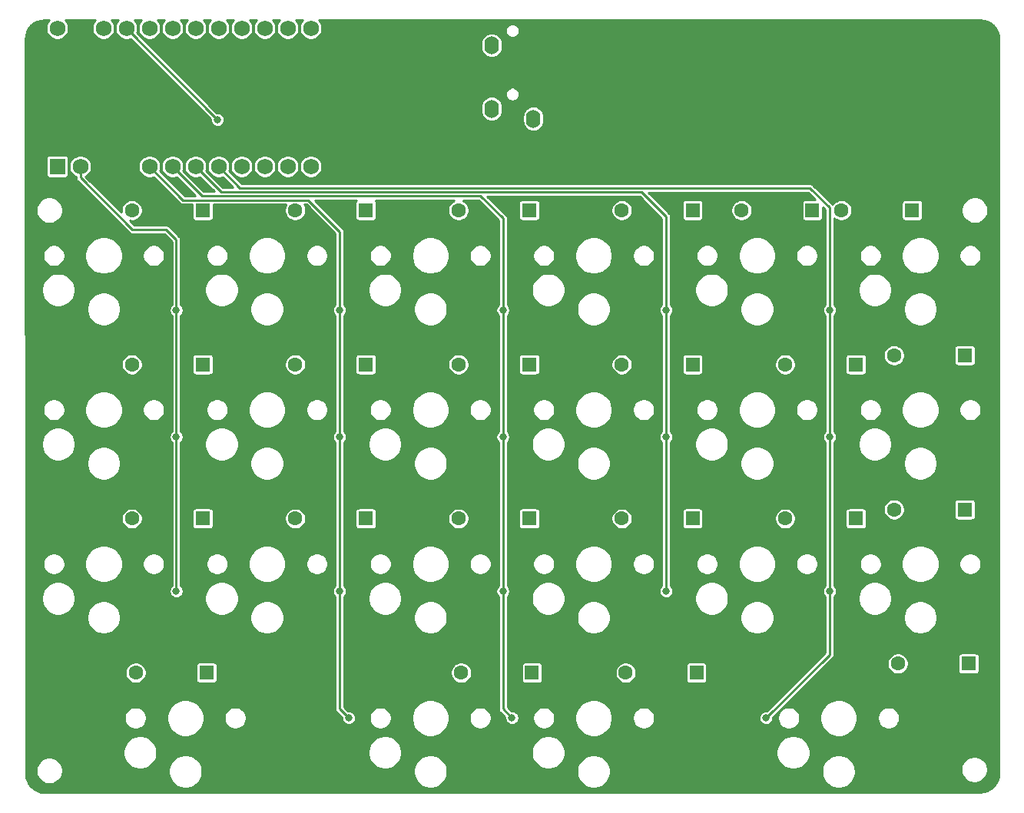
<source format=gbr>
G04 #@! TF.GenerationSoftware,KiCad,Pcbnew,5.1.10-88a1d61d58~88~ubuntu18.04.1*
G04 #@! TF.CreationDate,2021-10-06T13:15:52-05:00*
G04 #@! TF.ProjectId,keyboard,6b657962-6f61-4726-942e-6b696361645f,rev?*
G04 #@! TF.SameCoordinates,Original*
G04 #@! TF.FileFunction,Copper,L1,Top*
G04 #@! TF.FilePolarity,Positive*
%FSLAX46Y46*%
G04 Gerber Fmt 4.6, Leading zero omitted, Abs format (unit mm)*
G04 Created by KiCad (PCBNEW 5.1.10-88a1d61d58~88~ubuntu18.04.1) date 2021-10-06 13:15:52*
%MOMM*%
%LPD*%
G01*
G04 APERTURE LIST*
G04 #@! TA.AperFunction,ComponentPad*
%ADD10O,1.600000X2.000000*%
G04 #@! TD*
G04 #@! TA.AperFunction,ComponentPad*
%ADD11C,1.752600*%
G04 #@! TD*
G04 #@! TA.AperFunction,ComponentPad*
%ADD12R,1.752600X1.752600*%
G04 #@! TD*
G04 #@! TA.AperFunction,ComponentPad*
%ADD13C,1.600000*%
G04 #@! TD*
G04 #@! TA.AperFunction,ComponentPad*
%ADD14R,1.600000X1.600000*%
G04 #@! TD*
G04 #@! TA.AperFunction,ViaPad*
%ADD15C,0.800000*%
G04 #@! TD*
G04 #@! TA.AperFunction,Conductor*
%ADD16C,0.250000*%
G04 #@! TD*
G04 #@! TA.AperFunction,Conductor*
%ADD17C,0.254000*%
G04 #@! TD*
G04 #@! TA.AperFunction,Conductor*
%ADD18C,0.100000*%
G04 #@! TD*
G04 APERTURE END LIST*
D10*
X53750000Y-800000D03*
X53750000Y2200000D03*
X53750000Y-4800000D03*
X58350000Y-5900000D03*
D11*
X5880000Y4070000D03*
X33820000Y-11170000D03*
X8420000Y4070000D03*
X10960000Y4070000D03*
X13500000Y4070000D03*
X16040000Y4070000D03*
X18580000Y4070000D03*
X21120000Y4070000D03*
X23660000Y4070000D03*
X26200000Y4070000D03*
X28740000Y4070000D03*
X31280000Y4070000D03*
X33820000Y4070000D03*
X31280000Y-11170000D03*
X28740000Y-11170000D03*
X26200000Y-11170000D03*
X23660000Y-11170000D03*
X21120000Y-11170000D03*
X18580000Y-11170000D03*
X16040000Y-11170000D03*
X13500000Y-11170000D03*
X10960000Y-11170000D03*
X8420000Y-11170000D03*
D12*
X5880000Y-11170000D03*
D13*
X14100000Y-16000000D03*
D14*
X21900000Y-16000000D03*
D13*
X98525000Y-66000000D03*
D14*
X106325000Y-66000000D03*
D13*
X68525000Y-67000000D03*
D14*
X76325000Y-67000000D03*
D13*
X50400000Y-67000000D03*
D14*
X58200000Y-67000000D03*
D13*
X14525000Y-67000000D03*
D14*
X22325000Y-67000000D03*
D13*
X98100000Y-49000000D03*
D14*
X105900000Y-49000000D03*
D13*
X86100000Y-50000000D03*
D14*
X93900000Y-50000000D03*
D13*
X68100000Y-50000000D03*
D14*
X75900000Y-50000000D03*
D13*
X50100000Y-50000000D03*
D14*
X57900000Y-50000000D03*
D13*
X32100000Y-50000000D03*
D14*
X39900000Y-50000000D03*
D13*
X14100000Y-50000000D03*
D14*
X21900000Y-50000000D03*
D13*
X98100000Y-32000000D03*
D14*
X105900000Y-32000000D03*
D13*
X86100000Y-33000000D03*
D14*
X93900000Y-33000000D03*
D13*
X68100000Y-33000000D03*
D14*
X75900000Y-33000000D03*
D13*
X50100000Y-33000000D03*
D14*
X57900000Y-33000000D03*
D13*
X32100000Y-33000000D03*
D14*
X39900000Y-33000000D03*
D13*
X14100000Y-33000000D03*
D14*
X21900000Y-33000000D03*
D13*
X92300000Y-16000000D03*
D14*
X100100000Y-16000000D03*
D13*
X81300000Y-16000000D03*
D14*
X89100000Y-16000000D03*
D13*
X68100000Y-16000000D03*
D14*
X75900000Y-16000000D03*
D13*
X50100000Y-16000000D03*
D14*
X57900000Y-16000000D03*
D13*
X32100000Y-16000000D03*
D14*
X39900000Y-16000000D03*
D15*
X23550000Y-6000000D03*
X38000000Y-72000000D03*
X37000000Y-27000000D03*
X37000000Y-41000000D03*
X37000000Y-58000000D03*
X19000000Y-27000000D03*
X19000000Y-41000000D03*
X19000000Y-58000000D03*
X91000000Y-27000000D03*
X91000000Y-41000000D03*
X91000000Y-58000000D03*
X84000000Y-72000000D03*
X73000000Y-27000000D03*
X73000000Y-41000000D03*
X73000000Y-58000000D03*
X56000000Y-72000000D03*
X55000000Y-27000000D03*
X55000000Y-41000000D03*
X55000000Y-58000000D03*
D16*
X13500000Y4050000D02*
X13500000Y4070000D01*
X23550000Y-6000000D02*
X13500000Y4050000D01*
X38000000Y-72000000D02*
X37000000Y-71000000D01*
X37000000Y-71000000D02*
X37000000Y-27000000D01*
X37000000Y-18349998D02*
X33525001Y-14874999D01*
X37000000Y-27000000D02*
X37000000Y-18349998D01*
X19744999Y-14874999D02*
X16040000Y-11170000D01*
X20125001Y-14874999D02*
X19744999Y-14874999D01*
X33525001Y-14874999D02*
X20125001Y-14874999D01*
X19000000Y-41000000D02*
X19000000Y-27000000D01*
X19000000Y-19234998D02*
X17900000Y-18134998D01*
X19000000Y-27000000D02*
X19000000Y-19234998D01*
X8420000Y-12409275D02*
X8420000Y-11170000D01*
X14145723Y-18134998D02*
X8420000Y-12409275D01*
X15234998Y-18134998D02*
X14145723Y-18134998D01*
X17900000Y-18134998D02*
X15234998Y-18134998D01*
X19000000Y-41000000D02*
X19000000Y-58000000D01*
X91000000Y-41000000D02*
X91000000Y-27000000D01*
X91000000Y-65000000D02*
X84000000Y-72000000D01*
X91000000Y-59000000D02*
X91000000Y-41000000D01*
X91000000Y-59000000D02*
X91000000Y-65000000D01*
X91000000Y-16000000D02*
X91000000Y-27000000D01*
X88809971Y-13524969D02*
X91000000Y-15714998D01*
X91000000Y-15714998D02*
X91000000Y-16000000D01*
X26014969Y-13524969D02*
X88809971Y-13524969D01*
X23660000Y-11170000D02*
X26014969Y-13524969D01*
X73000000Y-41000000D02*
X73000000Y-27000000D01*
X73000000Y-27000000D02*
X73000000Y-16700000D01*
X73000000Y-16700000D02*
X70274979Y-13974979D01*
X24425021Y-13974979D02*
X23924979Y-13974979D01*
X23924979Y-13974979D02*
X21120000Y-11170000D01*
X70274979Y-13974979D02*
X24425021Y-13974979D01*
X73000000Y-41000000D02*
X73000000Y-58000000D01*
X56000000Y-72000000D02*
X55000000Y-71000000D01*
X55000000Y-41000000D02*
X55000000Y-27000000D01*
X55000000Y-71000000D02*
X55000000Y-58000000D01*
X55000000Y-58000000D02*
X55000000Y-41000000D01*
X55000000Y-27000000D02*
X55000000Y-16900000D01*
X55000000Y-16900000D02*
X52524989Y-14424989D01*
X21834989Y-14424989D02*
X18580000Y-11170000D01*
X23024989Y-14424989D02*
X21834989Y-14424989D01*
X52524989Y-14424989D02*
X23024989Y-14424989D01*
D17*
X4906498Y4868932D02*
X4769340Y4663660D01*
X4674864Y4435574D01*
X4626700Y4193439D01*
X4626700Y3946561D01*
X4674864Y3704426D01*
X4769340Y3476340D01*
X4906498Y3271068D01*
X5081068Y3096498D01*
X5286340Y2959340D01*
X5514426Y2864864D01*
X5756561Y2816700D01*
X6003439Y2816700D01*
X6245574Y2864864D01*
X6473660Y2959340D01*
X6678932Y3096498D01*
X6853502Y3271068D01*
X6990660Y3476340D01*
X7085136Y3704426D01*
X7133300Y3946561D01*
X7133300Y4193439D01*
X7085136Y4435574D01*
X6990660Y4663660D01*
X6853502Y4868932D01*
X6759434Y4963000D01*
X10080566Y4963000D01*
X9986498Y4868932D01*
X9849340Y4663660D01*
X9754864Y4435574D01*
X9706700Y4193439D01*
X9706700Y3946561D01*
X9754864Y3704426D01*
X9849340Y3476340D01*
X9986498Y3271068D01*
X10161068Y3096498D01*
X10366340Y2959340D01*
X10594426Y2864864D01*
X10836561Y2816700D01*
X11083439Y2816700D01*
X11325574Y2864864D01*
X11553660Y2959340D01*
X11758932Y3096498D01*
X11933502Y3271068D01*
X12070660Y3476340D01*
X12165136Y3704426D01*
X12213300Y3946561D01*
X12213300Y4193439D01*
X12165136Y4435574D01*
X12070660Y4663660D01*
X11933502Y4868932D01*
X11839434Y4963000D01*
X12620566Y4963000D01*
X12526498Y4868932D01*
X12389340Y4663660D01*
X12294864Y4435574D01*
X12246700Y4193439D01*
X12246700Y3946561D01*
X12294864Y3704426D01*
X12389340Y3476340D01*
X12526498Y3271068D01*
X12701068Y3096498D01*
X12906340Y2959340D01*
X13134426Y2864864D01*
X13376561Y2816700D01*
X13623439Y2816700D01*
X13865574Y2864864D01*
X13943093Y2896973D01*
X22773000Y-5932935D01*
X22773000Y-6076528D01*
X22802859Y-6226643D01*
X22861431Y-6368048D01*
X22946464Y-6495309D01*
X23054691Y-6603536D01*
X23181952Y-6688569D01*
X23323357Y-6747141D01*
X23473472Y-6777000D01*
X23626528Y-6777000D01*
X23776643Y-6747141D01*
X23918048Y-6688569D01*
X24045309Y-6603536D01*
X24153536Y-6495309D01*
X24238569Y-6368048D01*
X24297141Y-6226643D01*
X24327000Y-6076528D01*
X24327000Y-5923472D01*
X24297141Y-5773357D01*
X24238569Y-5631952D01*
X24153536Y-5504691D01*
X24045309Y-5396464D01*
X23918048Y-5311431D01*
X23776643Y-5252859D01*
X23626528Y-5223000D01*
X23482935Y-5223000D01*
X22802123Y-4542188D01*
X52573000Y-4542188D01*
X52573000Y-5057811D01*
X52590031Y-5230731D01*
X52657333Y-5452596D01*
X52766626Y-5657069D01*
X52913709Y-5836291D01*
X53092930Y-5983374D01*
X53297403Y-6092667D01*
X53519268Y-6159969D01*
X53750000Y-6182694D01*
X53980731Y-6159969D01*
X54202596Y-6092667D01*
X54407069Y-5983374D01*
X54586291Y-5836291D01*
X54733374Y-5657070D01*
X54741328Y-5642188D01*
X57173000Y-5642188D01*
X57173000Y-6157811D01*
X57190031Y-6330731D01*
X57257333Y-6552596D01*
X57366626Y-6757069D01*
X57513709Y-6936291D01*
X57692930Y-7083374D01*
X57897403Y-7192667D01*
X58119268Y-7259969D01*
X58350000Y-7282694D01*
X58580731Y-7259969D01*
X58802596Y-7192667D01*
X59007069Y-7083374D01*
X59186291Y-6936291D01*
X59333374Y-6757070D01*
X59442667Y-6552597D01*
X59509969Y-6330732D01*
X59527000Y-6157812D01*
X59527000Y-5642189D01*
X59509969Y-5469269D01*
X59442667Y-5247404D01*
X59333374Y-5042930D01*
X59186291Y-4863709D01*
X59007070Y-4716626D01*
X58802597Y-4607333D01*
X58580732Y-4540031D01*
X58350000Y-4517306D01*
X58119269Y-4540031D01*
X57897404Y-4607333D01*
X57692931Y-4716626D01*
X57513710Y-4863709D01*
X57366627Y-5042930D01*
X57257333Y-5247403D01*
X57190031Y-5469268D01*
X57173000Y-5642188D01*
X54741328Y-5642188D01*
X54842667Y-5452597D01*
X54909969Y-5230732D01*
X54927000Y-5057812D01*
X54927000Y-4542189D01*
X54909969Y-4369269D01*
X54842667Y-4147404D01*
X54733374Y-3942930D01*
X54586291Y-3763709D01*
X54407070Y-3616626D01*
X54202597Y-3507333D01*
X53980732Y-3440031D01*
X53750000Y-3417306D01*
X53519269Y-3440031D01*
X53297404Y-3507333D01*
X53092931Y-3616626D01*
X52913710Y-3763709D01*
X52766627Y-3942930D01*
X52657333Y-4147403D01*
X52590031Y-4369268D01*
X52573000Y-4542188D01*
X22802123Y-4542188D01*
X21383407Y-3123472D01*
X55273000Y-3123472D01*
X55273000Y-3276528D01*
X55302859Y-3426643D01*
X55361431Y-3568048D01*
X55446464Y-3695309D01*
X55554691Y-3803536D01*
X55681952Y-3888569D01*
X55823357Y-3947141D01*
X55973472Y-3977000D01*
X56126528Y-3977000D01*
X56276643Y-3947141D01*
X56418048Y-3888569D01*
X56545309Y-3803536D01*
X56653536Y-3695309D01*
X56738569Y-3568048D01*
X56797141Y-3426643D01*
X56827000Y-3276528D01*
X56827000Y-3123472D01*
X56797141Y-2973357D01*
X56738569Y-2831952D01*
X56653536Y-2704691D01*
X56545309Y-2596464D01*
X56418048Y-2511431D01*
X56276643Y-2452859D01*
X56126528Y-2423000D01*
X55973472Y-2423000D01*
X55823357Y-2452859D01*
X55681952Y-2511431D01*
X55554691Y-2596464D01*
X55446464Y-2704691D01*
X55361431Y-2831952D01*
X55302859Y-2973357D01*
X55273000Y-3123472D01*
X21383407Y-3123472D01*
X15802123Y2457812D01*
X52573000Y2457812D01*
X52573000Y1942189D01*
X52590031Y1769269D01*
X52657333Y1547404D01*
X52766626Y1342931D01*
X52913709Y1163709D01*
X53092930Y1016626D01*
X53297403Y907333D01*
X53519268Y840031D01*
X53750000Y817306D01*
X53980731Y840031D01*
X54202596Y907333D01*
X54407069Y1016626D01*
X54586291Y1163709D01*
X54733374Y1342930D01*
X54842667Y1547403D01*
X54909969Y1769268D01*
X54927000Y1942188D01*
X54927000Y2457811D01*
X54909969Y2630731D01*
X54842667Y2852596D01*
X54733374Y3057070D01*
X54586291Y3236291D01*
X54407070Y3383374D01*
X54202597Y3492667D01*
X53980732Y3559969D01*
X53750000Y3582694D01*
X53519269Y3559969D01*
X53297404Y3492667D01*
X53092931Y3383374D01*
X52913710Y3236291D01*
X52766627Y3057070D01*
X52657333Y2852597D01*
X52590031Y2630732D01*
X52573000Y2457812D01*
X15802123Y2457812D01*
X14661311Y3598623D01*
X14705136Y3704426D01*
X14753300Y3946561D01*
X14753300Y4193439D01*
X14705136Y4435574D01*
X14610660Y4663660D01*
X14473502Y4868932D01*
X14379434Y4963000D01*
X15160566Y4963000D01*
X15066498Y4868932D01*
X14929340Y4663660D01*
X14834864Y4435574D01*
X14786700Y4193439D01*
X14786700Y3946561D01*
X14834864Y3704426D01*
X14929340Y3476340D01*
X15066498Y3271068D01*
X15241068Y3096498D01*
X15446340Y2959340D01*
X15674426Y2864864D01*
X15916561Y2816700D01*
X16163439Y2816700D01*
X16405574Y2864864D01*
X16633660Y2959340D01*
X16838932Y3096498D01*
X17013502Y3271068D01*
X17150660Y3476340D01*
X17245136Y3704426D01*
X17293300Y3946561D01*
X17293300Y4193439D01*
X17245136Y4435574D01*
X17150660Y4663660D01*
X17013502Y4868932D01*
X16919434Y4963000D01*
X17700566Y4963000D01*
X17606498Y4868932D01*
X17469340Y4663660D01*
X17374864Y4435574D01*
X17326700Y4193439D01*
X17326700Y3946561D01*
X17374864Y3704426D01*
X17469340Y3476340D01*
X17606498Y3271068D01*
X17781068Y3096498D01*
X17986340Y2959340D01*
X18214426Y2864864D01*
X18456561Y2816700D01*
X18703439Y2816700D01*
X18945574Y2864864D01*
X19173660Y2959340D01*
X19378932Y3096498D01*
X19553502Y3271068D01*
X19690660Y3476340D01*
X19785136Y3704426D01*
X19833300Y3946561D01*
X19833300Y4193439D01*
X19785136Y4435574D01*
X19690660Y4663660D01*
X19553502Y4868932D01*
X19459434Y4963000D01*
X20240566Y4963000D01*
X20146498Y4868932D01*
X20009340Y4663660D01*
X19914864Y4435574D01*
X19866700Y4193439D01*
X19866700Y3946561D01*
X19914864Y3704426D01*
X20009340Y3476340D01*
X20146498Y3271068D01*
X20321068Y3096498D01*
X20526340Y2959340D01*
X20754426Y2864864D01*
X20996561Y2816700D01*
X21243439Y2816700D01*
X21485574Y2864864D01*
X21713660Y2959340D01*
X21918932Y3096498D01*
X22093502Y3271068D01*
X22230660Y3476340D01*
X22325136Y3704426D01*
X22373300Y3946561D01*
X22373300Y4193439D01*
X22325136Y4435574D01*
X22230660Y4663660D01*
X22093502Y4868932D01*
X21999434Y4963000D01*
X22780566Y4963000D01*
X22686498Y4868932D01*
X22549340Y4663660D01*
X22454864Y4435574D01*
X22406700Y4193439D01*
X22406700Y3946561D01*
X22454864Y3704426D01*
X22549340Y3476340D01*
X22686498Y3271068D01*
X22861068Y3096498D01*
X23066340Y2959340D01*
X23294426Y2864864D01*
X23536561Y2816700D01*
X23783439Y2816700D01*
X24025574Y2864864D01*
X24253660Y2959340D01*
X24458932Y3096498D01*
X24633502Y3271068D01*
X24770660Y3476340D01*
X24865136Y3704426D01*
X24913300Y3946561D01*
X24913300Y4193439D01*
X24865136Y4435574D01*
X24770660Y4663660D01*
X24633502Y4868932D01*
X24539434Y4963000D01*
X25320566Y4963000D01*
X25226498Y4868932D01*
X25089340Y4663660D01*
X24994864Y4435574D01*
X24946700Y4193439D01*
X24946700Y3946561D01*
X24994864Y3704426D01*
X25089340Y3476340D01*
X25226498Y3271068D01*
X25401068Y3096498D01*
X25606340Y2959340D01*
X25834426Y2864864D01*
X26076561Y2816700D01*
X26323439Y2816700D01*
X26565574Y2864864D01*
X26793660Y2959340D01*
X26998932Y3096498D01*
X27173502Y3271068D01*
X27310660Y3476340D01*
X27405136Y3704426D01*
X27453300Y3946561D01*
X27453300Y4193439D01*
X27405136Y4435574D01*
X27310660Y4663660D01*
X27173502Y4868932D01*
X27079434Y4963000D01*
X27860566Y4963000D01*
X27766498Y4868932D01*
X27629340Y4663660D01*
X27534864Y4435574D01*
X27486700Y4193439D01*
X27486700Y3946561D01*
X27534864Y3704426D01*
X27629340Y3476340D01*
X27766498Y3271068D01*
X27941068Y3096498D01*
X28146340Y2959340D01*
X28374426Y2864864D01*
X28616561Y2816700D01*
X28863439Y2816700D01*
X29105574Y2864864D01*
X29333660Y2959340D01*
X29538932Y3096498D01*
X29713502Y3271068D01*
X29850660Y3476340D01*
X29945136Y3704426D01*
X29993300Y3946561D01*
X29993300Y4193439D01*
X29945136Y4435574D01*
X29850660Y4663660D01*
X29713502Y4868932D01*
X29619434Y4963000D01*
X30400566Y4963000D01*
X30306498Y4868932D01*
X30169340Y4663660D01*
X30074864Y4435574D01*
X30026700Y4193439D01*
X30026700Y3946561D01*
X30074864Y3704426D01*
X30169340Y3476340D01*
X30306498Y3271068D01*
X30481068Y3096498D01*
X30686340Y2959340D01*
X30914426Y2864864D01*
X31156561Y2816700D01*
X31403439Y2816700D01*
X31645574Y2864864D01*
X31873660Y2959340D01*
X32078932Y3096498D01*
X32253502Y3271068D01*
X32390660Y3476340D01*
X32485136Y3704426D01*
X32533300Y3946561D01*
X32533300Y4193439D01*
X32485136Y4435574D01*
X32390660Y4663660D01*
X32253502Y4868932D01*
X32159434Y4963000D01*
X32940566Y4963000D01*
X32846498Y4868932D01*
X32709340Y4663660D01*
X32614864Y4435574D01*
X32566700Y4193439D01*
X32566700Y3946561D01*
X32614864Y3704426D01*
X32709340Y3476340D01*
X32846498Y3271068D01*
X33021068Y3096498D01*
X33226340Y2959340D01*
X33454426Y2864864D01*
X33696561Y2816700D01*
X33943439Y2816700D01*
X34185574Y2864864D01*
X34413660Y2959340D01*
X34618932Y3096498D01*
X34793502Y3271068D01*
X34930660Y3476340D01*
X35025136Y3704426D01*
X35059369Y3876528D01*
X55273000Y3876528D01*
X55273000Y3723472D01*
X55302859Y3573357D01*
X55361431Y3431952D01*
X55446464Y3304691D01*
X55554691Y3196464D01*
X55681952Y3111431D01*
X55823357Y3052859D01*
X55973472Y3023000D01*
X56126528Y3023000D01*
X56276643Y3052859D01*
X56418048Y3111431D01*
X56545309Y3196464D01*
X56653536Y3304691D01*
X56738569Y3431952D01*
X56797141Y3573357D01*
X56827000Y3723472D01*
X56827000Y3876528D01*
X56797141Y4026643D01*
X56738569Y4168048D01*
X56653536Y4295309D01*
X56545309Y4403536D01*
X56418048Y4488569D01*
X56276643Y4547141D01*
X56126528Y4577000D01*
X55973472Y4577000D01*
X55823357Y4547141D01*
X55681952Y4488569D01*
X55554691Y4403536D01*
X55446464Y4295309D01*
X55361431Y4168048D01*
X55302859Y4026643D01*
X55273000Y3876528D01*
X35059369Y3876528D01*
X35073300Y3946561D01*
X35073300Y4193439D01*
X35025136Y4435574D01*
X34930660Y4663660D01*
X34793502Y4868932D01*
X34699434Y4963000D01*
X107578631Y4963000D01*
X108000295Y4921656D01*
X108385349Y4805401D01*
X108740486Y4616572D01*
X109052182Y4362360D01*
X109308567Y4052443D01*
X109499871Y3698635D01*
X109618811Y3314401D01*
X109663000Y2893971D01*
X109663001Y-78078621D01*
X109621656Y-78500295D01*
X109505400Y-78885352D01*
X109316572Y-79240485D01*
X109062358Y-79552184D01*
X108752440Y-79808569D01*
X108398636Y-79999870D01*
X108014401Y-80118811D01*
X107593940Y-80163003D01*
X4521269Y-80212990D01*
X4099705Y-80171656D01*
X3714648Y-80055400D01*
X3359515Y-79866572D01*
X3047816Y-79612358D01*
X2791431Y-79302440D01*
X2600130Y-78948636D01*
X2481189Y-78564401D01*
X2436996Y-78143935D01*
X2436695Y-77654528D01*
X3523000Y-77654528D01*
X3523000Y-77945472D01*
X3579760Y-78230825D01*
X3691099Y-78499622D01*
X3852739Y-78741533D01*
X4058467Y-78947261D01*
X4300378Y-79108901D01*
X4569175Y-79220240D01*
X4854528Y-79277000D01*
X5145472Y-79277000D01*
X5430825Y-79220240D01*
X5699622Y-79108901D01*
X5941533Y-78947261D01*
X6147261Y-78741533D01*
X6308901Y-78499622D01*
X6420240Y-78230825D01*
X6477000Y-77945472D01*
X6477000Y-77715132D01*
X18123000Y-77715132D01*
X18123000Y-78084868D01*
X18195132Y-78447501D01*
X18336624Y-78789093D01*
X18542039Y-79096518D01*
X18803482Y-79357961D01*
X19110907Y-79563376D01*
X19452499Y-79704868D01*
X19815132Y-79777000D01*
X20184868Y-79777000D01*
X20547501Y-79704868D01*
X20889093Y-79563376D01*
X21196518Y-79357961D01*
X21457961Y-79096518D01*
X21663376Y-78789093D01*
X21804868Y-78447501D01*
X21877000Y-78084868D01*
X21877000Y-77715132D01*
X45123000Y-77715132D01*
X45123000Y-78084868D01*
X45195132Y-78447501D01*
X45336624Y-78789093D01*
X45542039Y-79096518D01*
X45803482Y-79357961D01*
X46110907Y-79563376D01*
X46452499Y-79704868D01*
X46815132Y-79777000D01*
X47184868Y-79777000D01*
X47547501Y-79704868D01*
X47889093Y-79563376D01*
X48196518Y-79357961D01*
X48457961Y-79096518D01*
X48663376Y-78789093D01*
X48804868Y-78447501D01*
X48877000Y-78084868D01*
X48877000Y-77715132D01*
X63123000Y-77715132D01*
X63123000Y-78084868D01*
X63195132Y-78447501D01*
X63336624Y-78789093D01*
X63542039Y-79096518D01*
X63803482Y-79357961D01*
X64110907Y-79563376D01*
X64452499Y-79704868D01*
X64815132Y-79777000D01*
X65184868Y-79777000D01*
X65547501Y-79704868D01*
X65889093Y-79563376D01*
X66196518Y-79357961D01*
X66457961Y-79096518D01*
X66663376Y-78789093D01*
X66804868Y-78447501D01*
X66877000Y-78084868D01*
X66877000Y-77715132D01*
X90123000Y-77715132D01*
X90123000Y-78084868D01*
X90195132Y-78447501D01*
X90336624Y-78789093D01*
X90542039Y-79096518D01*
X90803482Y-79357961D01*
X91110907Y-79563376D01*
X91452499Y-79704868D01*
X91815132Y-79777000D01*
X92184868Y-79777000D01*
X92547501Y-79704868D01*
X92889093Y-79563376D01*
X93196518Y-79357961D01*
X93457961Y-79096518D01*
X93663376Y-78789093D01*
X93804868Y-78447501D01*
X93877000Y-78084868D01*
X93877000Y-77715132D01*
X93841076Y-77534528D01*
X105473000Y-77534528D01*
X105473000Y-77825472D01*
X105529760Y-78110825D01*
X105641099Y-78379622D01*
X105802739Y-78621533D01*
X106008467Y-78827261D01*
X106250378Y-78988901D01*
X106519175Y-79100240D01*
X106804528Y-79157000D01*
X107095472Y-79157000D01*
X107380825Y-79100240D01*
X107649622Y-78988901D01*
X107891533Y-78827261D01*
X108097261Y-78621533D01*
X108258901Y-78379622D01*
X108370240Y-78110825D01*
X108427000Y-77825472D01*
X108427000Y-77534528D01*
X108370240Y-77249175D01*
X108258901Y-76980378D01*
X108097261Y-76738467D01*
X107891533Y-76532739D01*
X107649622Y-76371099D01*
X107380825Y-76259760D01*
X107095472Y-76203000D01*
X106804528Y-76203000D01*
X106519175Y-76259760D01*
X106250378Y-76371099D01*
X106008467Y-76532739D01*
X105802739Y-76738467D01*
X105641099Y-76980378D01*
X105529760Y-77249175D01*
X105473000Y-77534528D01*
X93841076Y-77534528D01*
X93804868Y-77352499D01*
X93663376Y-77010907D01*
X93457961Y-76703482D01*
X93196518Y-76442039D01*
X92889093Y-76236624D01*
X92547501Y-76095132D01*
X92184868Y-76023000D01*
X91815132Y-76023000D01*
X91452499Y-76095132D01*
X91110907Y-76236624D01*
X90803482Y-76442039D01*
X90542039Y-76703482D01*
X90336624Y-77010907D01*
X90195132Y-77352499D01*
X90123000Y-77715132D01*
X66877000Y-77715132D01*
X66804868Y-77352499D01*
X66663376Y-77010907D01*
X66457961Y-76703482D01*
X66196518Y-76442039D01*
X65889093Y-76236624D01*
X65547501Y-76095132D01*
X65184868Y-76023000D01*
X64815132Y-76023000D01*
X64452499Y-76095132D01*
X64110907Y-76236624D01*
X63803482Y-76442039D01*
X63542039Y-76703482D01*
X63336624Y-77010907D01*
X63195132Y-77352499D01*
X63123000Y-77715132D01*
X48877000Y-77715132D01*
X48804868Y-77352499D01*
X48663376Y-77010907D01*
X48457961Y-76703482D01*
X48196518Y-76442039D01*
X47889093Y-76236624D01*
X47547501Y-76095132D01*
X47184868Y-76023000D01*
X46815132Y-76023000D01*
X46452499Y-76095132D01*
X46110907Y-76236624D01*
X45803482Y-76442039D01*
X45542039Y-76703482D01*
X45336624Y-77010907D01*
X45195132Y-77352499D01*
X45123000Y-77715132D01*
X21877000Y-77715132D01*
X21804868Y-77352499D01*
X21663376Y-77010907D01*
X21457961Y-76703482D01*
X21196518Y-76442039D01*
X20889093Y-76236624D01*
X20547501Y-76095132D01*
X20184868Y-76023000D01*
X19815132Y-76023000D01*
X19452499Y-76095132D01*
X19110907Y-76236624D01*
X18803482Y-76442039D01*
X18542039Y-76703482D01*
X18336624Y-77010907D01*
X18195132Y-77352499D01*
X18123000Y-77715132D01*
X6477000Y-77715132D01*
X6477000Y-77654528D01*
X6420240Y-77369175D01*
X6308901Y-77100378D01*
X6147261Y-76858467D01*
X5941533Y-76652739D01*
X5699622Y-76491099D01*
X5430825Y-76379760D01*
X5145472Y-76323000D01*
X4854528Y-76323000D01*
X4569175Y-76379760D01*
X4300378Y-76491099D01*
X4058467Y-76652739D01*
X3852739Y-76858467D01*
X3691099Y-77100378D01*
X3579760Y-77369175D01*
X3523000Y-77654528D01*
X2436695Y-77654528D01*
X2435438Y-75615132D01*
X13123000Y-75615132D01*
X13123000Y-75984868D01*
X13195132Y-76347501D01*
X13336624Y-76689093D01*
X13542039Y-76996518D01*
X13803482Y-77257961D01*
X14110907Y-77463376D01*
X14452499Y-77604868D01*
X14815132Y-77677000D01*
X15184868Y-77677000D01*
X15547501Y-77604868D01*
X15889093Y-77463376D01*
X16196518Y-77257961D01*
X16457961Y-76996518D01*
X16663376Y-76689093D01*
X16804868Y-76347501D01*
X16877000Y-75984868D01*
X16877000Y-75615132D01*
X40123000Y-75615132D01*
X40123000Y-75984868D01*
X40195132Y-76347501D01*
X40336624Y-76689093D01*
X40542039Y-76996518D01*
X40803482Y-77257961D01*
X41110907Y-77463376D01*
X41452499Y-77604868D01*
X41815132Y-77677000D01*
X42184868Y-77677000D01*
X42547501Y-77604868D01*
X42889093Y-77463376D01*
X43196518Y-77257961D01*
X43457961Y-76996518D01*
X43663376Y-76689093D01*
X43804868Y-76347501D01*
X43877000Y-75984868D01*
X43877000Y-75615132D01*
X58123000Y-75615132D01*
X58123000Y-75984868D01*
X58195132Y-76347501D01*
X58336624Y-76689093D01*
X58542039Y-76996518D01*
X58803482Y-77257961D01*
X59110907Y-77463376D01*
X59452499Y-77604868D01*
X59815132Y-77677000D01*
X60184868Y-77677000D01*
X60547501Y-77604868D01*
X60889093Y-77463376D01*
X61196518Y-77257961D01*
X61457961Y-76996518D01*
X61663376Y-76689093D01*
X61804868Y-76347501D01*
X61877000Y-75984868D01*
X61877000Y-75615132D01*
X85123000Y-75615132D01*
X85123000Y-75984868D01*
X85195132Y-76347501D01*
X85336624Y-76689093D01*
X85542039Y-76996518D01*
X85803482Y-77257961D01*
X86110907Y-77463376D01*
X86452499Y-77604868D01*
X86815132Y-77677000D01*
X87184868Y-77677000D01*
X87547501Y-77604868D01*
X87889093Y-77463376D01*
X88196518Y-77257961D01*
X88457961Y-76996518D01*
X88663376Y-76689093D01*
X88804868Y-76347501D01*
X88877000Y-75984868D01*
X88877000Y-75615132D01*
X88804868Y-75252499D01*
X88663376Y-74910907D01*
X88457961Y-74603482D01*
X88196518Y-74342039D01*
X87889093Y-74136624D01*
X87547501Y-73995132D01*
X87184868Y-73923000D01*
X86815132Y-73923000D01*
X86452499Y-73995132D01*
X86110907Y-74136624D01*
X85803482Y-74342039D01*
X85542039Y-74603482D01*
X85336624Y-74910907D01*
X85195132Y-75252499D01*
X85123000Y-75615132D01*
X61877000Y-75615132D01*
X61804868Y-75252499D01*
X61663376Y-74910907D01*
X61457961Y-74603482D01*
X61196518Y-74342039D01*
X60889093Y-74136624D01*
X60547501Y-73995132D01*
X60184868Y-73923000D01*
X59815132Y-73923000D01*
X59452499Y-73995132D01*
X59110907Y-74136624D01*
X58803482Y-74342039D01*
X58542039Y-74603482D01*
X58336624Y-74910907D01*
X58195132Y-75252499D01*
X58123000Y-75615132D01*
X43877000Y-75615132D01*
X43804868Y-75252499D01*
X43663376Y-74910907D01*
X43457961Y-74603482D01*
X43196518Y-74342039D01*
X42889093Y-74136624D01*
X42547501Y-73995132D01*
X42184868Y-73923000D01*
X41815132Y-73923000D01*
X41452499Y-73995132D01*
X41110907Y-74136624D01*
X40803482Y-74342039D01*
X40542039Y-74603482D01*
X40336624Y-74910907D01*
X40195132Y-75252499D01*
X40123000Y-75615132D01*
X16877000Y-75615132D01*
X16804868Y-75252499D01*
X16663376Y-74910907D01*
X16457961Y-74603482D01*
X16196518Y-74342039D01*
X15889093Y-74136624D01*
X15547501Y-73995132D01*
X15184868Y-73923000D01*
X14815132Y-73923000D01*
X14452499Y-73995132D01*
X14110907Y-74136624D01*
X13803482Y-74342039D01*
X13542039Y-74603482D01*
X13336624Y-74910907D01*
X13195132Y-75252499D01*
X13123000Y-75615132D01*
X2435438Y-75615132D01*
X2433134Y-71879151D01*
X13273000Y-71879151D01*
X13273000Y-72120849D01*
X13320153Y-72357903D01*
X13412647Y-72581202D01*
X13546927Y-72782167D01*
X13717833Y-72953073D01*
X13918798Y-73087353D01*
X14142097Y-73179847D01*
X14379151Y-73227000D01*
X14620849Y-73227000D01*
X14857903Y-73179847D01*
X15081202Y-73087353D01*
X15282167Y-72953073D01*
X15453073Y-72782167D01*
X15587353Y-72581202D01*
X15679847Y-72357903D01*
X15727000Y-72120849D01*
X15727000Y-71879151D01*
X15710348Y-71795433D01*
X17923000Y-71795433D01*
X17923000Y-72204567D01*
X18002818Y-72605839D01*
X18159386Y-72983829D01*
X18386689Y-73324011D01*
X18675989Y-73613311D01*
X19016171Y-73840614D01*
X19394161Y-73997182D01*
X19795433Y-74077000D01*
X20204567Y-74077000D01*
X20605839Y-73997182D01*
X20983829Y-73840614D01*
X21324011Y-73613311D01*
X21613311Y-73324011D01*
X21840614Y-72983829D01*
X21997182Y-72605839D01*
X22077000Y-72204567D01*
X22077000Y-71879151D01*
X24273000Y-71879151D01*
X24273000Y-72120849D01*
X24320153Y-72357903D01*
X24412647Y-72581202D01*
X24546927Y-72782167D01*
X24717833Y-72953073D01*
X24918798Y-73087353D01*
X25142097Y-73179847D01*
X25379151Y-73227000D01*
X25620849Y-73227000D01*
X25857903Y-73179847D01*
X26081202Y-73087353D01*
X26282167Y-72953073D01*
X26453073Y-72782167D01*
X26587353Y-72581202D01*
X26679847Y-72357903D01*
X26727000Y-72120849D01*
X26727000Y-71879151D01*
X26679847Y-71642097D01*
X26587353Y-71418798D01*
X26453073Y-71217833D01*
X26282167Y-71046927D01*
X26081202Y-70912647D01*
X25857903Y-70820153D01*
X25620849Y-70773000D01*
X25379151Y-70773000D01*
X25142097Y-70820153D01*
X24918798Y-70912647D01*
X24717833Y-71046927D01*
X24546927Y-71217833D01*
X24412647Y-71418798D01*
X24320153Y-71642097D01*
X24273000Y-71879151D01*
X22077000Y-71879151D01*
X22077000Y-71795433D01*
X21997182Y-71394161D01*
X21840614Y-71016171D01*
X21613311Y-70675989D01*
X21324011Y-70386689D01*
X20983829Y-70159386D01*
X20605839Y-70002818D01*
X20204567Y-69923000D01*
X19795433Y-69923000D01*
X19394161Y-70002818D01*
X19016171Y-70159386D01*
X18675989Y-70386689D01*
X18386689Y-70675989D01*
X18159386Y-71016171D01*
X18002818Y-71394161D01*
X17923000Y-71795433D01*
X15710348Y-71795433D01*
X15679847Y-71642097D01*
X15587353Y-71418798D01*
X15453073Y-71217833D01*
X15282167Y-71046927D01*
X15081202Y-70912647D01*
X14857903Y-70820153D01*
X14620849Y-70773000D01*
X14379151Y-70773000D01*
X14142097Y-70820153D01*
X13918798Y-70912647D01*
X13717833Y-71046927D01*
X13546927Y-71217833D01*
X13412647Y-71418798D01*
X13320153Y-71642097D01*
X13273000Y-71879151D01*
X2433134Y-71879151D01*
X2430053Y-66884076D01*
X13348000Y-66884076D01*
X13348000Y-67115924D01*
X13393231Y-67343318D01*
X13481956Y-67557519D01*
X13610764Y-67750294D01*
X13774706Y-67914236D01*
X13967481Y-68043044D01*
X14181682Y-68131769D01*
X14409076Y-68177000D01*
X14640924Y-68177000D01*
X14868318Y-68131769D01*
X15082519Y-68043044D01*
X15275294Y-67914236D01*
X15439236Y-67750294D01*
X15568044Y-67557519D01*
X15656769Y-67343318D01*
X15702000Y-67115924D01*
X15702000Y-66884076D01*
X15656769Y-66656682D01*
X15568044Y-66442481D01*
X15439236Y-66249706D01*
X15389530Y-66200000D01*
X21146176Y-66200000D01*
X21146176Y-67800000D01*
X21153455Y-67873905D01*
X21175012Y-67944970D01*
X21210019Y-68010463D01*
X21257131Y-68067869D01*
X21314537Y-68114981D01*
X21380030Y-68149988D01*
X21451095Y-68171545D01*
X21525000Y-68178824D01*
X23125000Y-68178824D01*
X23198905Y-68171545D01*
X23269970Y-68149988D01*
X23335463Y-68114981D01*
X23392869Y-68067869D01*
X23439981Y-68010463D01*
X23474988Y-67944970D01*
X23496545Y-67873905D01*
X23503824Y-67800000D01*
X23503824Y-66200000D01*
X23496545Y-66126095D01*
X23474988Y-66055030D01*
X23439981Y-65989537D01*
X23392869Y-65932131D01*
X23335463Y-65885019D01*
X23269970Y-65850012D01*
X23198905Y-65828455D01*
X23125000Y-65821176D01*
X21525000Y-65821176D01*
X21451095Y-65828455D01*
X21380030Y-65850012D01*
X21314537Y-65885019D01*
X21257131Y-65932131D01*
X21210019Y-65989537D01*
X21175012Y-66055030D01*
X21153455Y-66126095D01*
X21146176Y-66200000D01*
X15389530Y-66200000D01*
X15275294Y-66085764D01*
X15082519Y-65956956D01*
X14868318Y-65868231D01*
X14640924Y-65823000D01*
X14409076Y-65823000D01*
X14181682Y-65868231D01*
X13967481Y-65956956D01*
X13774706Y-66085764D01*
X13610764Y-66249706D01*
X13481956Y-66442481D01*
X13393231Y-66656682D01*
X13348000Y-66884076D01*
X2430053Y-66884076D01*
X2426246Y-60715132D01*
X9123000Y-60715132D01*
X9123000Y-61084868D01*
X9195132Y-61447501D01*
X9336624Y-61789093D01*
X9542039Y-62096518D01*
X9803482Y-62357961D01*
X10110907Y-62563376D01*
X10452499Y-62704868D01*
X10815132Y-62777000D01*
X11184868Y-62777000D01*
X11547501Y-62704868D01*
X11889093Y-62563376D01*
X12196518Y-62357961D01*
X12457961Y-62096518D01*
X12663376Y-61789093D01*
X12804868Y-61447501D01*
X12877000Y-61084868D01*
X12877000Y-60715132D01*
X27123000Y-60715132D01*
X27123000Y-61084868D01*
X27195132Y-61447501D01*
X27336624Y-61789093D01*
X27542039Y-62096518D01*
X27803482Y-62357961D01*
X28110907Y-62563376D01*
X28452499Y-62704868D01*
X28815132Y-62777000D01*
X29184868Y-62777000D01*
X29547501Y-62704868D01*
X29889093Y-62563376D01*
X30196518Y-62357961D01*
X30457961Y-62096518D01*
X30663376Y-61789093D01*
X30804868Y-61447501D01*
X30877000Y-61084868D01*
X30877000Y-60715132D01*
X30804868Y-60352499D01*
X30663376Y-60010907D01*
X30457961Y-59703482D01*
X30196518Y-59442039D01*
X29889093Y-59236624D01*
X29547501Y-59095132D01*
X29184868Y-59023000D01*
X28815132Y-59023000D01*
X28452499Y-59095132D01*
X28110907Y-59236624D01*
X27803482Y-59442039D01*
X27542039Y-59703482D01*
X27336624Y-60010907D01*
X27195132Y-60352499D01*
X27123000Y-60715132D01*
X12877000Y-60715132D01*
X12804868Y-60352499D01*
X12663376Y-60010907D01*
X12457961Y-59703482D01*
X12196518Y-59442039D01*
X11889093Y-59236624D01*
X11547501Y-59095132D01*
X11184868Y-59023000D01*
X10815132Y-59023000D01*
X10452499Y-59095132D01*
X10110907Y-59236624D01*
X9803482Y-59442039D01*
X9542039Y-59703482D01*
X9336624Y-60010907D01*
X9195132Y-60352499D01*
X9123000Y-60715132D01*
X2426246Y-60715132D01*
X2424950Y-58615132D01*
X4123000Y-58615132D01*
X4123000Y-58984868D01*
X4195132Y-59347501D01*
X4336624Y-59689093D01*
X4542039Y-59996518D01*
X4803482Y-60257961D01*
X5110907Y-60463376D01*
X5452499Y-60604868D01*
X5815132Y-60677000D01*
X6184868Y-60677000D01*
X6547501Y-60604868D01*
X6889093Y-60463376D01*
X7196518Y-60257961D01*
X7457961Y-59996518D01*
X7663376Y-59689093D01*
X7804868Y-59347501D01*
X7877000Y-58984868D01*
X7877000Y-58615132D01*
X7804868Y-58252499D01*
X7663376Y-57910907D01*
X7457961Y-57603482D01*
X7196518Y-57342039D01*
X6889093Y-57136624D01*
X6547501Y-56995132D01*
X6184868Y-56923000D01*
X5815132Y-56923000D01*
X5452499Y-56995132D01*
X5110907Y-57136624D01*
X4803482Y-57342039D01*
X4542039Y-57603482D01*
X4336624Y-57910907D01*
X4195132Y-58252499D01*
X4123000Y-58615132D01*
X2424950Y-58615132D01*
X2422646Y-54879151D01*
X4273000Y-54879151D01*
X4273000Y-55120849D01*
X4320153Y-55357903D01*
X4412647Y-55581202D01*
X4546927Y-55782167D01*
X4717833Y-55953073D01*
X4918798Y-56087353D01*
X5142097Y-56179847D01*
X5379151Y-56227000D01*
X5620849Y-56227000D01*
X5857903Y-56179847D01*
X6081202Y-56087353D01*
X6282167Y-55953073D01*
X6453073Y-55782167D01*
X6587353Y-55581202D01*
X6679847Y-55357903D01*
X6727000Y-55120849D01*
X6727000Y-54879151D01*
X6710348Y-54795433D01*
X8923000Y-54795433D01*
X8923000Y-55204567D01*
X9002818Y-55605839D01*
X9159386Y-55983829D01*
X9386689Y-56324011D01*
X9675989Y-56613311D01*
X10016171Y-56840614D01*
X10394161Y-56997182D01*
X10795433Y-57077000D01*
X11204567Y-57077000D01*
X11605839Y-56997182D01*
X11983829Y-56840614D01*
X12324011Y-56613311D01*
X12613311Y-56324011D01*
X12840614Y-55983829D01*
X12997182Y-55605839D01*
X13077000Y-55204567D01*
X13077000Y-54879151D01*
X15273000Y-54879151D01*
X15273000Y-55120849D01*
X15320153Y-55357903D01*
X15412647Y-55581202D01*
X15546927Y-55782167D01*
X15717833Y-55953073D01*
X15918798Y-56087353D01*
X16142097Y-56179847D01*
X16379151Y-56227000D01*
X16620849Y-56227000D01*
X16857903Y-56179847D01*
X17081202Y-56087353D01*
X17282167Y-55953073D01*
X17453073Y-55782167D01*
X17587353Y-55581202D01*
X17679847Y-55357903D01*
X17727000Y-55120849D01*
X17727000Y-54879151D01*
X17679847Y-54642097D01*
X17587353Y-54418798D01*
X17453073Y-54217833D01*
X17282167Y-54046927D01*
X17081202Y-53912647D01*
X16857903Y-53820153D01*
X16620849Y-53773000D01*
X16379151Y-53773000D01*
X16142097Y-53820153D01*
X15918798Y-53912647D01*
X15717833Y-54046927D01*
X15546927Y-54217833D01*
X15412647Y-54418798D01*
X15320153Y-54642097D01*
X15273000Y-54879151D01*
X13077000Y-54879151D01*
X13077000Y-54795433D01*
X12997182Y-54394161D01*
X12840614Y-54016171D01*
X12613311Y-53675989D01*
X12324011Y-53386689D01*
X11983829Y-53159386D01*
X11605839Y-53002818D01*
X11204567Y-52923000D01*
X10795433Y-52923000D01*
X10394161Y-53002818D01*
X10016171Y-53159386D01*
X9675989Y-53386689D01*
X9386689Y-53675989D01*
X9159386Y-54016171D01*
X9002818Y-54394161D01*
X8923000Y-54795433D01*
X6710348Y-54795433D01*
X6679847Y-54642097D01*
X6587353Y-54418798D01*
X6453073Y-54217833D01*
X6282167Y-54046927D01*
X6081202Y-53912647D01*
X5857903Y-53820153D01*
X5620849Y-53773000D01*
X5379151Y-53773000D01*
X5142097Y-53820153D01*
X4918798Y-53912647D01*
X4717833Y-54046927D01*
X4546927Y-54217833D01*
X4412647Y-54418798D01*
X4320153Y-54642097D01*
X4273000Y-54879151D01*
X2422646Y-54879151D01*
X2419565Y-49884076D01*
X12923000Y-49884076D01*
X12923000Y-50115924D01*
X12968231Y-50343318D01*
X13056956Y-50557519D01*
X13185764Y-50750294D01*
X13349706Y-50914236D01*
X13542481Y-51043044D01*
X13756682Y-51131769D01*
X13984076Y-51177000D01*
X14215924Y-51177000D01*
X14443318Y-51131769D01*
X14657519Y-51043044D01*
X14850294Y-50914236D01*
X15014236Y-50750294D01*
X15143044Y-50557519D01*
X15231769Y-50343318D01*
X15277000Y-50115924D01*
X15277000Y-49884076D01*
X15231769Y-49656682D01*
X15143044Y-49442481D01*
X15014236Y-49249706D01*
X14850294Y-49085764D01*
X14657519Y-48956956D01*
X14443318Y-48868231D01*
X14215924Y-48823000D01*
X13984076Y-48823000D01*
X13756682Y-48868231D01*
X13542481Y-48956956D01*
X13349706Y-49085764D01*
X13185764Y-49249706D01*
X13056956Y-49442481D01*
X12968231Y-49656682D01*
X12923000Y-49884076D01*
X2419565Y-49884076D01*
X2415759Y-43715132D01*
X9123000Y-43715132D01*
X9123000Y-44084868D01*
X9195132Y-44447501D01*
X9336624Y-44789093D01*
X9542039Y-45096518D01*
X9803482Y-45357961D01*
X10110907Y-45563376D01*
X10452499Y-45704868D01*
X10815132Y-45777000D01*
X11184868Y-45777000D01*
X11547501Y-45704868D01*
X11889093Y-45563376D01*
X12196518Y-45357961D01*
X12457961Y-45096518D01*
X12663376Y-44789093D01*
X12804868Y-44447501D01*
X12877000Y-44084868D01*
X12877000Y-43715132D01*
X12804868Y-43352499D01*
X12663376Y-43010907D01*
X12457961Y-42703482D01*
X12196518Y-42442039D01*
X11889093Y-42236624D01*
X11547501Y-42095132D01*
X11184868Y-42023000D01*
X10815132Y-42023000D01*
X10452499Y-42095132D01*
X10110907Y-42236624D01*
X9803482Y-42442039D01*
X9542039Y-42703482D01*
X9336624Y-43010907D01*
X9195132Y-43352499D01*
X9123000Y-43715132D01*
X2415759Y-43715132D01*
X2414463Y-41615132D01*
X4123000Y-41615132D01*
X4123000Y-41984868D01*
X4195132Y-42347501D01*
X4336624Y-42689093D01*
X4542039Y-42996518D01*
X4803482Y-43257961D01*
X5110907Y-43463376D01*
X5452499Y-43604868D01*
X5815132Y-43677000D01*
X6184868Y-43677000D01*
X6547501Y-43604868D01*
X6889093Y-43463376D01*
X7196518Y-43257961D01*
X7457961Y-42996518D01*
X7663376Y-42689093D01*
X7804868Y-42347501D01*
X7877000Y-41984868D01*
X7877000Y-41615132D01*
X7804868Y-41252499D01*
X7663376Y-40910907D01*
X7457961Y-40603482D01*
X7196518Y-40342039D01*
X6889093Y-40136624D01*
X6547501Y-39995132D01*
X6184868Y-39923000D01*
X5815132Y-39923000D01*
X5452499Y-39995132D01*
X5110907Y-40136624D01*
X4803482Y-40342039D01*
X4542039Y-40603482D01*
X4336624Y-40910907D01*
X4195132Y-41252499D01*
X4123000Y-41615132D01*
X2414463Y-41615132D01*
X2412159Y-37879151D01*
X4273000Y-37879151D01*
X4273000Y-38120849D01*
X4320153Y-38357903D01*
X4412647Y-38581202D01*
X4546927Y-38782167D01*
X4717833Y-38953073D01*
X4918798Y-39087353D01*
X5142097Y-39179847D01*
X5379151Y-39227000D01*
X5620849Y-39227000D01*
X5857903Y-39179847D01*
X6081202Y-39087353D01*
X6282167Y-38953073D01*
X6453073Y-38782167D01*
X6587353Y-38581202D01*
X6679847Y-38357903D01*
X6727000Y-38120849D01*
X6727000Y-37879151D01*
X6710348Y-37795433D01*
X8923000Y-37795433D01*
X8923000Y-38204567D01*
X9002818Y-38605839D01*
X9159386Y-38983829D01*
X9386689Y-39324011D01*
X9675989Y-39613311D01*
X10016171Y-39840614D01*
X10394161Y-39997182D01*
X10795433Y-40077000D01*
X11204567Y-40077000D01*
X11605839Y-39997182D01*
X11983829Y-39840614D01*
X12324011Y-39613311D01*
X12613311Y-39324011D01*
X12840614Y-38983829D01*
X12997182Y-38605839D01*
X13077000Y-38204567D01*
X13077000Y-37879151D01*
X15273000Y-37879151D01*
X15273000Y-38120849D01*
X15320153Y-38357903D01*
X15412647Y-38581202D01*
X15546927Y-38782167D01*
X15717833Y-38953073D01*
X15918798Y-39087353D01*
X16142097Y-39179847D01*
X16379151Y-39227000D01*
X16620849Y-39227000D01*
X16857903Y-39179847D01*
X17081202Y-39087353D01*
X17282167Y-38953073D01*
X17453073Y-38782167D01*
X17587353Y-38581202D01*
X17679847Y-38357903D01*
X17727000Y-38120849D01*
X17727000Y-37879151D01*
X17679847Y-37642097D01*
X17587353Y-37418798D01*
X17453073Y-37217833D01*
X17282167Y-37046927D01*
X17081202Y-36912647D01*
X16857903Y-36820153D01*
X16620849Y-36773000D01*
X16379151Y-36773000D01*
X16142097Y-36820153D01*
X15918798Y-36912647D01*
X15717833Y-37046927D01*
X15546927Y-37217833D01*
X15412647Y-37418798D01*
X15320153Y-37642097D01*
X15273000Y-37879151D01*
X13077000Y-37879151D01*
X13077000Y-37795433D01*
X12997182Y-37394161D01*
X12840614Y-37016171D01*
X12613311Y-36675989D01*
X12324011Y-36386689D01*
X11983829Y-36159386D01*
X11605839Y-36002818D01*
X11204567Y-35923000D01*
X10795433Y-35923000D01*
X10394161Y-36002818D01*
X10016171Y-36159386D01*
X9675989Y-36386689D01*
X9386689Y-36675989D01*
X9159386Y-37016171D01*
X9002818Y-37394161D01*
X8923000Y-37795433D01*
X6710348Y-37795433D01*
X6679847Y-37642097D01*
X6587353Y-37418798D01*
X6453073Y-37217833D01*
X6282167Y-37046927D01*
X6081202Y-36912647D01*
X5857903Y-36820153D01*
X5620849Y-36773000D01*
X5379151Y-36773000D01*
X5142097Y-36820153D01*
X4918798Y-36912647D01*
X4717833Y-37046927D01*
X4546927Y-37217833D01*
X4412647Y-37418798D01*
X4320153Y-37642097D01*
X4273000Y-37879151D01*
X2412159Y-37879151D01*
X2409078Y-32884076D01*
X12923000Y-32884076D01*
X12923000Y-33115924D01*
X12968231Y-33343318D01*
X13056956Y-33557519D01*
X13185764Y-33750294D01*
X13349706Y-33914236D01*
X13542481Y-34043044D01*
X13756682Y-34131769D01*
X13984076Y-34177000D01*
X14215924Y-34177000D01*
X14443318Y-34131769D01*
X14657519Y-34043044D01*
X14850294Y-33914236D01*
X15014236Y-33750294D01*
X15143044Y-33557519D01*
X15231769Y-33343318D01*
X15277000Y-33115924D01*
X15277000Y-32884076D01*
X15231769Y-32656682D01*
X15143044Y-32442481D01*
X15014236Y-32249706D01*
X14850294Y-32085764D01*
X14657519Y-31956956D01*
X14443318Y-31868231D01*
X14215924Y-31823000D01*
X13984076Y-31823000D01*
X13756682Y-31868231D01*
X13542481Y-31956956D01*
X13349706Y-32085764D01*
X13185764Y-32249706D01*
X13056956Y-32442481D01*
X12968231Y-32656682D01*
X12923000Y-32884076D01*
X2409078Y-32884076D01*
X2405271Y-26715132D01*
X9123000Y-26715132D01*
X9123000Y-27084868D01*
X9195132Y-27447501D01*
X9336624Y-27789093D01*
X9542039Y-28096518D01*
X9803482Y-28357961D01*
X10110907Y-28563376D01*
X10452499Y-28704868D01*
X10815132Y-28777000D01*
X11184868Y-28777000D01*
X11547501Y-28704868D01*
X11889093Y-28563376D01*
X12196518Y-28357961D01*
X12457961Y-28096518D01*
X12663376Y-27789093D01*
X12804868Y-27447501D01*
X12877000Y-27084868D01*
X12877000Y-26715132D01*
X12804868Y-26352499D01*
X12663376Y-26010907D01*
X12457961Y-25703482D01*
X12196518Y-25442039D01*
X11889093Y-25236624D01*
X11547501Y-25095132D01*
X11184868Y-25023000D01*
X10815132Y-25023000D01*
X10452499Y-25095132D01*
X10110907Y-25236624D01*
X9803482Y-25442039D01*
X9542039Y-25703482D01*
X9336624Y-26010907D01*
X9195132Y-26352499D01*
X9123000Y-26715132D01*
X2405271Y-26715132D01*
X2403975Y-24615132D01*
X4123000Y-24615132D01*
X4123000Y-24984868D01*
X4195132Y-25347501D01*
X4336624Y-25689093D01*
X4542039Y-25996518D01*
X4803482Y-26257961D01*
X5110907Y-26463376D01*
X5452499Y-26604868D01*
X5815132Y-26677000D01*
X6184868Y-26677000D01*
X6547501Y-26604868D01*
X6889093Y-26463376D01*
X7196518Y-26257961D01*
X7457961Y-25996518D01*
X7663376Y-25689093D01*
X7804868Y-25347501D01*
X7877000Y-24984868D01*
X7877000Y-24615132D01*
X7804868Y-24252499D01*
X7663376Y-23910907D01*
X7457961Y-23603482D01*
X7196518Y-23342039D01*
X6889093Y-23136624D01*
X6547501Y-22995132D01*
X6184868Y-22923000D01*
X5815132Y-22923000D01*
X5452499Y-22995132D01*
X5110907Y-23136624D01*
X4803482Y-23342039D01*
X4542039Y-23603482D01*
X4336624Y-23910907D01*
X4195132Y-24252499D01*
X4123000Y-24615132D01*
X2403975Y-24615132D01*
X2401671Y-20879151D01*
X4273000Y-20879151D01*
X4273000Y-21120849D01*
X4320153Y-21357903D01*
X4412647Y-21581202D01*
X4546927Y-21782167D01*
X4717833Y-21953073D01*
X4918798Y-22087353D01*
X5142097Y-22179847D01*
X5379151Y-22227000D01*
X5620849Y-22227000D01*
X5857903Y-22179847D01*
X6081202Y-22087353D01*
X6282167Y-21953073D01*
X6453073Y-21782167D01*
X6587353Y-21581202D01*
X6679847Y-21357903D01*
X6727000Y-21120849D01*
X6727000Y-20879151D01*
X6710348Y-20795433D01*
X8923000Y-20795433D01*
X8923000Y-21204567D01*
X9002818Y-21605839D01*
X9159386Y-21983829D01*
X9386689Y-22324011D01*
X9675989Y-22613311D01*
X10016171Y-22840614D01*
X10394161Y-22997182D01*
X10795433Y-23077000D01*
X11204567Y-23077000D01*
X11605839Y-22997182D01*
X11983829Y-22840614D01*
X12324011Y-22613311D01*
X12613311Y-22324011D01*
X12840614Y-21983829D01*
X12997182Y-21605839D01*
X13077000Y-21204567D01*
X13077000Y-20879151D01*
X15273000Y-20879151D01*
X15273000Y-21120849D01*
X15320153Y-21357903D01*
X15412647Y-21581202D01*
X15546927Y-21782167D01*
X15717833Y-21953073D01*
X15918798Y-22087353D01*
X16142097Y-22179847D01*
X16379151Y-22227000D01*
X16620849Y-22227000D01*
X16857903Y-22179847D01*
X17081202Y-22087353D01*
X17282167Y-21953073D01*
X17453073Y-21782167D01*
X17587353Y-21581202D01*
X17679847Y-21357903D01*
X17727000Y-21120849D01*
X17727000Y-20879151D01*
X17679847Y-20642097D01*
X17587353Y-20418798D01*
X17453073Y-20217833D01*
X17282167Y-20046927D01*
X17081202Y-19912647D01*
X16857903Y-19820153D01*
X16620849Y-19773000D01*
X16379151Y-19773000D01*
X16142097Y-19820153D01*
X15918798Y-19912647D01*
X15717833Y-20046927D01*
X15546927Y-20217833D01*
X15412647Y-20418798D01*
X15320153Y-20642097D01*
X15273000Y-20879151D01*
X13077000Y-20879151D01*
X13077000Y-20795433D01*
X12997182Y-20394161D01*
X12840614Y-20016171D01*
X12613311Y-19675989D01*
X12324011Y-19386689D01*
X11983829Y-19159386D01*
X11605839Y-19002818D01*
X11204567Y-18923000D01*
X10795433Y-18923000D01*
X10394161Y-19002818D01*
X10016171Y-19159386D01*
X9675989Y-19386689D01*
X9386689Y-19675989D01*
X9159386Y-20016171D01*
X9002818Y-20394161D01*
X8923000Y-20795433D01*
X6710348Y-20795433D01*
X6679847Y-20642097D01*
X6587353Y-20418798D01*
X6453073Y-20217833D01*
X6282167Y-20046927D01*
X6081202Y-19912647D01*
X5857903Y-19820153D01*
X5620849Y-19773000D01*
X5379151Y-19773000D01*
X5142097Y-19820153D01*
X4918798Y-19912647D01*
X4717833Y-20046927D01*
X4546927Y-20217833D01*
X4412647Y-20418798D01*
X4320153Y-20642097D01*
X4273000Y-20879151D01*
X2401671Y-20879151D01*
X2398570Y-15854528D01*
X3523000Y-15854528D01*
X3523000Y-16145472D01*
X3579760Y-16430825D01*
X3691099Y-16699622D01*
X3852739Y-16941533D01*
X4058467Y-17147261D01*
X4300378Y-17308901D01*
X4569175Y-17420240D01*
X4854528Y-17477000D01*
X5145472Y-17477000D01*
X5430825Y-17420240D01*
X5699622Y-17308901D01*
X5941533Y-17147261D01*
X6147261Y-16941533D01*
X6308901Y-16699622D01*
X6420240Y-16430825D01*
X6477000Y-16145472D01*
X6477000Y-15854528D01*
X6420240Y-15569175D01*
X6308901Y-15300378D01*
X6147261Y-15058467D01*
X5941533Y-14852739D01*
X5699622Y-14691099D01*
X5430825Y-14579760D01*
X5145472Y-14523000D01*
X4854528Y-14523000D01*
X4569175Y-14579760D01*
X4300378Y-14691099D01*
X4058467Y-14852739D01*
X3852739Y-15058467D01*
X3691099Y-15300378D01*
X3579760Y-15569175D01*
X3523000Y-15854528D01*
X2398570Y-15854528D01*
X2395140Y-10293700D01*
X4624876Y-10293700D01*
X4624876Y-12046300D01*
X4632155Y-12120205D01*
X4653712Y-12191270D01*
X4688719Y-12256763D01*
X4735831Y-12314169D01*
X4793237Y-12361281D01*
X4858730Y-12396288D01*
X4929795Y-12417845D01*
X5003700Y-12425124D01*
X6756300Y-12425124D01*
X6830205Y-12417845D01*
X6901270Y-12396288D01*
X6966763Y-12361281D01*
X7024169Y-12314169D01*
X7071281Y-12256763D01*
X7106288Y-12191270D01*
X7127845Y-12120205D01*
X7135124Y-12046300D01*
X7135124Y-11046561D01*
X7166700Y-11046561D01*
X7166700Y-11293439D01*
X7214864Y-11535574D01*
X7309340Y-11763660D01*
X7446498Y-11968932D01*
X7621068Y-12143502D01*
X7826340Y-12280660D01*
X7918000Y-12318627D01*
X7918000Y-12384632D01*
X7915573Y-12409275D01*
X7918000Y-12433918D01*
X7918000Y-12433927D01*
X7925264Y-12507683D01*
X7953969Y-12602310D01*
X8000583Y-12689520D01*
X8063316Y-12765959D01*
X8082468Y-12781677D01*
X13773326Y-18472536D01*
X13789039Y-18491682D01*
X13865478Y-18554415D01*
X13952687Y-18601029D01*
X14047314Y-18629734D01*
X14121070Y-18636998D01*
X14121079Y-18636998D01*
X14145722Y-18639425D01*
X14170365Y-18636998D01*
X17692066Y-18636998D01*
X18498001Y-19442934D01*
X18498000Y-26403155D01*
X18396464Y-26504691D01*
X18311431Y-26631952D01*
X18252859Y-26773357D01*
X18223000Y-26923472D01*
X18223000Y-27076528D01*
X18252859Y-27226643D01*
X18311431Y-27368048D01*
X18396464Y-27495309D01*
X18498001Y-27596846D01*
X18498000Y-40403155D01*
X18396464Y-40504691D01*
X18311431Y-40631952D01*
X18252859Y-40773357D01*
X18223000Y-40923472D01*
X18223000Y-41076528D01*
X18252859Y-41226643D01*
X18311431Y-41368048D01*
X18396464Y-41495309D01*
X18498000Y-41596845D01*
X18498001Y-57403154D01*
X18396464Y-57504691D01*
X18311431Y-57631952D01*
X18252859Y-57773357D01*
X18223000Y-57923472D01*
X18223000Y-58076528D01*
X18252859Y-58226643D01*
X18311431Y-58368048D01*
X18396464Y-58495309D01*
X18504691Y-58603536D01*
X18631952Y-58688569D01*
X18773357Y-58747141D01*
X18923472Y-58777000D01*
X19076528Y-58777000D01*
X19226643Y-58747141D01*
X19368048Y-58688569D01*
X19477954Y-58615132D01*
X22123000Y-58615132D01*
X22123000Y-58984868D01*
X22195132Y-59347501D01*
X22336624Y-59689093D01*
X22542039Y-59996518D01*
X22803482Y-60257961D01*
X23110907Y-60463376D01*
X23452499Y-60604868D01*
X23815132Y-60677000D01*
X24184868Y-60677000D01*
X24547501Y-60604868D01*
X24889093Y-60463376D01*
X25196518Y-60257961D01*
X25457961Y-59996518D01*
X25663376Y-59689093D01*
X25804868Y-59347501D01*
X25877000Y-58984868D01*
X25877000Y-58615132D01*
X25804868Y-58252499D01*
X25663376Y-57910907D01*
X25457961Y-57603482D01*
X25196518Y-57342039D01*
X24889093Y-57136624D01*
X24547501Y-56995132D01*
X24184868Y-56923000D01*
X23815132Y-56923000D01*
X23452499Y-56995132D01*
X23110907Y-57136624D01*
X22803482Y-57342039D01*
X22542039Y-57603482D01*
X22336624Y-57910907D01*
X22195132Y-58252499D01*
X22123000Y-58615132D01*
X19477954Y-58615132D01*
X19495309Y-58603536D01*
X19603536Y-58495309D01*
X19688569Y-58368048D01*
X19747141Y-58226643D01*
X19777000Y-58076528D01*
X19777000Y-57923472D01*
X19747141Y-57773357D01*
X19688569Y-57631952D01*
X19603536Y-57504691D01*
X19502000Y-57403155D01*
X19502000Y-54879151D01*
X22273000Y-54879151D01*
X22273000Y-55120849D01*
X22320153Y-55357903D01*
X22412647Y-55581202D01*
X22546927Y-55782167D01*
X22717833Y-55953073D01*
X22918798Y-56087353D01*
X23142097Y-56179847D01*
X23379151Y-56227000D01*
X23620849Y-56227000D01*
X23857903Y-56179847D01*
X24081202Y-56087353D01*
X24282167Y-55953073D01*
X24453073Y-55782167D01*
X24587353Y-55581202D01*
X24679847Y-55357903D01*
X24727000Y-55120849D01*
X24727000Y-54879151D01*
X24710348Y-54795433D01*
X26923000Y-54795433D01*
X26923000Y-55204567D01*
X27002818Y-55605839D01*
X27159386Y-55983829D01*
X27386689Y-56324011D01*
X27675989Y-56613311D01*
X28016171Y-56840614D01*
X28394161Y-56997182D01*
X28795433Y-57077000D01*
X29204567Y-57077000D01*
X29605839Y-56997182D01*
X29983829Y-56840614D01*
X30324011Y-56613311D01*
X30613311Y-56324011D01*
X30840614Y-55983829D01*
X30997182Y-55605839D01*
X31077000Y-55204567D01*
X31077000Y-54879151D01*
X33273000Y-54879151D01*
X33273000Y-55120849D01*
X33320153Y-55357903D01*
X33412647Y-55581202D01*
X33546927Y-55782167D01*
X33717833Y-55953073D01*
X33918798Y-56087353D01*
X34142097Y-56179847D01*
X34379151Y-56227000D01*
X34620849Y-56227000D01*
X34857903Y-56179847D01*
X35081202Y-56087353D01*
X35282167Y-55953073D01*
X35453073Y-55782167D01*
X35587353Y-55581202D01*
X35679847Y-55357903D01*
X35727000Y-55120849D01*
X35727000Y-54879151D01*
X35679847Y-54642097D01*
X35587353Y-54418798D01*
X35453073Y-54217833D01*
X35282167Y-54046927D01*
X35081202Y-53912647D01*
X34857903Y-53820153D01*
X34620849Y-53773000D01*
X34379151Y-53773000D01*
X34142097Y-53820153D01*
X33918798Y-53912647D01*
X33717833Y-54046927D01*
X33546927Y-54217833D01*
X33412647Y-54418798D01*
X33320153Y-54642097D01*
X33273000Y-54879151D01*
X31077000Y-54879151D01*
X31077000Y-54795433D01*
X30997182Y-54394161D01*
X30840614Y-54016171D01*
X30613311Y-53675989D01*
X30324011Y-53386689D01*
X29983829Y-53159386D01*
X29605839Y-53002818D01*
X29204567Y-52923000D01*
X28795433Y-52923000D01*
X28394161Y-53002818D01*
X28016171Y-53159386D01*
X27675989Y-53386689D01*
X27386689Y-53675989D01*
X27159386Y-54016171D01*
X27002818Y-54394161D01*
X26923000Y-54795433D01*
X24710348Y-54795433D01*
X24679847Y-54642097D01*
X24587353Y-54418798D01*
X24453073Y-54217833D01*
X24282167Y-54046927D01*
X24081202Y-53912647D01*
X23857903Y-53820153D01*
X23620849Y-53773000D01*
X23379151Y-53773000D01*
X23142097Y-53820153D01*
X22918798Y-53912647D01*
X22717833Y-54046927D01*
X22546927Y-54217833D01*
X22412647Y-54418798D01*
X22320153Y-54642097D01*
X22273000Y-54879151D01*
X19502000Y-54879151D01*
X19502000Y-49200000D01*
X20721176Y-49200000D01*
X20721176Y-50800000D01*
X20728455Y-50873905D01*
X20750012Y-50944970D01*
X20785019Y-51010463D01*
X20832131Y-51067869D01*
X20889537Y-51114981D01*
X20955030Y-51149988D01*
X21026095Y-51171545D01*
X21100000Y-51178824D01*
X22700000Y-51178824D01*
X22773905Y-51171545D01*
X22844970Y-51149988D01*
X22910463Y-51114981D01*
X22967869Y-51067869D01*
X23014981Y-51010463D01*
X23049988Y-50944970D01*
X23071545Y-50873905D01*
X23078824Y-50800000D01*
X23078824Y-49884076D01*
X30923000Y-49884076D01*
X30923000Y-50115924D01*
X30968231Y-50343318D01*
X31056956Y-50557519D01*
X31185764Y-50750294D01*
X31349706Y-50914236D01*
X31542481Y-51043044D01*
X31756682Y-51131769D01*
X31984076Y-51177000D01*
X32215924Y-51177000D01*
X32443318Y-51131769D01*
X32657519Y-51043044D01*
X32850294Y-50914236D01*
X33014236Y-50750294D01*
X33143044Y-50557519D01*
X33231769Y-50343318D01*
X33277000Y-50115924D01*
X33277000Y-49884076D01*
X33231769Y-49656682D01*
X33143044Y-49442481D01*
X33014236Y-49249706D01*
X32850294Y-49085764D01*
X32657519Y-48956956D01*
X32443318Y-48868231D01*
X32215924Y-48823000D01*
X31984076Y-48823000D01*
X31756682Y-48868231D01*
X31542481Y-48956956D01*
X31349706Y-49085764D01*
X31185764Y-49249706D01*
X31056956Y-49442481D01*
X30968231Y-49656682D01*
X30923000Y-49884076D01*
X23078824Y-49884076D01*
X23078824Y-49200000D01*
X23071545Y-49126095D01*
X23049988Y-49055030D01*
X23014981Y-48989537D01*
X22967869Y-48932131D01*
X22910463Y-48885019D01*
X22844970Y-48850012D01*
X22773905Y-48828455D01*
X22700000Y-48821176D01*
X21100000Y-48821176D01*
X21026095Y-48828455D01*
X20955030Y-48850012D01*
X20889537Y-48885019D01*
X20832131Y-48932131D01*
X20785019Y-48989537D01*
X20750012Y-49055030D01*
X20728455Y-49126095D01*
X20721176Y-49200000D01*
X19502000Y-49200000D01*
X19502000Y-43715132D01*
X27123000Y-43715132D01*
X27123000Y-44084868D01*
X27195132Y-44447501D01*
X27336624Y-44789093D01*
X27542039Y-45096518D01*
X27803482Y-45357961D01*
X28110907Y-45563376D01*
X28452499Y-45704868D01*
X28815132Y-45777000D01*
X29184868Y-45777000D01*
X29547501Y-45704868D01*
X29889093Y-45563376D01*
X30196518Y-45357961D01*
X30457961Y-45096518D01*
X30663376Y-44789093D01*
X30804868Y-44447501D01*
X30877000Y-44084868D01*
X30877000Y-43715132D01*
X30804868Y-43352499D01*
X30663376Y-43010907D01*
X30457961Y-42703482D01*
X30196518Y-42442039D01*
X29889093Y-42236624D01*
X29547501Y-42095132D01*
X29184868Y-42023000D01*
X28815132Y-42023000D01*
X28452499Y-42095132D01*
X28110907Y-42236624D01*
X27803482Y-42442039D01*
X27542039Y-42703482D01*
X27336624Y-43010907D01*
X27195132Y-43352499D01*
X27123000Y-43715132D01*
X19502000Y-43715132D01*
X19502000Y-41615132D01*
X22123000Y-41615132D01*
X22123000Y-41984868D01*
X22195132Y-42347501D01*
X22336624Y-42689093D01*
X22542039Y-42996518D01*
X22803482Y-43257961D01*
X23110907Y-43463376D01*
X23452499Y-43604868D01*
X23815132Y-43677000D01*
X24184868Y-43677000D01*
X24547501Y-43604868D01*
X24889093Y-43463376D01*
X25196518Y-43257961D01*
X25457961Y-42996518D01*
X25663376Y-42689093D01*
X25804868Y-42347501D01*
X25877000Y-41984868D01*
X25877000Y-41615132D01*
X25804868Y-41252499D01*
X25663376Y-40910907D01*
X25457961Y-40603482D01*
X25196518Y-40342039D01*
X24889093Y-40136624D01*
X24547501Y-39995132D01*
X24184868Y-39923000D01*
X23815132Y-39923000D01*
X23452499Y-39995132D01*
X23110907Y-40136624D01*
X22803482Y-40342039D01*
X22542039Y-40603482D01*
X22336624Y-40910907D01*
X22195132Y-41252499D01*
X22123000Y-41615132D01*
X19502000Y-41615132D01*
X19502000Y-41596845D01*
X19603536Y-41495309D01*
X19688569Y-41368048D01*
X19747141Y-41226643D01*
X19777000Y-41076528D01*
X19777000Y-40923472D01*
X19747141Y-40773357D01*
X19688569Y-40631952D01*
X19603536Y-40504691D01*
X19502000Y-40403155D01*
X19502000Y-37879151D01*
X22273000Y-37879151D01*
X22273000Y-38120849D01*
X22320153Y-38357903D01*
X22412647Y-38581202D01*
X22546927Y-38782167D01*
X22717833Y-38953073D01*
X22918798Y-39087353D01*
X23142097Y-39179847D01*
X23379151Y-39227000D01*
X23620849Y-39227000D01*
X23857903Y-39179847D01*
X24081202Y-39087353D01*
X24282167Y-38953073D01*
X24453073Y-38782167D01*
X24587353Y-38581202D01*
X24679847Y-38357903D01*
X24727000Y-38120849D01*
X24727000Y-37879151D01*
X24710348Y-37795433D01*
X26923000Y-37795433D01*
X26923000Y-38204567D01*
X27002818Y-38605839D01*
X27159386Y-38983829D01*
X27386689Y-39324011D01*
X27675989Y-39613311D01*
X28016171Y-39840614D01*
X28394161Y-39997182D01*
X28795433Y-40077000D01*
X29204567Y-40077000D01*
X29605839Y-39997182D01*
X29983829Y-39840614D01*
X30324011Y-39613311D01*
X30613311Y-39324011D01*
X30840614Y-38983829D01*
X30997182Y-38605839D01*
X31077000Y-38204567D01*
X31077000Y-37879151D01*
X33273000Y-37879151D01*
X33273000Y-38120849D01*
X33320153Y-38357903D01*
X33412647Y-38581202D01*
X33546927Y-38782167D01*
X33717833Y-38953073D01*
X33918798Y-39087353D01*
X34142097Y-39179847D01*
X34379151Y-39227000D01*
X34620849Y-39227000D01*
X34857903Y-39179847D01*
X35081202Y-39087353D01*
X35282167Y-38953073D01*
X35453073Y-38782167D01*
X35587353Y-38581202D01*
X35679847Y-38357903D01*
X35727000Y-38120849D01*
X35727000Y-37879151D01*
X35679847Y-37642097D01*
X35587353Y-37418798D01*
X35453073Y-37217833D01*
X35282167Y-37046927D01*
X35081202Y-36912647D01*
X34857903Y-36820153D01*
X34620849Y-36773000D01*
X34379151Y-36773000D01*
X34142097Y-36820153D01*
X33918798Y-36912647D01*
X33717833Y-37046927D01*
X33546927Y-37217833D01*
X33412647Y-37418798D01*
X33320153Y-37642097D01*
X33273000Y-37879151D01*
X31077000Y-37879151D01*
X31077000Y-37795433D01*
X30997182Y-37394161D01*
X30840614Y-37016171D01*
X30613311Y-36675989D01*
X30324011Y-36386689D01*
X29983829Y-36159386D01*
X29605839Y-36002818D01*
X29204567Y-35923000D01*
X28795433Y-35923000D01*
X28394161Y-36002818D01*
X28016171Y-36159386D01*
X27675989Y-36386689D01*
X27386689Y-36675989D01*
X27159386Y-37016171D01*
X27002818Y-37394161D01*
X26923000Y-37795433D01*
X24710348Y-37795433D01*
X24679847Y-37642097D01*
X24587353Y-37418798D01*
X24453073Y-37217833D01*
X24282167Y-37046927D01*
X24081202Y-36912647D01*
X23857903Y-36820153D01*
X23620849Y-36773000D01*
X23379151Y-36773000D01*
X23142097Y-36820153D01*
X22918798Y-36912647D01*
X22717833Y-37046927D01*
X22546927Y-37217833D01*
X22412647Y-37418798D01*
X22320153Y-37642097D01*
X22273000Y-37879151D01*
X19502000Y-37879151D01*
X19502000Y-32200000D01*
X20721176Y-32200000D01*
X20721176Y-33800000D01*
X20728455Y-33873905D01*
X20750012Y-33944970D01*
X20785019Y-34010463D01*
X20832131Y-34067869D01*
X20889537Y-34114981D01*
X20955030Y-34149988D01*
X21026095Y-34171545D01*
X21100000Y-34178824D01*
X22700000Y-34178824D01*
X22773905Y-34171545D01*
X22844970Y-34149988D01*
X22910463Y-34114981D01*
X22967869Y-34067869D01*
X23014981Y-34010463D01*
X23049988Y-33944970D01*
X23071545Y-33873905D01*
X23078824Y-33800000D01*
X23078824Y-32884076D01*
X30923000Y-32884076D01*
X30923000Y-33115924D01*
X30968231Y-33343318D01*
X31056956Y-33557519D01*
X31185764Y-33750294D01*
X31349706Y-33914236D01*
X31542481Y-34043044D01*
X31756682Y-34131769D01*
X31984076Y-34177000D01*
X32215924Y-34177000D01*
X32443318Y-34131769D01*
X32657519Y-34043044D01*
X32850294Y-33914236D01*
X33014236Y-33750294D01*
X33143044Y-33557519D01*
X33231769Y-33343318D01*
X33277000Y-33115924D01*
X33277000Y-32884076D01*
X33231769Y-32656682D01*
X33143044Y-32442481D01*
X33014236Y-32249706D01*
X32850294Y-32085764D01*
X32657519Y-31956956D01*
X32443318Y-31868231D01*
X32215924Y-31823000D01*
X31984076Y-31823000D01*
X31756682Y-31868231D01*
X31542481Y-31956956D01*
X31349706Y-32085764D01*
X31185764Y-32249706D01*
X31056956Y-32442481D01*
X30968231Y-32656682D01*
X30923000Y-32884076D01*
X23078824Y-32884076D01*
X23078824Y-32200000D01*
X23071545Y-32126095D01*
X23049988Y-32055030D01*
X23014981Y-31989537D01*
X22967869Y-31932131D01*
X22910463Y-31885019D01*
X22844970Y-31850012D01*
X22773905Y-31828455D01*
X22700000Y-31821176D01*
X21100000Y-31821176D01*
X21026095Y-31828455D01*
X20955030Y-31850012D01*
X20889537Y-31885019D01*
X20832131Y-31932131D01*
X20785019Y-31989537D01*
X20750012Y-32055030D01*
X20728455Y-32126095D01*
X20721176Y-32200000D01*
X19502000Y-32200000D01*
X19502000Y-27596845D01*
X19603536Y-27495309D01*
X19688569Y-27368048D01*
X19747141Y-27226643D01*
X19777000Y-27076528D01*
X19777000Y-26923472D01*
X19747141Y-26773357D01*
X19723024Y-26715132D01*
X27123000Y-26715132D01*
X27123000Y-27084868D01*
X27195132Y-27447501D01*
X27336624Y-27789093D01*
X27542039Y-28096518D01*
X27803482Y-28357961D01*
X28110907Y-28563376D01*
X28452499Y-28704868D01*
X28815132Y-28777000D01*
X29184868Y-28777000D01*
X29547501Y-28704868D01*
X29889093Y-28563376D01*
X30196518Y-28357961D01*
X30457961Y-28096518D01*
X30663376Y-27789093D01*
X30804868Y-27447501D01*
X30877000Y-27084868D01*
X30877000Y-26715132D01*
X30804868Y-26352499D01*
X30663376Y-26010907D01*
X30457961Y-25703482D01*
X30196518Y-25442039D01*
X29889093Y-25236624D01*
X29547501Y-25095132D01*
X29184868Y-25023000D01*
X28815132Y-25023000D01*
X28452499Y-25095132D01*
X28110907Y-25236624D01*
X27803482Y-25442039D01*
X27542039Y-25703482D01*
X27336624Y-26010907D01*
X27195132Y-26352499D01*
X27123000Y-26715132D01*
X19723024Y-26715132D01*
X19688569Y-26631952D01*
X19603536Y-26504691D01*
X19502000Y-26403155D01*
X19502000Y-24615132D01*
X22123000Y-24615132D01*
X22123000Y-24984868D01*
X22195132Y-25347501D01*
X22336624Y-25689093D01*
X22542039Y-25996518D01*
X22803482Y-26257961D01*
X23110907Y-26463376D01*
X23452499Y-26604868D01*
X23815132Y-26677000D01*
X24184868Y-26677000D01*
X24547501Y-26604868D01*
X24889093Y-26463376D01*
X25196518Y-26257961D01*
X25457961Y-25996518D01*
X25663376Y-25689093D01*
X25804868Y-25347501D01*
X25877000Y-24984868D01*
X25877000Y-24615132D01*
X25804868Y-24252499D01*
X25663376Y-23910907D01*
X25457961Y-23603482D01*
X25196518Y-23342039D01*
X24889093Y-23136624D01*
X24547501Y-22995132D01*
X24184868Y-22923000D01*
X23815132Y-22923000D01*
X23452499Y-22995132D01*
X23110907Y-23136624D01*
X22803482Y-23342039D01*
X22542039Y-23603482D01*
X22336624Y-23910907D01*
X22195132Y-24252499D01*
X22123000Y-24615132D01*
X19502000Y-24615132D01*
X19502000Y-20879151D01*
X22273000Y-20879151D01*
X22273000Y-21120849D01*
X22320153Y-21357903D01*
X22412647Y-21581202D01*
X22546927Y-21782167D01*
X22717833Y-21953073D01*
X22918798Y-22087353D01*
X23142097Y-22179847D01*
X23379151Y-22227000D01*
X23620849Y-22227000D01*
X23857903Y-22179847D01*
X24081202Y-22087353D01*
X24282167Y-21953073D01*
X24453073Y-21782167D01*
X24587353Y-21581202D01*
X24679847Y-21357903D01*
X24727000Y-21120849D01*
X24727000Y-20879151D01*
X24710348Y-20795433D01*
X26923000Y-20795433D01*
X26923000Y-21204567D01*
X27002818Y-21605839D01*
X27159386Y-21983829D01*
X27386689Y-22324011D01*
X27675989Y-22613311D01*
X28016171Y-22840614D01*
X28394161Y-22997182D01*
X28795433Y-23077000D01*
X29204567Y-23077000D01*
X29605839Y-22997182D01*
X29983829Y-22840614D01*
X30324011Y-22613311D01*
X30613311Y-22324011D01*
X30840614Y-21983829D01*
X30997182Y-21605839D01*
X31077000Y-21204567D01*
X31077000Y-20879151D01*
X33273000Y-20879151D01*
X33273000Y-21120849D01*
X33320153Y-21357903D01*
X33412647Y-21581202D01*
X33546927Y-21782167D01*
X33717833Y-21953073D01*
X33918798Y-22087353D01*
X34142097Y-22179847D01*
X34379151Y-22227000D01*
X34620849Y-22227000D01*
X34857903Y-22179847D01*
X35081202Y-22087353D01*
X35282167Y-21953073D01*
X35453073Y-21782167D01*
X35587353Y-21581202D01*
X35679847Y-21357903D01*
X35727000Y-21120849D01*
X35727000Y-20879151D01*
X35679847Y-20642097D01*
X35587353Y-20418798D01*
X35453073Y-20217833D01*
X35282167Y-20046927D01*
X35081202Y-19912647D01*
X34857903Y-19820153D01*
X34620849Y-19773000D01*
X34379151Y-19773000D01*
X34142097Y-19820153D01*
X33918798Y-19912647D01*
X33717833Y-20046927D01*
X33546927Y-20217833D01*
X33412647Y-20418798D01*
X33320153Y-20642097D01*
X33273000Y-20879151D01*
X31077000Y-20879151D01*
X31077000Y-20795433D01*
X30997182Y-20394161D01*
X30840614Y-20016171D01*
X30613311Y-19675989D01*
X30324011Y-19386689D01*
X29983829Y-19159386D01*
X29605839Y-19002818D01*
X29204567Y-18923000D01*
X28795433Y-18923000D01*
X28394161Y-19002818D01*
X28016171Y-19159386D01*
X27675989Y-19386689D01*
X27386689Y-19675989D01*
X27159386Y-20016171D01*
X27002818Y-20394161D01*
X26923000Y-20795433D01*
X24710348Y-20795433D01*
X24679847Y-20642097D01*
X24587353Y-20418798D01*
X24453073Y-20217833D01*
X24282167Y-20046927D01*
X24081202Y-19912647D01*
X23857903Y-19820153D01*
X23620849Y-19773000D01*
X23379151Y-19773000D01*
X23142097Y-19820153D01*
X22918798Y-19912647D01*
X22717833Y-20046927D01*
X22546927Y-20217833D01*
X22412647Y-20418798D01*
X22320153Y-20642097D01*
X22273000Y-20879151D01*
X19502000Y-20879151D01*
X19502000Y-19259641D01*
X19504427Y-19234998D01*
X19502000Y-19210355D01*
X19502000Y-19210345D01*
X19494736Y-19136589D01*
X19466031Y-19041962D01*
X19419417Y-18954753D01*
X19356684Y-18878314D01*
X19337538Y-18862601D01*
X18272401Y-17797465D01*
X18256684Y-17778314D01*
X18180245Y-17715581D01*
X18093036Y-17668967D01*
X17998409Y-17640262D01*
X17924653Y-17632998D01*
X17924643Y-17632998D01*
X17900000Y-17630571D01*
X17875357Y-17632998D01*
X14353658Y-17632998D01*
X13876203Y-17155543D01*
X13984076Y-17177000D01*
X14215924Y-17177000D01*
X14443318Y-17131769D01*
X14657519Y-17043044D01*
X14850294Y-16914236D01*
X15014236Y-16750294D01*
X15143044Y-16557519D01*
X15231769Y-16343318D01*
X15277000Y-16115924D01*
X15277000Y-15884076D01*
X15231769Y-15656682D01*
X15143044Y-15442481D01*
X15014236Y-15249706D01*
X14850294Y-15085764D01*
X14657519Y-14956956D01*
X14443318Y-14868231D01*
X14215924Y-14823000D01*
X13984076Y-14823000D01*
X13756682Y-14868231D01*
X13542481Y-14956956D01*
X13349706Y-15085764D01*
X13185764Y-15249706D01*
X13056956Y-15442481D01*
X12968231Y-15656682D01*
X12923000Y-15884076D01*
X12923000Y-16115924D01*
X12944457Y-16223797D01*
X9004934Y-12284275D01*
X9013660Y-12280660D01*
X9218932Y-12143502D01*
X9393502Y-11968932D01*
X9530660Y-11763660D01*
X9625136Y-11535574D01*
X9673300Y-11293439D01*
X9673300Y-11046561D01*
X14786700Y-11046561D01*
X14786700Y-11293439D01*
X14834864Y-11535574D01*
X14929340Y-11763660D01*
X15066498Y-11968932D01*
X15241068Y-12143502D01*
X15446340Y-12280660D01*
X15674426Y-12375136D01*
X15916561Y-12423300D01*
X16163439Y-12423300D01*
X16405574Y-12375136D01*
X16497235Y-12337169D01*
X19372606Y-15212542D01*
X19388315Y-15231683D01*
X19407455Y-15247391D01*
X19407463Y-15247399D01*
X19458073Y-15288933D01*
X19464754Y-15294416D01*
X19551963Y-15341030D01*
X19646590Y-15369735D01*
X19720346Y-15376999D01*
X19720356Y-15376999D01*
X19744999Y-15379426D01*
X19769642Y-15376999D01*
X20721176Y-15376999D01*
X20721176Y-16800000D01*
X20728455Y-16873905D01*
X20750012Y-16944970D01*
X20785019Y-17010463D01*
X20832131Y-17067869D01*
X20889537Y-17114981D01*
X20955030Y-17149988D01*
X21026095Y-17171545D01*
X21100000Y-17178824D01*
X22700000Y-17178824D01*
X22773905Y-17171545D01*
X22844970Y-17149988D01*
X22910463Y-17114981D01*
X22967869Y-17067869D01*
X23014981Y-17010463D01*
X23049988Y-16944970D01*
X23071545Y-16873905D01*
X23078824Y-16800000D01*
X23078824Y-15376999D01*
X31100710Y-15376999D01*
X31056956Y-15442481D01*
X30968231Y-15656682D01*
X30923000Y-15884076D01*
X30923000Y-16115924D01*
X30968231Y-16343318D01*
X31056956Y-16557519D01*
X31185764Y-16750294D01*
X31349706Y-16914236D01*
X31542481Y-17043044D01*
X31756682Y-17131769D01*
X31984076Y-17177000D01*
X32215924Y-17177000D01*
X32443318Y-17131769D01*
X32657519Y-17043044D01*
X32850294Y-16914236D01*
X33014236Y-16750294D01*
X33143044Y-16557519D01*
X33231769Y-16343318D01*
X33277000Y-16115924D01*
X33277000Y-15884076D01*
X33231769Y-15656682D01*
X33143044Y-15442481D01*
X33099290Y-15376999D01*
X33317067Y-15376999D01*
X36498001Y-18557935D01*
X36498000Y-26403155D01*
X36396464Y-26504691D01*
X36311431Y-26631952D01*
X36252859Y-26773357D01*
X36223000Y-26923472D01*
X36223000Y-27076528D01*
X36252859Y-27226643D01*
X36311431Y-27368048D01*
X36396464Y-27495309D01*
X36498001Y-27596846D01*
X36498001Y-40403154D01*
X36396464Y-40504691D01*
X36311431Y-40631952D01*
X36252859Y-40773357D01*
X36223000Y-40923472D01*
X36223000Y-41076528D01*
X36252859Y-41226643D01*
X36311431Y-41368048D01*
X36396464Y-41495309D01*
X36498001Y-41596846D01*
X36498000Y-57403155D01*
X36396464Y-57504691D01*
X36311431Y-57631952D01*
X36252859Y-57773357D01*
X36223000Y-57923472D01*
X36223000Y-58076528D01*
X36252859Y-58226643D01*
X36311431Y-58368048D01*
X36396464Y-58495309D01*
X36498000Y-58596845D01*
X36498000Y-70975357D01*
X36495573Y-71000000D01*
X36498000Y-71024643D01*
X36498000Y-71024652D01*
X36505264Y-71098408D01*
X36533969Y-71193035D01*
X36580583Y-71280245D01*
X36643316Y-71356684D01*
X36662467Y-71372401D01*
X37223000Y-71932935D01*
X37223000Y-72076528D01*
X37252859Y-72226643D01*
X37311431Y-72368048D01*
X37396464Y-72495309D01*
X37504691Y-72603536D01*
X37631952Y-72688569D01*
X37773357Y-72747141D01*
X37923472Y-72777000D01*
X38076528Y-72777000D01*
X38226643Y-72747141D01*
X38368048Y-72688569D01*
X38495309Y-72603536D01*
X38603536Y-72495309D01*
X38688569Y-72368048D01*
X38747141Y-72226643D01*
X38777000Y-72076528D01*
X38777000Y-71923472D01*
X38768185Y-71879151D01*
X40273000Y-71879151D01*
X40273000Y-72120849D01*
X40320153Y-72357903D01*
X40412647Y-72581202D01*
X40546927Y-72782167D01*
X40717833Y-72953073D01*
X40918798Y-73087353D01*
X41142097Y-73179847D01*
X41379151Y-73227000D01*
X41620849Y-73227000D01*
X41857903Y-73179847D01*
X42081202Y-73087353D01*
X42282167Y-72953073D01*
X42453073Y-72782167D01*
X42587353Y-72581202D01*
X42679847Y-72357903D01*
X42727000Y-72120849D01*
X42727000Y-71879151D01*
X42710348Y-71795433D01*
X44923000Y-71795433D01*
X44923000Y-72204567D01*
X45002818Y-72605839D01*
X45159386Y-72983829D01*
X45386689Y-73324011D01*
X45675989Y-73613311D01*
X46016171Y-73840614D01*
X46394161Y-73997182D01*
X46795433Y-74077000D01*
X47204567Y-74077000D01*
X47605839Y-73997182D01*
X47983829Y-73840614D01*
X48324011Y-73613311D01*
X48613311Y-73324011D01*
X48840614Y-72983829D01*
X48997182Y-72605839D01*
X49077000Y-72204567D01*
X49077000Y-71879151D01*
X51273000Y-71879151D01*
X51273000Y-72120849D01*
X51320153Y-72357903D01*
X51412647Y-72581202D01*
X51546927Y-72782167D01*
X51717833Y-72953073D01*
X51918798Y-73087353D01*
X52142097Y-73179847D01*
X52379151Y-73227000D01*
X52620849Y-73227000D01*
X52857903Y-73179847D01*
X53081202Y-73087353D01*
X53282167Y-72953073D01*
X53453073Y-72782167D01*
X53587353Y-72581202D01*
X53679847Y-72357903D01*
X53727000Y-72120849D01*
X53727000Y-71879151D01*
X53679847Y-71642097D01*
X53587353Y-71418798D01*
X53453073Y-71217833D01*
X53282167Y-71046927D01*
X53081202Y-70912647D01*
X52857903Y-70820153D01*
X52620849Y-70773000D01*
X52379151Y-70773000D01*
X52142097Y-70820153D01*
X51918798Y-70912647D01*
X51717833Y-71046927D01*
X51546927Y-71217833D01*
X51412647Y-71418798D01*
X51320153Y-71642097D01*
X51273000Y-71879151D01*
X49077000Y-71879151D01*
X49077000Y-71795433D01*
X48997182Y-71394161D01*
X48840614Y-71016171D01*
X48613311Y-70675989D01*
X48324011Y-70386689D01*
X47983829Y-70159386D01*
X47605839Y-70002818D01*
X47204567Y-69923000D01*
X46795433Y-69923000D01*
X46394161Y-70002818D01*
X46016171Y-70159386D01*
X45675989Y-70386689D01*
X45386689Y-70675989D01*
X45159386Y-71016171D01*
X45002818Y-71394161D01*
X44923000Y-71795433D01*
X42710348Y-71795433D01*
X42679847Y-71642097D01*
X42587353Y-71418798D01*
X42453073Y-71217833D01*
X42282167Y-71046927D01*
X42081202Y-70912647D01*
X41857903Y-70820153D01*
X41620849Y-70773000D01*
X41379151Y-70773000D01*
X41142097Y-70820153D01*
X40918798Y-70912647D01*
X40717833Y-71046927D01*
X40546927Y-71217833D01*
X40412647Y-71418798D01*
X40320153Y-71642097D01*
X40273000Y-71879151D01*
X38768185Y-71879151D01*
X38747141Y-71773357D01*
X38688569Y-71631952D01*
X38603536Y-71504691D01*
X38495309Y-71396464D01*
X38368048Y-71311431D01*
X38226643Y-71252859D01*
X38076528Y-71223000D01*
X37932935Y-71223000D01*
X37502000Y-70792066D01*
X37502000Y-66884076D01*
X49223000Y-66884076D01*
X49223000Y-67115924D01*
X49268231Y-67343318D01*
X49356956Y-67557519D01*
X49485764Y-67750294D01*
X49649706Y-67914236D01*
X49842481Y-68043044D01*
X50056682Y-68131769D01*
X50284076Y-68177000D01*
X50515924Y-68177000D01*
X50743318Y-68131769D01*
X50957519Y-68043044D01*
X51150294Y-67914236D01*
X51314236Y-67750294D01*
X51443044Y-67557519D01*
X51531769Y-67343318D01*
X51577000Y-67115924D01*
X51577000Y-66884076D01*
X51531769Y-66656682D01*
X51443044Y-66442481D01*
X51314236Y-66249706D01*
X51150294Y-66085764D01*
X50957519Y-65956956D01*
X50743318Y-65868231D01*
X50515924Y-65823000D01*
X50284076Y-65823000D01*
X50056682Y-65868231D01*
X49842481Y-65956956D01*
X49649706Y-66085764D01*
X49485764Y-66249706D01*
X49356956Y-66442481D01*
X49268231Y-66656682D01*
X49223000Y-66884076D01*
X37502000Y-66884076D01*
X37502000Y-60715132D01*
X45123000Y-60715132D01*
X45123000Y-61084868D01*
X45195132Y-61447501D01*
X45336624Y-61789093D01*
X45542039Y-62096518D01*
X45803482Y-62357961D01*
X46110907Y-62563376D01*
X46452499Y-62704868D01*
X46815132Y-62777000D01*
X47184868Y-62777000D01*
X47547501Y-62704868D01*
X47889093Y-62563376D01*
X48196518Y-62357961D01*
X48457961Y-62096518D01*
X48663376Y-61789093D01*
X48804868Y-61447501D01*
X48877000Y-61084868D01*
X48877000Y-60715132D01*
X48804868Y-60352499D01*
X48663376Y-60010907D01*
X48457961Y-59703482D01*
X48196518Y-59442039D01*
X47889093Y-59236624D01*
X47547501Y-59095132D01*
X47184868Y-59023000D01*
X46815132Y-59023000D01*
X46452499Y-59095132D01*
X46110907Y-59236624D01*
X45803482Y-59442039D01*
X45542039Y-59703482D01*
X45336624Y-60010907D01*
X45195132Y-60352499D01*
X45123000Y-60715132D01*
X37502000Y-60715132D01*
X37502000Y-58615132D01*
X40123000Y-58615132D01*
X40123000Y-58984868D01*
X40195132Y-59347501D01*
X40336624Y-59689093D01*
X40542039Y-59996518D01*
X40803482Y-60257961D01*
X41110907Y-60463376D01*
X41452499Y-60604868D01*
X41815132Y-60677000D01*
X42184868Y-60677000D01*
X42547501Y-60604868D01*
X42889093Y-60463376D01*
X43196518Y-60257961D01*
X43457961Y-59996518D01*
X43663376Y-59689093D01*
X43804868Y-59347501D01*
X43877000Y-58984868D01*
X43877000Y-58615132D01*
X43804868Y-58252499D01*
X43663376Y-57910907D01*
X43457961Y-57603482D01*
X43196518Y-57342039D01*
X42889093Y-57136624D01*
X42547501Y-56995132D01*
X42184868Y-56923000D01*
X41815132Y-56923000D01*
X41452499Y-56995132D01*
X41110907Y-57136624D01*
X40803482Y-57342039D01*
X40542039Y-57603482D01*
X40336624Y-57910907D01*
X40195132Y-58252499D01*
X40123000Y-58615132D01*
X37502000Y-58615132D01*
X37502000Y-58596845D01*
X37603536Y-58495309D01*
X37688569Y-58368048D01*
X37747141Y-58226643D01*
X37777000Y-58076528D01*
X37777000Y-57923472D01*
X37747141Y-57773357D01*
X37688569Y-57631952D01*
X37603536Y-57504691D01*
X37502000Y-57403155D01*
X37502000Y-54879151D01*
X40273000Y-54879151D01*
X40273000Y-55120849D01*
X40320153Y-55357903D01*
X40412647Y-55581202D01*
X40546927Y-55782167D01*
X40717833Y-55953073D01*
X40918798Y-56087353D01*
X41142097Y-56179847D01*
X41379151Y-56227000D01*
X41620849Y-56227000D01*
X41857903Y-56179847D01*
X42081202Y-56087353D01*
X42282167Y-55953073D01*
X42453073Y-55782167D01*
X42587353Y-55581202D01*
X42679847Y-55357903D01*
X42727000Y-55120849D01*
X42727000Y-54879151D01*
X42710348Y-54795433D01*
X44923000Y-54795433D01*
X44923000Y-55204567D01*
X45002818Y-55605839D01*
X45159386Y-55983829D01*
X45386689Y-56324011D01*
X45675989Y-56613311D01*
X46016171Y-56840614D01*
X46394161Y-56997182D01*
X46795433Y-57077000D01*
X47204567Y-57077000D01*
X47605839Y-56997182D01*
X47983829Y-56840614D01*
X48324011Y-56613311D01*
X48613311Y-56324011D01*
X48840614Y-55983829D01*
X48997182Y-55605839D01*
X49077000Y-55204567D01*
X49077000Y-54879151D01*
X51273000Y-54879151D01*
X51273000Y-55120849D01*
X51320153Y-55357903D01*
X51412647Y-55581202D01*
X51546927Y-55782167D01*
X51717833Y-55953073D01*
X51918798Y-56087353D01*
X52142097Y-56179847D01*
X52379151Y-56227000D01*
X52620849Y-56227000D01*
X52857903Y-56179847D01*
X53081202Y-56087353D01*
X53282167Y-55953073D01*
X53453073Y-55782167D01*
X53587353Y-55581202D01*
X53679847Y-55357903D01*
X53727000Y-55120849D01*
X53727000Y-54879151D01*
X53679847Y-54642097D01*
X53587353Y-54418798D01*
X53453073Y-54217833D01*
X53282167Y-54046927D01*
X53081202Y-53912647D01*
X52857903Y-53820153D01*
X52620849Y-53773000D01*
X52379151Y-53773000D01*
X52142097Y-53820153D01*
X51918798Y-53912647D01*
X51717833Y-54046927D01*
X51546927Y-54217833D01*
X51412647Y-54418798D01*
X51320153Y-54642097D01*
X51273000Y-54879151D01*
X49077000Y-54879151D01*
X49077000Y-54795433D01*
X48997182Y-54394161D01*
X48840614Y-54016171D01*
X48613311Y-53675989D01*
X48324011Y-53386689D01*
X47983829Y-53159386D01*
X47605839Y-53002818D01*
X47204567Y-52923000D01*
X46795433Y-52923000D01*
X46394161Y-53002818D01*
X46016171Y-53159386D01*
X45675989Y-53386689D01*
X45386689Y-53675989D01*
X45159386Y-54016171D01*
X45002818Y-54394161D01*
X44923000Y-54795433D01*
X42710348Y-54795433D01*
X42679847Y-54642097D01*
X42587353Y-54418798D01*
X42453073Y-54217833D01*
X42282167Y-54046927D01*
X42081202Y-53912647D01*
X41857903Y-53820153D01*
X41620849Y-53773000D01*
X41379151Y-53773000D01*
X41142097Y-53820153D01*
X40918798Y-53912647D01*
X40717833Y-54046927D01*
X40546927Y-54217833D01*
X40412647Y-54418798D01*
X40320153Y-54642097D01*
X40273000Y-54879151D01*
X37502000Y-54879151D01*
X37502000Y-49200000D01*
X38721176Y-49200000D01*
X38721176Y-50800000D01*
X38728455Y-50873905D01*
X38750012Y-50944970D01*
X38785019Y-51010463D01*
X38832131Y-51067869D01*
X38889537Y-51114981D01*
X38955030Y-51149988D01*
X39026095Y-51171545D01*
X39100000Y-51178824D01*
X40700000Y-51178824D01*
X40773905Y-51171545D01*
X40844970Y-51149988D01*
X40910463Y-51114981D01*
X40967869Y-51067869D01*
X41014981Y-51010463D01*
X41049988Y-50944970D01*
X41071545Y-50873905D01*
X41078824Y-50800000D01*
X41078824Y-49884076D01*
X48923000Y-49884076D01*
X48923000Y-50115924D01*
X48968231Y-50343318D01*
X49056956Y-50557519D01*
X49185764Y-50750294D01*
X49349706Y-50914236D01*
X49542481Y-51043044D01*
X49756682Y-51131769D01*
X49984076Y-51177000D01*
X50215924Y-51177000D01*
X50443318Y-51131769D01*
X50657519Y-51043044D01*
X50850294Y-50914236D01*
X51014236Y-50750294D01*
X51143044Y-50557519D01*
X51231769Y-50343318D01*
X51277000Y-50115924D01*
X51277000Y-49884076D01*
X51231769Y-49656682D01*
X51143044Y-49442481D01*
X51014236Y-49249706D01*
X50850294Y-49085764D01*
X50657519Y-48956956D01*
X50443318Y-48868231D01*
X50215924Y-48823000D01*
X49984076Y-48823000D01*
X49756682Y-48868231D01*
X49542481Y-48956956D01*
X49349706Y-49085764D01*
X49185764Y-49249706D01*
X49056956Y-49442481D01*
X48968231Y-49656682D01*
X48923000Y-49884076D01*
X41078824Y-49884076D01*
X41078824Y-49200000D01*
X41071545Y-49126095D01*
X41049988Y-49055030D01*
X41014981Y-48989537D01*
X40967869Y-48932131D01*
X40910463Y-48885019D01*
X40844970Y-48850012D01*
X40773905Y-48828455D01*
X40700000Y-48821176D01*
X39100000Y-48821176D01*
X39026095Y-48828455D01*
X38955030Y-48850012D01*
X38889537Y-48885019D01*
X38832131Y-48932131D01*
X38785019Y-48989537D01*
X38750012Y-49055030D01*
X38728455Y-49126095D01*
X38721176Y-49200000D01*
X37502000Y-49200000D01*
X37502000Y-43715132D01*
X45123000Y-43715132D01*
X45123000Y-44084868D01*
X45195132Y-44447501D01*
X45336624Y-44789093D01*
X45542039Y-45096518D01*
X45803482Y-45357961D01*
X46110907Y-45563376D01*
X46452499Y-45704868D01*
X46815132Y-45777000D01*
X47184868Y-45777000D01*
X47547501Y-45704868D01*
X47889093Y-45563376D01*
X48196518Y-45357961D01*
X48457961Y-45096518D01*
X48663376Y-44789093D01*
X48804868Y-44447501D01*
X48877000Y-44084868D01*
X48877000Y-43715132D01*
X48804868Y-43352499D01*
X48663376Y-43010907D01*
X48457961Y-42703482D01*
X48196518Y-42442039D01*
X47889093Y-42236624D01*
X47547501Y-42095132D01*
X47184868Y-42023000D01*
X46815132Y-42023000D01*
X46452499Y-42095132D01*
X46110907Y-42236624D01*
X45803482Y-42442039D01*
X45542039Y-42703482D01*
X45336624Y-43010907D01*
X45195132Y-43352499D01*
X45123000Y-43715132D01*
X37502000Y-43715132D01*
X37502000Y-41615132D01*
X40123000Y-41615132D01*
X40123000Y-41984868D01*
X40195132Y-42347501D01*
X40336624Y-42689093D01*
X40542039Y-42996518D01*
X40803482Y-43257961D01*
X41110907Y-43463376D01*
X41452499Y-43604868D01*
X41815132Y-43677000D01*
X42184868Y-43677000D01*
X42547501Y-43604868D01*
X42889093Y-43463376D01*
X43196518Y-43257961D01*
X43457961Y-42996518D01*
X43663376Y-42689093D01*
X43804868Y-42347501D01*
X43877000Y-41984868D01*
X43877000Y-41615132D01*
X43804868Y-41252499D01*
X43663376Y-40910907D01*
X43457961Y-40603482D01*
X43196518Y-40342039D01*
X42889093Y-40136624D01*
X42547501Y-39995132D01*
X42184868Y-39923000D01*
X41815132Y-39923000D01*
X41452499Y-39995132D01*
X41110907Y-40136624D01*
X40803482Y-40342039D01*
X40542039Y-40603482D01*
X40336624Y-40910907D01*
X40195132Y-41252499D01*
X40123000Y-41615132D01*
X37502000Y-41615132D01*
X37502000Y-41596845D01*
X37603536Y-41495309D01*
X37688569Y-41368048D01*
X37747141Y-41226643D01*
X37777000Y-41076528D01*
X37777000Y-40923472D01*
X37747141Y-40773357D01*
X37688569Y-40631952D01*
X37603536Y-40504691D01*
X37502000Y-40403155D01*
X37502000Y-37879151D01*
X40273000Y-37879151D01*
X40273000Y-38120849D01*
X40320153Y-38357903D01*
X40412647Y-38581202D01*
X40546927Y-38782167D01*
X40717833Y-38953073D01*
X40918798Y-39087353D01*
X41142097Y-39179847D01*
X41379151Y-39227000D01*
X41620849Y-39227000D01*
X41857903Y-39179847D01*
X42081202Y-39087353D01*
X42282167Y-38953073D01*
X42453073Y-38782167D01*
X42587353Y-38581202D01*
X42679847Y-38357903D01*
X42727000Y-38120849D01*
X42727000Y-37879151D01*
X42710348Y-37795433D01*
X44923000Y-37795433D01*
X44923000Y-38204567D01*
X45002818Y-38605839D01*
X45159386Y-38983829D01*
X45386689Y-39324011D01*
X45675989Y-39613311D01*
X46016171Y-39840614D01*
X46394161Y-39997182D01*
X46795433Y-40077000D01*
X47204567Y-40077000D01*
X47605839Y-39997182D01*
X47983829Y-39840614D01*
X48324011Y-39613311D01*
X48613311Y-39324011D01*
X48840614Y-38983829D01*
X48997182Y-38605839D01*
X49077000Y-38204567D01*
X49077000Y-37879151D01*
X51273000Y-37879151D01*
X51273000Y-38120849D01*
X51320153Y-38357903D01*
X51412647Y-38581202D01*
X51546927Y-38782167D01*
X51717833Y-38953073D01*
X51918798Y-39087353D01*
X52142097Y-39179847D01*
X52379151Y-39227000D01*
X52620849Y-39227000D01*
X52857903Y-39179847D01*
X53081202Y-39087353D01*
X53282167Y-38953073D01*
X53453073Y-38782167D01*
X53587353Y-38581202D01*
X53679847Y-38357903D01*
X53727000Y-38120849D01*
X53727000Y-37879151D01*
X53679847Y-37642097D01*
X53587353Y-37418798D01*
X53453073Y-37217833D01*
X53282167Y-37046927D01*
X53081202Y-36912647D01*
X52857903Y-36820153D01*
X52620849Y-36773000D01*
X52379151Y-36773000D01*
X52142097Y-36820153D01*
X51918798Y-36912647D01*
X51717833Y-37046927D01*
X51546927Y-37217833D01*
X51412647Y-37418798D01*
X51320153Y-37642097D01*
X51273000Y-37879151D01*
X49077000Y-37879151D01*
X49077000Y-37795433D01*
X48997182Y-37394161D01*
X48840614Y-37016171D01*
X48613311Y-36675989D01*
X48324011Y-36386689D01*
X47983829Y-36159386D01*
X47605839Y-36002818D01*
X47204567Y-35923000D01*
X46795433Y-35923000D01*
X46394161Y-36002818D01*
X46016171Y-36159386D01*
X45675989Y-36386689D01*
X45386689Y-36675989D01*
X45159386Y-37016171D01*
X45002818Y-37394161D01*
X44923000Y-37795433D01*
X42710348Y-37795433D01*
X42679847Y-37642097D01*
X42587353Y-37418798D01*
X42453073Y-37217833D01*
X42282167Y-37046927D01*
X42081202Y-36912647D01*
X41857903Y-36820153D01*
X41620849Y-36773000D01*
X41379151Y-36773000D01*
X41142097Y-36820153D01*
X40918798Y-36912647D01*
X40717833Y-37046927D01*
X40546927Y-37217833D01*
X40412647Y-37418798D01*
X40320153Y-37642097D01*
X40273000Y-37879151D01*
X37502000Y-37879151D01*
X37502000Y-32200000D01*
X38721176Y-32200000D01*
X38721176Y-33800000D01*
X38728455Y-33873905D01*
X38750012Y-33944970D01*
X38785019Y-34010463D01*
X38832131Y-34067869D01*
X38889537Y-34114981D01*
X38955030Y-34149988D01*
X39026095Y-34171545D01*
X39100000Y-34178824D01*
X40700000Y-34178824D01*
X40773905Y-34171545D01*
X40844970Y-34149988D01*
X40910463Y-34114981D01*
X40967869Y-34067869D01*
X41014981Y-34010463D01*
X41049988Y-33944970D01*
X41071545Y-33873905D01*
X41078824Y-33800000D01*
X41078824Y-32884076D01*
X48923000Y-32884076D01*
X48923000Y-33115924D01*
X48968231Y-33343318D01*
X49056956Y-33557519D01*
X49185764Y-33750294D01*
X49349706Y-33914236D01*
X49542481Y-34043044D01*
X49756682Y-34131769D01*
X49984076Y-34177000D01*
X50215924Y-34177000D01*
X50443318Y-34131769D01*
X50657519Y-34043044D01*
X50850294Y-33914236D01*
X51014236Y-33750294D01*
X51143044Y-33557519D01*
X51231769Y-33343318D01*
X51277000Y-33115924D01*
X51277000Y-32884076D01*
X51231769Y-32656682D01*
X51143044Y-32442481D01*
X51014236Y-32249706D01*
X50850294Y-32085764D01*
X50657519Y-31956956D01*
X50443318Y-31868231D01*
X50215924Y-31823000D01*
X49984076Y-31823000D01*
X49756682Y-31868231D01*
X49542481Y-31956956D01*
X49349706Y-32085764D01*
X49185764Y-32249706D01*
X49056956Y-32442481D01*
X48968231Y-32656682D01*
X48923000Y-32884076D01*
X41078824Y-32884076D01*
X41078824Y-32200000D01*
X41071545Y-32126095D01*
X41049988Y-32055030D01*
X41014981Y-31989537D01*
X40967869Y-31932131D01*
X40910463Y-31885019D01*
X40844970Y-31850012D01*
X40773905Y-31828455D01*
X40700000Y-31821176D01*
X39100000Y-31821176D01*
X39026095Y-31828455D01*
X38955030Y-31850012D01*
X38889537Y-31885019D01*
X38832131Y-31932131D01*
X38785019Y-31989537D01*
X38750012Y-32055030D01*
X38728455Y-32126095D01*
X38721176Y-32200000D01*
X37502000Y-32200000D01*
X37502000Y-27596845D01*
X37603536Y-27495309D01*
X37688569Y-27368048D01*
X37747141Y-27226643D01*
X37777000Y-27076528D01*
X37777000Y-26923472D01*
X37747141Y-26773357D01*
X37723024Y-26715132D01*
X45123000Y-26715132D01*
X45123000Y-27084868D01*
X45195132Y-27447501D01*
X45336624Y-27789093D01*
X45542039Y-28096518D01*
X45803482Y-28357961D01*
X46110907Y-28563376D01*
X46452499Y-28704868D01*
X46815132Y-28777000D01*
X47184868Y-28777000D01*
X47547501Y-28704868D01*
X47889093Y-28563376D01*
X48196518Y-28357961D01*
X48457961Y-28096518D01*
X48663376Y-27789093D01*
X48804868Y-27447501D01*
X48877000Y-27084868D01*
X48877000Y-26715132D01*
X48804868Y-26352499D01*
X48663376Y-26010907D01*
X48457961Y-25703482D01*
X48196518Y-25442039D01*
X47889093Y-25236624D01*
X47547501Y-25095132D01*
X47184868Y-25023000D01*
X46815132Y-25023000D01*
X46452499Y-25095132D01*
X46110907Y-25236624D01*
X45803482Y-25442039D01*
X45542039Y-25703482D01*
X45336624Y-26010907D01*
X45195132Y-26352499D01*
X45123000Y-26715132D01*
X37723024Y-26715132D01*
X37688569Y-26631952D01*
X37603536Y-26504691D01*
X37502000Y-26403155D01*
X37502000Y-24615132D01*
X40123000Y-24615132D01*
X40123000Y-24984868D01*
X40195132Y-25347501D01*
X40336624Y-25689093D01*
X40542039Y-25996518D01*
X40803482Y-26257961D01*
X41110907Y-26463376D01*
X41452499Y-26604868D01*
X41815132Y-26677000D01*
X42184868Y-26677000D01*
X42547501Y-26604868D01*
X42889093Y-26463376D01*
X43196518Y-26257961D01*
X43457961Y-25996518D01*
X43663376Y-25689093D01*
X43804868Y-25347501D01*
X43877000Y-24984868D01*
X43877000Y-24615132D01*
X43804868Y-24252499D01*
X43663376Y-23910907D01*
X43457961Y-23603482D01*
X43196518Y-23342039D01*
X42889093Y-23136624D01*
X42547501Y-22995132D01*
X42184868Y-22923000D01*
X41815132Y-22923000D01*
X41452499Y-22995132D01*
X41110907Y-23136624D01*
X40803482Y-23342039D01*
X40542039Y-23603482D01*
X40336624Y-23910907D01*
X40195132Y-24252499D01*
X40123000Y-24615132D01*
X37502000Y-24615132D01*
X37502000Y-20879151D01*
X40273000Y-20879151D01*
X40273000Y-21120849D01*
X40320153Y-21357903D01*
X40412647Y-21581202D01*
X40546927Y-21782167D01*
X40717833Y-21953073D01*
X40918798Y-22087353D01*
X41142097Y-22179847D01*
X41379151Y-22227000D01*
X41620849Y-22227000D01*
X41857903Y-22179847D01*
X42081202Y-22087353D01*
X42282167Y-21953073D01*
X42453073Y-21782167D01*
X42587353Y-21581202D01*
X42679847Y-21357903D01*
X42727000Y-21120849D01*
X42727000Y-20879151D01*
X42710348Y-20795433D01*
X44923000Y-20795433D01*
X44923000Y-21204567D01*
X45002818Y-21605839D01*
X45159386Y-21983829D01*
X45386689Y-22324011D01*
X45675989Y-22613311D01*
X46016171Y-22840614D01*
X46394161Y-22997182D01*
X46795433Y-23077000D01*
X47204567Y-23077000D01*
X47605839Y-22997182D01*
X47983829Y-22840614D01*
X48324011Y-22613311D01*
X48613311Y-22324011D01*
X48840614Y-21983829D01*
X48997182Y-21605839D01*
X49077000Y-21204567D01*
X49077000Y-20879151D01*
X51273000Y-20879151D01*
X51273000Y-21120849D01*
X51320153Y-21357903D01*
X51412647Y-21581202D01*
X51546927Y-21782167D01*
X51717833Y-21953073D01*
X51918798Y-22087353D01*
X52142097Y-22179847D01*
X52379151Y-22227000D01*
X52620849Y-22227000D01*
X52857903Y-22179847D01*
X53081202Y-22087353D01*
X53282167Y-21953073D01*
X53453073Y-21782167D01*
X53587353Y-21581202D01*
X53679847Y-21357903D01*
X53727000Y-21120849D01*
X53727000Y-20879151D01*
X53679847Y-20642097D01*
X53587353Y-20418798D01*
X53453073Y-20217833D01*
X53282167Y-20046927D01*
X53081202Y-19912647D01*
X52857903Y-19820153D01*
X52620849Y-19773000D01*
X52379151Y-19773000D01*
X52142097Y-19820153D01*
X51918798Y-19912647D01*
X51717833Y-20046927D01*
X51546927Y-20217833D01*
X51412647Y-20418798D01*
X51320153Y-20642097D01*
X51273000Y-20879151D01*
X49077000Y-20879151D01*
X49077000Y-20795433D01*
X48997182Y-20394161D01*
X48840614Y-20016171D01*
X48613311Y-19675989D01*
X48324011Y-19386689D01*
X47983829Y-19159386D01*
X47605839Y-19002818D01*
X47204567Y-18923000D01*
X46795433Y-18923000D01*
X46394161Y-19002818D01*
X46016171Y-19159386D01*
X45675989Y-19386689D01*
X45386689Y-19675989D01*
X45159386Y-20016171D01*
X45002818Y-20394161D01*
X44923000Y-20795433D01*
X42710348Y-20795433D01*
X42679847Y-20642097D01*
X42587353Y-20418798D01*
X42453073Y-20217833D01*
X42282167Y-20046927D01*
X42081202Y-19912647D01*
X41857903Y-19820153D01*
X41620849Y-19773000D01*
X41379151Y-19773000D01*
X41142097Y-19820153D01*
X40918798Y-19912647D01*
X40717833Y-20046927D01*
X40546927Y-20217833D01*
X40412647Y-20418798D01*
X40320153Y-20642097D01*
X40273000Y-20879151D01*
X37502000Y-20879151D01*
X37502000Y-18374641D01*
X37504427Y-18349998D01*
X37502000Y-18325355D01*
X37502000Y-18325345D01*
X37494736Y-18251589D01*
X37466031Y-18156962D01*
X37444332Y-18116366D01*
X37419417Y-18069752D01*
X37372400Y-18012462D01*
X37372392Y-18012454D01*
X37356684Y-17993314D01*
X37337543Y-17977605D01*
X34286925Y-14926989D01*
X38838397Y-14926989D01*
X38832131Y-14932131D01*
X38785019Y-14989537D01*
X38750012Y-15055030D01*
X38728455Y-15126095D01*
X38721176Y-15200000D01*
X38721176Y-16800000D01*
X38728455Y-16873905D01*
X38750012Y-16944970D01*
X38785019Y-17010463D01*
X38832131Y-17067869D01*
X38889537Y-17114981D01*
X38955030Y-17149988D01*
X39026095Y-17171545D01*
X39100000Y-17178824D01*
X40700000Y-17178824D01*
X40773905Y-17171545D01*
X40844970Y-17149988D01*
X40910463Y-17114981D01*
X40967869Y-17067869D01*
X41014981Y-17010463D01*
X41049988Y-16944970D01*
X41071545Y-16873905D01*
X41078824Y-16800000D01*
X41078824Y-15200000D01*
X41071545Y-15126095D01*
X41049988Y-15055030D01*
X41014981Y-14989537D01*
X40967869Y-14932131D01*
X40961603Y-14926989D01*
X49614828Y-14926989D01*
X49542481Y-14956956D01*
X49349706Y-15085764D01*
X49185764Y-15249706D01*
X49056956Y-15442481D01*
X48968231Y-15656682D01*
X48923000Y-15884076D01*
X48923000Y-16115924D01*
X48968231Y-16343318D01*
X49056956Y-16557519D01*
X49185764Y-16750294D01*
X49349706Y-16914236D01*
X49542481Y-17043044D01*
X49756682Y-17131769D01*
X49984076Y-17177000D01*
X50215924Y-17177000D01*
X50443318Y-17131769D01*
X50657519Y-17043044D01*
X50850294Y-16914236D01*
X51014236Y-16750294D01*
X51143044Y-16557519D01*
X51231769Y-16343318D01*
X51277000Y-16115924D01*
X51277000Y-15884076D01*
X51231769Y-15656682D01*
X51143044Y-15442481D01*
X51014236Y-15249706D01*
X50850294Y-15085764D01*
X50657519Y-14956956D01*
X50585172Y-14926989D01*
X52317055Y-14926989D01*
X54498001Y-17107936D01*
X54498000Y-26403155D01*
X54396464Y-26504691D01*
X54311431Y-26631952D01*
X54252859Y-26773357D01*
X54223000Y-26923472D01*
X54223000Y-27076528D01*
X54252859Y-27226643D01*
X54311431Y-27368048D01*
X54396464Y-27495309D01*
X54498001Y-27596846D01*
X54498000Y-40403155D01*
X54396464Y-40504691D01*
X54311431Y-40631952D01*
X54252859Y-40773357D01*
X54223000Y-40923472D01*
X54223000Y-41076528D01*
X54252859Y-41226643D01*
X54311431Y-41368048D01*
X54396464Y-41495309D01*
X54498001Y-41596846D01*
X54498000Y-57403155D01*
X54396464Y-57504691D01*
X54311431Y-57631952D01*
X54252859Y-57773357D01*
X54223000Y-57923472D01*
X54223000Y-58076528D01*
X54252859Y-58226643D01*
X54311431Y-58368048D01*
X54396464Y-58495309D01*
X54498001Y-58596846D01*
X54498000Y-70975357D01*
X54495573Y-71000000D01*
X54498000Y-71024643D01*
X54498000Y-71024652D01*
X54505264Y-71098408D01*
X54533969Y-71193035D01*
X54580583Y-71280245D01*
X54643316Y-71356684D01*
X54662467Y-71372401D01*
X55223000Y-71932935D01*
X55223000Y-72076528D01*
X55252859Y-72226643D01*
X55311431Y-72368048D01*
X55396464Y-72495309D01*
X55504691Y-72603536D01*
X55631952Y-72688569D01*
X55773357Y-72747141D01*
X55923472Y-72777000D01*
X56076528Y-72777000D01*
X56226643Y-72747141D01*
X56368048Y-72688569D01*
X56495309Y-72603536D01*
X56603536Y-72495309D01*
X56688569Y-72368048D01*
X56747141Y-72226643D01*
X56777000Y-72076528D01*
X56777000Y-71923472D01*
X56768185Y-71879151D01*
X58273000Y-71879151D01*
X58273000Y-72120849D01*
X58320153Y-72357903D01*
X58412647Y-72581202D01*
X58546927Y-72782167D01*
X58717833Y-72953073D01*
X58918798Y-73087353D01*
X59142097Y-73179847D01*
X59379151Y-73227000D01*
X59620849Y-73227000D01*
X59857903Y-73179847D01*
X60081202Y-73087353D01*
X60282167Y-72953073D01*
X60453073Y-72782167D01*
X60587353Y-72581202D01*
X60679847Y-72357903D01*
X60727000Y-72120849D01*
X60727000Y-71879151D01*
X60710348Y-71795433D01*
X62923000Y-71795433D01*
X62923000Y-72204567D01*
X63002818Y-72605839D01*
X63159386Y-72983829D01*
X63386689Y-73324011D01*
X63675989Y-73613311D01*
X64016171Y-73840614D01*
X64394161Y-73997182D01*
X64795433Y-74077000D01*
X65204567Y-74077000D01*
X65605839Y-73997182D01*
X65983829Y-73840614D01*
X66324011Y-73613311D01*
X66613311Y-73324011D01*
X66840614Y-72983829D01*
X66997182Y-72605839D01*
X67077000Y-72204567D01*
X67077000Y-71879151D01*
X69273000Y-71879151D01*
X69273000Y-72120849D01*
X69320153Y-72357903D01*
X69412647Y-72581202D01*
X69546927Y-72782167D01*
X69717833Y-72953073D01*
X69918798Y-73087353D01*
X70142097Y-73179847D01*
X70379151Y-73227000D01*
X70620849Y-73227000D01*
X70857903Y-73179847D01*
X71081202Y-73087353D01*
X71282167Y-72953073D01*
X71453073Y-72782167D01*
X71587353Y-72581202D01*
X71679847Y-72357903D01*
X71727000Y-72120849D01*
X71727000Y-71879151D01*
X71679847Y-71642097D01*
X71587353Y-71418798D01*
X71453073Y-71217833D01*
X71282167Y-71046927D01*
X71081202Y-70912647D01*
X70857903Y-70820153D01*
X70620849Y-70773000D01*
X70379151Y-70773000D01*
X70142097Y-70820153D01*
X69918798Y-70912647D01*
X69717833Y-71046927D01*
X69546927Y-71217833D01*
X69412647Y-71418798D01*
X69320153Y-71642097D01*
X69273000Y-71879151D01*
X67077000Y-71879151D01*
X67077000Y-71795433D01*
X66997182Y-71394161D01*
X66840614Y-71016171D01*
X66613311Y-70675989D01*
X66324011Y-70386689D01*
X65983829Y-70159386D01*
X65605839Y-70002818D01*
X65204567Y-69923000D01*
X64795433Y-69923000D01*
X64394161Y-70002818D01*
X64016171Y-70159386D01*
X63675989Y-70386689D01*
X63386689Y-70675989D01*
X63159386Y-71016171D01*
X63002818Y-71394161D01*
X62923000Y-71795433D01*
X60710348Y-71795433D01*
X60679847Y-71642097D01*
X60587353Y-71418798D01*
X60453073Y-71217833D01*
X60282167Y-71046927D01*
X60081202Y-70912647D01*
X59857903Y-70820153D01*
X59620849Y-70773000D01*
X59379151Y-70773000D01*
X59142097Y-70820153D01*
X58918798Y-70912647D01*
X58717833Y-71046927D01*
X58546927Y-71217833D01*
X58412647Y-71418798D01*
X58320153Y-71642097D01*
X58273000Y-71879151D01*
X56768185Y-71879151D01*
X56747141Y-71773357D01*
X56688569Y-71631952D01*
X56603536Y-71504691D01*
X56495309Y-71396464D01*
X56368048Y-71311431D01*
X56226643Y-71252859D01*
X56076528Y-71223000D01*
X55932935Y-71223000D01*
X55502000Y-70792066D01*
X55502000Y-66200000D01*
X57021176Y-66200000D01*
X57021176Y-67800000D01*
X57028455Y-67873905D01*
X57050012Y-67944970D01*
X57085019Y-68010463D01*
X57132131Y-68067869D01*
X57189537Y-68114981D01*
X57255030Y-68149988D01*
X57326095Y-68171545D01*
X57400000Y-68178824D01*
X59000000Y-68178824D01*
X59073905Y-68171545D01*
X59144970Y-68149988D01*
X59210463Y-68114981D01*
X59267869Y-68067869D01*
X59314981Y-68010463D01*
X59349988Y-67944970D01*
X59371545Y-67873905D01*
X59378824Y-67800000D01*
X59378824Y-66884076D01*
X67348000Y-66884076D01*
X67348000Y-67115924D01*
X67393231Y-67343318D01*
X67481956Y-67557519D01*
X67610764Y-67750294D01*
X67774706Y-67914236D01*
X67967481Y-68043044D01*
X68181682Y-68131769D01*
X68409076Y-68177000D01*
X68640924Y-68177000D01*
X68868318Y-68131769D01*
X69082519Y-68043044D01*
X69275294Y-67914236D01*
X69439236Y-67750294D01*
X69568044Y-67557519D01*
X69656769Y-67343318D01*
X69702000Y-67115924D01*
X69702000Y-66884076D01*
X69656769Y-66656682D01*
X69568044Y-66442481D01*
X69439236Y-66249706D01*
X69389530Y-66200000D01*
X75146176Y-66200000D01*
X75146176Y-67800000D01*
X75153455Y-67873905D01*
X75175012Y-67944970D01*
X75210019Y-68010463D01*
X75257131Y-68067869D01*
X75314537Y-68114981D01*
X75380030Y-68149988D01*
X75451095Y-68171545D01*
X75525000Y-68178824D01*
X77125000Y-68178824D01*
X77198905Y-68171545D01*
X77269970Y-68149988D01*
X77335463Y-68114981D01*
X77392869Y-68067869D01*
X77439981Y-68010463D01*
X77474988Y-67944970D01*
X77496545Y-67873905D01*
X77503824Y-67800000D01*
X77503824Y-66200000D01*
X77496545Y-66126095D01*
X77474988Y-66055030D01*
X77439981Y-65989537D01*
X77392869Y-65932131D01*
X77335463Y-65885019D01*
X77269970Y-65850012D01*
X77198905Y-65828455D01*
X77125000Y-65821176D01*
X75525000Y-65821176D01*
X75451095Y-65828455D01*
X75380030Y-65850012D01*
X75314537Y-65885019D01*
X75257131Y-65932131D01*
X75210019Y-65989537D01*
X75175012Y-66055030D01*
X75153455Y-66126095D01*
X75146176Y-66200000D01*
X69389530Y-66200000D01*
X69275294Y-66085764D01*
X69082519Y-65956956D01*
X68868318Y-65868231D01*
X68640924Y-65823000D01*
X68409076Y-65823000D01*
X68181682Y-65868231D01*
X67967481Y-65956956D01*
X67774706Y-66085764D01*
X67610764Y-66249706D01*
X67481956Y-66442481D01*
X67393231Y-66656682D01*
X67348000Y-66884076D01*
X59378824Y-66884076D01*
X59378824Y-66200000D01*
X59371545Y-66126095D01*
X59349988Y-66055030D01*
X59314981Y-65989537D01*
X59267869Y-65932131D01*
X59210463Y-65885019D01*
X59144970Y-65850012D01*
X59073905Y-65828455D01*
X59000000Y-65821176D01*
X57400000Y-65821176D01*
X57326095Y-65828455D01*
X57255030Y-65850012D01*
X57189537Y-65885019D01*
X57132131Y-65932131D01*
X57085019Y-65989537D01*
X57050012Y-66055030D01*
X57028455Y-66126095D01*
X57021176Y-66200000D01*
X55502000Y-66200000D01*
X55502000Y-60715132D01*
X63123000Y-60715132D01*
X63123000Y-61084868D01*
X63195132Y-61447501D01*
X63336624Y-61789093D01*
X63542039Y-62096518D01*
X63803482Y-62357961D01*
X64110907Y-62563376D01*
X64452499Y-62704868D01*
X64815132Y-62777000D01*
X65184868Y-62777000D01*
X65547501Y-62704868D01*
X65889093Y-62563376D01*
X66196518Y-62357961D01*
X66457961Y-62096518D01*
X66663376Y-61789093D01*
X66804868Y-61447501D01*
X66877000Y-61084868D01*
X66877000Y-60715132D01*
X81123000Y-60715132D01*
X81123000Y-61084868D01*
X81195132Y-61447501D01*
X81336624Y-61789093D01*
X81542039Y-62096518D01*
X81803482Y-62357961D01*
X82110907Y-62563376D01*
X82452499Y-62704868D01*
X82815132Y-62777000D01*
X83184868Y-62777000D01*
X83547501Y-62704868D01*
X83889093Y-62563376D01*
X84196518Y-62357961D01*
X84457961Y-62096518D01*
X84663376Y-61789093D01*
X84804868Y-61447501D01*
X84877000Y-61084868D01*
X84877000Y-60715132D01*
X84804868Y-60352499D01*
X84663376Y-60010907D01*
X84457961Y-59703482D01*
X84196518Y-59442039D01*
X83889093Y-59236624D01*
X83547501Y-59095132D01*
X83184868Y-59023000D01*
X82815132Y-59023000D01*
X82452499Y-59095132D01*
X82110907Y-59236624D01*
X81803482Y-59442039D01*
X81542039Y-59703482D01*
X81336624Y-60010907D01*
X81195132Y-60352499D01*
X81123000Y-60715132D01*
X66877000Y-60715132D01*
X66804868Y-60352499D01*
X66663376Y-60010907D01*
X66457961Y-59703482D01*
X66196518Y-59442039D01*
X65889093Y-59236624D01*
X65547501Y-59095132D01*
X65184868Y-59023000D01*
X64815132Y-59023000D01*
X64452499Y-59095132D01*
X64110907Y-59236624D01*
X63803482Y-59442039D01*
X63542039Y-59703482D01*
X63336624Y-60010907D01*
X63195132Y-60352499D01*
X63123000Y-60715132D01*
X55502000Y-60715132D01*
X55502000Y-58615132D01*
X58123000Y-58615132D01*
X58123000Y-58984868D01*
X58195132Y-59347501D01*
X58336624Y-59689093D01*
X58542039Y-59996518D01*
X58803482Y-60257961D01*
X59110907Y-60463376D01*
X59452499Y-60604868D01*
X59815132Y-60677000D01*
X60184868Y-60677000D01*
X60547501Y-60604868D01*
X60889093Y-60463376D01*
X61196518Y-60257961D01*
X61457961Y-59996518D01*
X61663376Y-59689093D01*
X61804868Y-59347501D01*
X61877000Y-58984868D01*
X61877000Y-58615132D01*
X61804868Y-58252499D01*
X61663376Y-57910907D01*
X61457961Y-57603482D01*
X61196518Y-57342039D01*
X60889093Y-57136624D01*
X60547501Y-56995132D01*
X60184868Y-56923000D01*
X59815132Y-56923000D01*
X59452499Y-56995132D01*
X59110907Y-57136624D01*
X58803482Y-57342039D01*
X58542039Y-57603482D01*
X58336624Y-57910907D01*
X58195132Y-58252499D01*
X58123000Y-58615132D01*
X55502000Y-58615132D01*
X55502000Y-58596845D01*
X55603536Y-58495309D01*
X55688569Y-58368048D01*
X55747141Y-58226643D01*
X55777000Y-58076528D01*
X55777000Y-57923472D01*
X55747141Y-57773357D01*
X55688569Y-57631952D01*
X55603536Y-57504691D01*
X55502000Y-57403155D01*
X55502000Y-54879151D01*
X58273000Y-54879151D01*
X58273000Y-55120849D01*
X58320153Y-55357903D01*
X58412647Y-55581202D01*
X58546927Y-55782167D01*
X58717833Y-55953073D01*
X58918798Y-56087353D01*
X59142097Y-56179847D01*
X59379151Y-56227000D01*
X59620849Y-56227000D01*
X59857903Y-56179847D01*
X60081202Y-56087353D01*
X60282167Y-55953073D01*
X60453073Y-55782167D01*
X60587353Y-55581202D01*
X60679847Y-55357903D01*
X60727000Y-55120849D01*
X60727000Y-54879151D01*
X60710348Y-54795433D01*
X62923000Y-54795433D01*
X62923000Y-55204567D01*
X63002818Y-55605839D01*
X63159386Y-55983829D01*
X63386689Y-56324011D01*
X63675989Y-56613311D01*
X64016171Y-56840614D01*
X64394161Y-56997182D01*
X64795433Y-57077000D01*
X65204567Y-57077000D01*
X65605839Y-56997182D01*
X65983829Y-56840614D01*
X66324011Y-56613311D01*
X66613311Y-56324011D01*
X66840614Y-55983829D01*
X66997182Y-55605839D01*
X67077000Y-55204567D01*
X67077000Y-54879151D01*
X69273000Y-54879151D01*
X69273000Y-55120849D01*
X69320153Y-55357903D01*
X69412647Y-55581202D01*
X69546927Y-55782167D01*
X69717833Y-55953073D01*
X69918798Y-56087353D01*
X70142097Y-56179847D01*
X70379151Y-56227000D01*
X70620849Y-56227000D01*
X70857903Y-56179847D01*
X71081202Y-56087353D01*
X71282167Y-55953073D01*
X71453073Y-55782167D01*
X71587353Y-55581202D01*
X71679847Y-55357903D01*
X71727000Y-55120849D01*
X71727000Y-54879151D01*
X71679847Y-54642097D01*
X71587353Y-54418798D01*
X71453073Y-54217833D01*
X71282167Y-54046927D01*
X71081202Y-53912647D01*
X70857903Y-53820153D01*
X70620849Y-53773000D01*
X70379151Y-53773000D01*
X70142097Y-53820153D01*
X69918798Y-53912647D01*
X69717833Y-54046927D01*
X69546927Y-54217833D01*
X69412647Y-54418798D01*
X69320153Y-54642097D01*
X69273000Y-54879151D01*
X67077000Y-54879151D01*
X67077000Y-54795433D01*
X66997182Y-54394161D01*
X66840614Y-54016171D01*
X66613311Y-53675989D01*
X66324011Y-53386689D01*
X65983829Y-53159386D01*
X65605839Y-53002818D01*
X65204567Y-52923000D01*
X64795433Y-52923000D01*
X64394161Y-53002818D01*
X64016171Y-53159386D01*
X63675989Y-53386689D01*
X63386689Y-53675989D01*
X63159386Y-54016171D01*
X63002818Y-54394161D01*
X62923000Y-54795433D01*
X60710348Y-54795433D01*
X60679847Y-54642097D01*
X60587353Y-54418798D01*
X60453073Y-54217833D01*
X60282167Y-54046927D01*
X60081202Y-53912647D01*
X59857903Y-53820153D01*
X59620849Y-53773000D01*
X59379151Y-53773000D01*
X59142097Y-53820153D01*
X58918798Y-53912647D01*
X58717833Y-54046927D01*
X58546927Y-54217833D01*
X58412647Y-54418798D01*
X58320153Y-54642097D01*
X58273000Y-54879151D01*
X55502000Y-54879151D01*
X55502000Y-49200000D01*
X56721176Y-49200000D01*
X56721176Y-50800000D01*
X56728455Y-50873905D01*
X56750012Y-50944970D01*
X56785019Y-51010463D01*
X56832131Y-51067869D01*
X56889537Y-51114981D01*
X56955030Y-51149988D01*
X57026095Y-51171545D01*
X57100000Y-51178824D01*
X58700000Y-51178824D01*
X58773905Y-51171545D01*
X58844970Y-51149988D01*
X58910463Y-51114981D01*
X58967869Y-51067869D01*
X59014981Y-51010463D01*
X59049988Y-50944970D01*
X59071545Y-50873905D01*
X59078824Y-50800000D01*
X59078824Y-49884076D01*
X66923000Y-49884076D01*
X66923000Y-50115924D01*
X66968231Y-50343318D01*
X67056956Y-50557519D01*
X67185764Y-50750294D01*
X67349706Y-50914236D01*
X67542481Y-51043044D01*
X67756682Y-51131769D01*
X67984076Y-51177000D01*
X68215924Y-51177000D01*
X68443318Y-51131769D01*
X68657519Y-51043044D01*
X68850294Y-50914236D01*
X69014236Y-50750294D01*
X69143044Y-50557519D01*
X69231769Y-50343318D01*
X69277000Y-50115924D01*
X69277000Y-49884076D01*
X69231769Y-49656682D01*
X69143044Y-49442481D01*
X69014236Y-49249706D01*
X68850294Y-49085764D01*
X68657519Y-48956956D01*
X68443318Y-48868231D01*
X68215924Y-48823000D01*
X67984076Y-48823000D01*
X67756682Y-48868231D01*
X67542481Y-48956956D01*
X67349706Y-49085764D01*
X67185764Y-49249706D01*
X67056956Y-49442481D01*
X66968231Y-49656682D01*
X66923000Y-49884076D01*
X59078824Y-49884076D01*
X59078824Y-49200000D01*
X59071545Y-49126095D01*
X59049988Y-49055030D01*
X59014981Y-48989537D01*
X58967869Y-48932131D01*
X58910463Y-48885019D01*
X58844970Y-48850012D01*
X58773905Y-48828455D01*
X58700000Y-48821176D01*
X57100000Y-48821176D01*
X57026095Y-48828455D01*
X56955030Y-48850012D01*
X56889537Y-48885019D01*
X56832131Y-48932131D01*
X56785019Y-48989537D01*
X56750012Y-49055030D01*
X56728455Y-49126095D01*
X56721176Y-49200000D01*
X55502000Y-49200000D01*
X55502000Y-43715132D01*
X63123000Y-43715132D01*
X63123000Y-44084868D01*
X63195132Y-44447501D01*
X63336624Y-44789093D01*
X63542039Y-45096518D01*
X63803482Y-45357961D01*
X64110907Y-45563376D01*
X64452499Y-45704868D01*
X64815132Y-45777000D01*
X65184868Y-45777000D01*
X65547501Y-45704868D01*
X65889093Y-45563376D01*
X66196518Y-45357961D01*
X66457961Y-45096518D01*
X66663376Y-44789093D01*
X66804868Y-44447501D01*
X66877000Y-44084868D01*
X66877000Y-43715132D01*
X66804868Y-43352499D01*
X66663376Y-43010907D01*
X66457961Y-42703482D01*
X66196518Y-42442039D01*
X65889093Y-42236624D01*
X65547501Y-42095132D01*
X65184868Y-42023000D01*
X64815132Y-42023000D01*
X64452499Y-42095132D01*
X64110907Y-42236624D01*
X63803482Y-42442039D01*
X63542039Y-42703482D01*
X63336624Y-43010907D01*
X63195132Y-43352499D01*
X63123000Y-43715132D01*
X55502000Y-43715132D01*
X55502000Y-41615132D01*
X58123000Y-41615132D01*
X58123000Y-41984868D01*
X58195132Y-42347501D01*
X58336624Y-42689093D01*
X58542039Y-42996518D01*
X58803482Y-43257961D01*
X59110907Y-43463376D01*
X59452499Y-43604868D01*
X59815132Y-43677000D01*
X60184868Y-43677000D01*
X60547501Y-43604868D01*
X60889093Y-43463376D01*
X61196518Y-43257961D01*
X61457961Y-42996518D01*
X61663376Y-42689093D01*
X61804868Y-42347501D01*
X61877000Y-41984868D01*
X61877000Y-41615132D01*
X61804868Y-41252499D01*
X61663376Y-40910907D01*
X61457961Y-40603482D01*
X61196518Y-40342039D01*
X60889093Y-40136624D01*
X60547501Y-39995132D01*
X60184868Y-39923000D01*
X59815132Y-39923000D01*
X59452499Y-39995132D01*
X59110907Y-40136624D01*
X58803482Y-40342039D01*
X58542039Y-40603482D01*
X58336624Y-40910907D01*
X58195132Y-41252499D01*
X58123000Y-41615132D01*
X55502000Y-41615132D01*
X55502000Y-41596845D01*
X55603536Y-41495309D01*
X55688569Y-41368048D01*
X55747141Y-41226643D01*
X55777000Y-41076528D01*
X55777000Y-40923472D01*
X55747141Y-40773357D01*
X55688569Y-40631952D01*
X55603536Y-40504691D01*
X55502000Y-40403155D01*
X55502000Y-37879151D01*
X58273000Y-37879151D01*
X58273000Y-38120849D01*
X58320153Y-38357903D01*
X58412647Y-38581202D01*
X58546927Y-38782167D01*
X58717833Y-38953073D01*
X58918798Y-39087353D01*
X59142097Y-39179847D01*
X59379151Y-39227000D01*
X59620849Y-39227000D01*
X59857903Y-39179847D01*
X60081202Y-39087353D01*
X60282167Y-38953073D01*
X60453073Y-38782167D01*
X60587353Y-38581202D01*
X60679847Y-38357903D01*
X60727000Y-38120849D01*
X60727000Y-37879151D01*
X60710348Y-37795433D01*
X62923000Y-37795433D01*
X62923000Y-38204567D01*
X63002818Y-38605839D01*
X63159386Y-38983829D01*
X63386689Y-39324011D01*
X63675989Y-39613311D01*
X64016171Y-39840614D01*
X64394161Y-39997182D01*
X64795433Y-40077000D01*
X65204567Y-40077000D01*
X65605839Y-39997182D01*
X65983829Y-39840614D01*
X66324011Y-39613311D01*
X66613311Y-39324011D01*
X66840614Y-38983829D01*
X66997182Y-38605839D01*
X67077000Y-38204567D01*
X67077000Y-37879151D01*
X69273000Y-37879151D01*
X69273000Y-38120849D01*
X69320153Y-38357903D01*
X69412647Y-38581202D01*
X69546927Y-38782167D01*
X69717833Y-38953073D01*
X69918798Y-39087353D01*
X70142097Y-39179847D01*
X70379151Y-39227000D01*
X70620849Y-39227000D01*
X70857903Y-39179847D01*
X71081202Y-39087353D01*
X71282167Y-38953073D01*
X71453073Y-38782167D01*
X71587353Y-38581202D01*
X71679847Y-38357903D01*
X71727000Y-38120849D01*
X71727000Y-37879151D01*
X71679847Y-37642097D01*
X71587353Y-37418798D01*
X71453073Y-37217833D01*
X71282167Y-37046927D01*
X71081202Y-36912647D01*
X70857903Y-36820153D01*
X70620849Y-36773000D01*
X70379151Y-36773000D01*
X70142097Y-36820153D01*
X69918798Y-36912647D01*
X69717833Y-37046927D01*
X69546927Y-37217833D01*
X69412647Y-37418798D01*
X69320153Y-37642097D01*
X69273000Y-37879151D01*
X67077000Y-37879151D01*
X67077000Y-37795433D01*
X66997182Y-37394161D01*
X66840614Y-37016171D01*
X66613311Y-36675989D01*
X66324011Y-36386689D01*
X65983829Y-36159386D01*
X65605839Y-36002818D01*
X65204567Y-35923000D01*
X64795433Y-35923000D01*
X64394161Y-36002818D01*
X64016171Y-36159386D01*
X63675989Y-36386689D01*
X63386689Y-36675989D01*
X63159386Y-37016171D01*
X63002818Y-37394161D01*
X62923000Y-37795433D01*
X60710348Y-37795433D01*
X60679847Y-37642097D01*
X60587353Y-37418798D01*
X60453073Y-37217833D01*
X60282167Y-37046927D01*
X60081202Y-36912647D01*
X59857903Y-36820153D01*
X59620849Y-36773000D01*
X59379151Y-36773000D01*
X59142097Y-36820153D01*
X58918798Y-36912647D01*
X58717833Y-37046927D01*
X58546927Y-37217833D01*
X58412647Y-37418798D01*
X58320153Y-37642097D01*
X58273000Y-37879151D01*
X55502000Y-37879151D01*
X55502000Y-32200000D01*
X56721176Y-32200000D01*
X56721176Y-33800000D01*
X56728455Y-33873905D01*
X56750012Y-33944970D01*
X56785019Y-34010463D01*
X56832131Y-34067869D01*
X56889537Y-34114981D01*
X56955030Y-34149988D01*
X57026095Y-34171545D01*
X57100000Y-34178824D01*
X58700000Y-34178824D01*
X58773905Y-34171545D01*
X58844970Y-34149988D01*
X58910463Y-34114981D01*
X58967869Y-34067869D01*
X59014981Y-34010463D01*
X59049988Y-33944970D01*
X59071545Y-33873905D01*
X59078824Y-33800000D01*
X59078824Y-32884076D01*
X66923000Y-32884076D01*
X66923000Y-33115924D01*
X66968231Y-33343318D01*
X67056956Y-33557519D01*
X67185764Y-33750294D01*
X67349706Y-33914236D01*
X67542481Y-34043044D01*
X67756682Y-34131769D01*
X67984076Y-34177000D01*
X68215924Y-34177000D01*
X68443318Y-34131769D01*
X68657519Y-34043044D01*
X68850294Y-33914236D01*
X69014236Y-33750294D01*
X69143044Y-33557519D01*
X69231769Y-33343318D01*
X69277000Y-33115924D01*
X69277000Y-32884076D01*
X69231769Y-32656682D01*
X69143044Y-32442481D01*
X69014236Y-32249706D01*
X68850294Y-32085764D01*
X68657519Y-31956956D01*
X68443318Y-31868231D01*
X68215924Y-31823000D01*
X67984076Y-31823000D01*
X67756682Y-31868231D01*
X67542481Y-31956956D01*
X67349706Y-32085764D01*
X67185764Y-32249706D01*
X67056956Y-32442481D01*
X66968231Y-32656682D01*
X66923000Y-32884076D01*
X59078824Y-32884076D01*
X59078824Y-32200000D01*
X59071545Y-32126095D01*
X59049988Y-32055030D01*
X59014981Y-31989537D01*
X58967869Y-31932131D01*
X58910463Y-31885019D01*
X58844970Y-31850012D01*
X58773905Y-31828455D01*
X58700000Y-31821176D01*
X57100000Y-31821176D01*
X57026095Y-31828455D01*
X56955030Y-31850012D01*
X56889537Y-31885019D01*
X56832131Y-31932131D01*
X56785019Y-31989537D01*
X56750012Y-32055030D01*
X56728455Y-32126095D01*
X56721176Y-32200000D01*
X55502000Y-32200000D01*
X55502000Y-27596845D01*
X55603536Y-27495309D01*
X55688569Y-27368048D01*
X55747141Y-27226643D01*
X55777000Y-27076528D01*
X55777000Y-26923472D01*
X55747141Y-26773357D01*
X55723024Y-26715132D01*
X63123000Y-26715132D01*
X63123000Y-27084868D01*
X63195132Y-27447501D01*
X63336624Y-27789093D01*
X63542039Y-28096518D01*
X63803482Y-28357961D01*
X64110907Y-28563376D01*
X64452499Y-28704868D01*
X64815132Y-28777000D01*
X65184868Y-28777000D01*
X65547501Y-28704868D01*
X65889093Y-28563376D01*
X66196518Y-28357961D01*
X66457961Y-28096518D01*
X66663376Y-27789093D01*
X66804868Y-27447501D01*
X66877000Y-27084868D01*
X66877000Y-26715132D01*
X66804868Y-26352499D01*
X66663376Y-26010907D01*
X66457961Y-25703482D01*
X66196518Y-25442039D01*
X65889093Y-25236624D01*
X65547501Y-25095132D01*
X65184868Y-25023000D01*
X64815132Y-25023000D01*
X64452499Y-25095132D01*
X64110907Y-25236624D01*
X63803482Y-25442039D01*
X63542039Y-25703482D01*
X63336624Y-26010907D01*
X63195132Y-26352499D01*
X63123000Y-26715132D01*
X55723024Y-26715132D01*
X55688569Y-26631952D01*
X55603536Y-26504691D01*
X55502000Y-26403155D01*
X55502000Y-24615132D01*
X58123000Y-24615132D01*
X58123000Y-24984868D01*
X58195132Y-25347501D01*
X58336624Y-25689093D01*
X58542039Y-25996518D01*
X58803482Y-26257961D01*
X59110907Y-26463376D01*
X59452499Y-26604868D01*
X59815132Y-26677000D01*
X60184868Y-26677000D01*
X60547501Y-26604868D01*
X60889093Y-26463376D01*
X61196518Y-26257961D01*
X61457961Y-25996518D01*
X61663376Y-25689093D01*
X61804868Y-25347501D01*
X61877000Y-24984868D01*
X61877000Y-24615132D01*
X61804868Y-24252499D01*
X61663376Y-23910907D01*
X61457961Y-23603482D01*
X61196518Y-23342039D01*
X60889093Y-23136624D01*
X60547501Y-22995132D01*
X60184868Y-22923000D01*
X59815132Y-22923000D01*
X59452499Y-22995132D01*
X59110907Y-23136624D01*
X58803482Y-23342039D01*
X58542039Y-23603482D01*
X58336624Y-23910907D01*
X58195132Y-24252499D01*
X58123000Y-24615132D01*
X55502000Y-24615132D01*
X55502000Y-20879151D01*
X58273000Y-20879151D01*
X58273000Y-21120849D01*
X58320153Y-21357903D01*
X58412647Y-21581202D01*
X58546927Y-21782167D01*
X58717833Y-21953073D01*
X58918798Y-22087353D01*
X59142097Y-22179847D01*
X59379151Y-22227000D01*
X59620849Y-22227000D01*
X59857903Y-22179847D01*
X60081202Y-22087353D01*
X60282167Y-21953073D01*
X60453073Y-21782167D01*
X60587353Y-21581202D01*
X60679847Y-21357903D01*
X60727000Y-21120849D01*
X60727000Y-20879151D01*
X60710348Y-20795433D01*
X62923000Y-20795433D01*
X62923000Y-21204567D01*
X63002818Y-21605839D01*
X63159386Y-21983829D01*
X63386689Y-22324011D01*
X63675989Y-22613311D01*
X64016171Y-22840614D01*
X64394161Y-22997182D01*
X64795433Y-23077000D01*
X65204567Y-23077000D01*
X65605839Y-22997182D01*
X65983829Y-22840614D01*
X66324011Y-22613311D01*
X66613311Y-22324011D01*
X66840614Y-21983829D01*
X66997182Y-21605839D01*
X67077000Y-21204567D01*
X67077000Y-20879151D01*
X69273000Y-20879151D01*
X69273000Y-21120849D01*
X69320153Y-21357903D01*
X69412647Y-21581202D01*
X69546927Y-21782167D01*
X69717833Y-21953073D01*
X69918798Y-22087353D01*
X70142097Y-22179847D01*
X70379151Y-22227000D01*
X70620849Y-22227000D01*
X70857903Y-22179847D01*
X71081202Y-22087353D01*
X71282167Y-21953073D01*
X71453073Y-21782167D01*
X71587353Y-21581202D01*
X71679847Y-21357903D01*
X71727000Y-21120849D01*
X71727000Y-20879151D01*
X71679847Y-20642097D01*
X71587353Y-20418798D01*
X71453073Y-20217833D01*
X71282167Y-20046927D01*
X71081202Y-19912647D01*
X70857903Y-19820153D01*
X70620849Y-19773000D01*
X70379151Y-19773000D01*
X70142097Y-19820153D01*
X69918798Y-19912647D01*
X69717833Y-20046927D01*
X69546927Y-20217833D01*
X69412647Y-20418798D01*
X69320153Y-20642097D01*
X69273000Y-20879151D01*
X67077000Y-20879151D01*
X67077000Y-20795433D01*
X66997182Y-20394161D01*
X66840614Y-20016171D01*
X66613311Y-19675989D01*
X66324011Y-19386689D01*
X65983829Y-19159386D01*
X65605839Y-19002818D01*
X65204567Y-18923000D01*
X64795433Y-18923000D01*
X64394161Y-19002818D01*
X64016171Y-19159386D01*
X63675989Y-19386689D01*
X63386689Y-19675989D01*
X63159386Y-20016171D01*
X63002818Y-20394161D01*
X62923000Y-20795433D01*
X60710348Y-20795433D01*
X60679847Y-20642097D01*
X60587353Y-20418798D01*
X60453073Y-20217833D01*
X60282167Y-20046927D01*
X60081202Y-19912647D01*
X59857903Y-19820153D01*
X59620849Y-19773000D01*
X59379151Y-19773000D01*
X59142097Y-19820153D01*
X58918798Y-19912647D01*
X58717833Y-20046927D01*
X58546927Y-20217833D01*
X58412647Y-20418798D01*
X58320153Y-20642097D01*
X58273000Y-20879151D01*
X55502000Y-20879151D01*
X55502000Y-16924642D01*
X55504427Y-16899999D01*
X55502000Y-16875356D01*
X55502000Y-16875347D01*
X55494736Y-16801591D01*
X55466031Y-16706964D01*
X55419417Y-16619755D01*
X55356684Y-16543316D01*
X55337538Y-16527603D01*
X54009935Y-15200000D01*
X56721176Y-15200000D01*
X56721176Y-16800000D01*
X56728455Y-16873905D01*
X56750012Y-16944970D01*
X56785019Y-17010463D01*
X56832131Y-17067869D01*
X56889537Y-17114981D01*
X56955030Y-17149988D01*
X57026095Y-17171545D01*
X57100000Y-17178824D01*
X58700000Y-17178824D01*
X58773905Y-17171545D01*
X58844970Y-17149988D01*
X58910463Y-17114981D01*
X58967869Y-17067869D01*
X59014981Y-17010463D01*
X59049988Y-16944970D01*
X59071545Y-16873905D01*
X59078824Y-16800000D01*
X59078824Y-15884076D01*
X66923000Y-15884076D01*
X66923000Y-16115924D01*
X66968231Y-16343318D01*
X67056956Y-16557519D01*
X67185764Y-16750294D01*
X67349706Y-16914236D01*
X67542481Y-17043044D01*
X67756682Y-17131769D01*
X67984076Y-17177000D01*
X68215924Y-17177000D01*
X68443318Y-17131769D01*
X68657519Y-17043044D01*
X68850294Y-16914236D01*
X69014236Y-16750294D01*
X69143044Y-16557519D01*
X69231769Y-16343318D01*
X69277000Y-16115924D01*
X69277000Y-15884076D01*
X69231769Y-15656682D01*
X69143044Y-15442481D01*
X69014236Y-15249706D01*
X68850294Y-15085764D01*
X68657519Y-14956956D01*
X68443318Y-14868231D01*
X68215924Y-14823000D01*
X67984076Y-14823000D01*
X67756682Y-14868231D01*
X67542481Y-14956956D01*
X67349706Y-15085764D01*
X67185764Y-15249706D01*
X67056956Y-15442481D01*
X66968231Y-15656682D01*
X66923000Y-15884076D01*
X59078824Y-15884076D01*
X59078824Y-15200000D01*
X59071545Y-15126095D01*
X59049988Y-15055030D01*
X59014981Y-14989537D01*
X58967869Y-14932131D01*
X58910463Y-14885019D01*
X58844970Y-14850012D01*
X58773905Y-14828455D01*
X58700000Y-14821176D01*
X57100000Y-14821176D01*
X57026095Y-14828455D01*
X56955030Y-14850012D01*
X56889537Y-14885019D01*
X56832131Y-14932131D01*
X56785019Y-14989537D01*
X56750012Y-15055030D01*
X56728455Y-15126095D01*
X56721176Y-15200000D01*
X54009935Y-15200000D01*
X53286913Y-14476979D01*
X70067045Y-14476979D01*
X72498001Y-16907937D01*
X72498000Y-26403155D01*
X72396464Y-26504691D01*
X72311431Y-26631952D01*
X72252859Y-26773357D01*
X72223000Y-26923472D01*
X72223000Y-27076528D01*
X72252859Y-27226643D01*
X72311431Y-27368048D01*
X72396464Y-27495309D01*
X72498001Y-27596846D01*
X72498000Y-40403155D01*
X72396464Y-40504691D01*
X72311431Y-40631952D01*
X72252859Y-40773357D01*
X72223000Y-40923472D01*
X72223000Y-41076528D01*
X72252859Y-41226643D01*
X72311431Y-41368048D01*
X72396464Y-41495309D01*
X72498000Y-41596845D01*
X72498001Y-57403154D01*
X72396464Y-57504691D01*
X72311431Y-57631952D01*
X72252859Y-57773357D01*
X72223000Y-57923472D01*
X72223000Y-58076528D01*
X72252859Y-58226643D01*
X72311431Y-58368048D01*
X72396464Y-58495309D01*
X72504691Y-58603536D01*
X72631952Y-58688569D01*
X72773357Y-58747141D01*
X72923472Y-58777000D01*
X73076528Y-58777000D01*
X73226643Y-58747141D01*
X73368048Y-58688569D01*
X73477954Y-58615132D01*
X76123000Y-58615132D01*
X76123000Y-58984868D01*
X76195132Y-59347501D01*
X76336624Y-59689093D01*
X76542039Y-59996518D01*
X76803482Y-60257961D01*
X77110907Y-60463376D01*
X77452499Y-60604868D01*
X77815132Y-60677000D01*
X78184868Y-60677000D01*
X78547501Y-60604868D01*
X78889093Y-60463376D01*
X79196518Y-60257961D01*
X79457961Y-59996518D01*
X79663376Y-59689093D01*
X79804868Y-59347501D01*
X79877000Y-58984868D01*
X79877000Y-58615132D01*
X79804868Y-58252499D01*
X79663376Y-57910907D01*
X79457961Y-57603482D01*
X79196518Y-57342039D01*
X78889093Y-57136624D01*
X78547501Y-56995132D01*
X78184868Y-56923000D01*
X77815132Y-56923000D01*
X77452499Y-56995132D01*
X77110907Y-57136624D01*
X76803482Y-57342039D01*
X76542039Y-57603482D01*
X76336624Y-57910907D01*
X76195132Y-58252499D01*
X76123000Y-58615132D01*
X73477954Y-58615132D01*
X73495309Y-58603536D01*
X73603536Y-58495309D01*
X73688569Y-58368048D01*
X73747141Y-58226643D01*
X73777000Y-58076528D01*
X73777000Y-57923472D01*
X73747141Y-57773357D01*
X73688569Y-57631952D01*
X73603536Y-57504691D01*
X73502000Y-57403155D01*
X73502000Y-54879151D01*
X76273000Y-54879151D01*
X76273000Y-55120849D01*
X76320153Y-55357903D01*
X76412647Y-55581202D01*
X76546927Y-55782167D01*
X76717833Y-55953073D01*
X76918798Y-56087353D01*
X77142097Y-56179847D01*
X77379151Y-56227000D01*
X77620849Y-56227000D01*
X77857903Y-56179847D01*
X78081202Y-56087353D01*
X78282167Y-55953073D01*
X78453073Y-55782167D01*
X78587353Y-55581202D01*
X78679847Y-55357903D01*
X78727000Y-55120849D01*
X78727000Y-54879151D01*
X78710348Y-54795433D01*
X80923000Y-54795433D01*
X80923000Y-55204567D01*
X81002818Y-55605839D01*
X81159386Y-55983829D01*
X81386689Y-56324011D01*
X81675989Y-56613311D01*
X82016171Y-56840614D01*
X82394161Y-56997182D01*
X82795433Y-57077000D01*
X83204567Y-57077000D01*
X83605839Y-56997182D01*
X83983829Y-56840614D01*
X84324011Y-56613311D01*
X84613311Y-56324011D01*
X84840614Y-55983829D01*
X84997182Y-55605839D01*
X85077000Y-55204567D01*
X85077000Y-54879151D01*
X87273000Y-54879151D01*
X87273000Y-55120849D01*
X87320153Y-55357903D01*
X87412647Y-55581202D01*
X87546927Y-55782167D01*
X87717833Y-55953073D01*
X87918798Y-56087353D01*
X88142097Y-56179847D01*
X88379151Y-56227000D01*
X88620849Y-56227000D01*
X88857903Y-56179847D01*
X89081202Y-56087353D01*
X89282167Y-55953073D01*
X89453073Y-55782167D01*
X89587353Y-55581202D01*
X89679847Y-55357903D01*
X89727000Y-55120849D01*
X89727000Y-54879151D01*
X89679847Y-54642097D01*
X89587353Y-54418798D01*
X89453073Y-54217833D01*
X89282167Y-54046927D01*
X89081202Y-53912647D01*
X88857903Y-53820153D01*
X88620849Y-53773000D01*
X88379151Y-53773000D01*
X88142097Y-53820153D01*
X87918798Y-53912647D01*
X87717833Y-54046927D01*
X87546927Y-54217833D01*
X87412647Y-54418798D01*
X87320153Y-54642097D01*
X87273000Y-54879151D01*
X85077000Y-54879151D01*
X85077000Y-54795433D01*
X84997182Y-54394161D01*
X84840614Y-54016171D01*
X84613311Y-53675989D01*
X84324011Y-53386689D01*
X83983829Y-53159386D01*
X83605839Y-53002818D01*
X83204567Y-52923000D01*
X82795433Y-52923000D01*
X82394161Y-53002818D01*
X82016171Y-53159386D01*
X81675989Y-53386689D01*
X81386689Y-53675989D01*
X81159386Y-54016171D01*
X81002818Y-54394161D01*
X80923000Y-54795433D01*
X78710348Y-54795433D01*
X78679847Y-54642097D01*
X78587353Y-54418798D01*
X78453073Y-54217833D01*
X78282167Y-54046927D01*
X78081202Y-53912647D01*
X77857903Y-53820153D01*
X77620849Y-53773000D01*
X77379151Y-53773000D01*
X77142097Y-53820153D01*
X76918798Y-53912647D01*
X76717833Y-54046927D01*
X76546927Y-54217833D01*
X76412647Y-54418798D01*
X76320153Y-54642097D01*
X76273000Y-54879151D01*
X73502000Y-54879151D01*
X73502000Y-49200000D01*
X74721176Y-49200000D01*
X74721176Y-50800000D01*
X74728455Y-50873905D01*
X74750012Y-50944970D01*
X74785019Y-51010463D01*
X74832131Y-51067869D01*
X74889537Y-51114981D01*
X74955030Y-51149988D01*
X75026095Y-51171545D01*
X75100000Y-51178824D01*
X76700000Y-51178824D01*
X76773905Y-51171545D01*
X76844970Y-51149988D01*
X76910463Y-51114981D01*
X76967869Y-51067869D01*
X77014981Y-51010463D01*
X77049988Y-50944970D01*
X77071545Y-50873905D01*
X77078824Y-50800000D01*
X77078824Y-49884076D01*
X84923000Y-49884076D01*
X84923000Y-50115924D01*
X84968231Y-50343318D01*
X85056956Y-50557519D01*
X85185764Y-50750294D01*
X85349706Y-50914236D01*
X85542481Y-51043044D01*
X85756682Y-51131769D01*
X85984076Y-51177000D01*
X86215924Y-51177000D01*
X86443318Y-51131769D01*
X86657519Y-51043044D01*
X86850294Y-50914236D01*
X87014236Y-50750294D01*
X87143044Y-50557519D01*
X87231769Y-50343318D01*
X87277000Y-50115924D01*
X87277000Y-49884076D01*
X87231769Y-49656682D01*
X87143044Y-49442481D01*
X87014236Y-49249706D01*
X86850294Y-49085764D01*
X86657519Y-48956956D01*
X86443318Y-48868231D01*
X86215924Y-48823000D01*
X85984076Y-48823000D01*
X85756682Y-48868231D01*
X85542481Y-48956956D01*
X85349706Y-49085764D01*
X85185764Y-49249706D01*
X85056956Y-49442481D01*
X84968231Y-49656682D01*
X84923000Y-49884076D01*
X77078824Y-49884076D01*
X77078824Y-49200000D01*
X77071545Y-49126095D01*
X77049988Y-49055030D01*
X77014981Y-48989537D01*
X76967869Y-48932131D01*
X76910463Y-48885019D01*
X76844970Y-48850012D01*
X76773905Y-48828455D01*
X76700000Y-48821176D01*
X75100000Y-48821176D01*
X75026095Y-48828455D01*
X74955030Y-48850012D01*
X74889537Y-48885019D01*
X74832131Y-48932131D01*
X74785019Y-48989537D01*
X74750012Y-49055030D01*
X74728455Y-49126095D01*
X74721176Y-49200000D01*
X73502000Y-49200000D01*
X73502000Y-43715132D01*
X81123000Y-43715132D01*
X81123000Y-44084868D01*
X81195132Y-44447501D01*
X81336624Y-44789093D01*
X81542039Y-45096518D01*
X81803482Y-45357961D01*
X82110907Y-45563376D01*
X82452499Y-45704868D01*
X82815132Y-45777000D01*
X83184868Y-45777000D01*
X83547501Y-45704868D01*
X83889093Y-45563376D01*
X84196518Y-45357961D01*
X84457961Y-45096518D01*
X84663376Y-44789093D01*
X84804868Y-44447501D01*
X84877000Y-44084868D01*
X84877000Y-43715132D01*
X84804868Y-43352499D01*
X84663376Y-43010907D01*
X84457961Y-42703482D01*
X84196518Y-42442039D01*
X83889093Y-42236624D01*
X83547501Y-42095132D01*
X83184868Y-42023000D01*
X82815132Y-42023000D01*
X82452499Y-42095132D01*
X82110907Y-42236624D01*
X81803482Y-42442039D01*
X81542039Y-42703482D01*
X81336624Y-43010907D01*
X81195132Y-43352499D01*
X81123000Y-43715132D01*
X73502000Y-43715132D01*
X73502000Y-41615132D01*
X76123000Y-41615132D01*
X76123000Y-41984868D01*
X76195132Y-42347501D01*
X76336624Y-42689093D01*
X76542039Y-42996518D01*
X76803482Y-43257961D01*
X77110907Y-43463376D01*
X77452499Y-43604868D01*
X77815132Y-43677000D01*
X78184868Y-43677000D01*
X78547501Y-43604868D01*
X78889093Y-43463376D01*
X79196518Y-43257961D01*
X79457961Y-42996518D01*
X79663376Y-42689093D01*
X79804868Y-42347501D01*
X79877000Y-41984868D01*
X79877000Y-41615132D01*
X79804868Y-41252499D01*
X79663376Y-40910907D01*
X79457961Y-40603482D01*
X79196518Y-40342039D01*
X78889093Y-40136624D01*
X78547501Y-39995132D01*
X78184868Y-39923000D01*
X77815132Y-39923000D01*
X77452499Y-39995132D01*
X77110907Y-40136624D01*
X76803482Y-40342039D01*
X76542039Y-40603482D01*
X76336624Y-40910907D01*
X76195132Y-41252499D01*
X76123000Y-41615132D01*
X73502000Y-41615132D01*
X73502000Y-41596845D01*
X73603536Y-41495309D01*
X73688569Y-41368048D01*
X73747141Y-41226643D01*
X73777000Y-41076528D01*
X73777000Y-40923472D01*
X73747141Y-40773357D01*
X73688569Y-40631952D01*
X73603536Y-40504691D01*
X73502000Y-40403155D01*
X73502000Y-37879151D01*
X76273000Y-37879151D01*
X76273000Y-38120849D01*
X76320153Y-38357903D01*
X76412647Y-38581202D01*
X76546927Y-38782167D01*
X76717833Y-38953073D01*
X76918798Y-39087353D01*
X77142097Y-39179847D01*
X77379151Y-39227000D01*
X77620849Y-39227000D01*
X77857903Y-39179847D01*
X78081202Y-39087353D01*
X78282167Y-38953073D01*
X78453073Y-38782167D01*
X78587353Y-38581202D01*
X78679847Y-38357903D01*
X78727000Y-38120849D01*
X78727000Y-37879151D01*
X78710348Y-37795433D01*
X80923000Y-37795433D01*
X80923000Y-38204567D01*
X81002818Y-38605839D01*
X81159386Y-38983829D01*
X81386689Y-39324011D01*
X81675989Y-39613311D01*
X82016171Y-39840614D01*
X82394161Y-39997182D01*
X82795433Y-40077000D01*
X83204567Y-40077000D01*
X83605839Y-39997182D01*
X83983829Y-39840614D01*
X84324011Y-39613311D01*
X84613311Y-39324011D01*
X84840614Y-38983829D01*
X84997182Y-38605839D01*
X85077000Y-38204567D01*
X85077000Y-37879151D01*
X87273000Y-37879151D01*
X87273000Y-38120849D01*
X87320153Y-38357903D01*
X87412647Y-38581202D01*
X87546927Y-38782167D01*
X87717833Y-38953073D01*
X87918798Y-39087353D01*
X88142097Y-39179847D01*
X88379151Y-39227000D01*
X88620849Y-39227000D01*
X88857903Y-39179847D01*
X89081202Y-39087353D01*
X89282167Y-38953073D01*
X89453073Y-38782167D01*
X89587353Y-38581202D01*
X89679847Y-38357903D01*
X89727000Y-38120849D01*
X89727000Y-37879151D01*
X89679847Y-37642097D01*
X89587353Y-37418798D01*
X89453073Y-37217833D01*
X89282167Y-37046927D01*
X89081202Y-36912647D01*
X88857903Y-36820153D01*
X88620849Y-36773000D01*
X88379151Y-36773000D01*
X88142097Y-36820153D01*
X87918798Y-36912647D01*
X87717833Y-37046927D01*
X87546927Y-37217833D01*
X87412647Y-37418798D01*
X87320153Y-37642097D01*
X87273000Y-37879151D01*
X85077000Y-37879151D01*
X85077000Y-37795433D01*
X84997182Y-37394161D01*
X84840614Y-37016171D01*
X84613311Y-36675989D01*
X84324011Y-36386689D01*
X83983829Y-36159386D01*
X83605839Y-36002818D01*
X83204567Y-35923000D01*
X82795433Y-35923000D01*
X82394161Y-36002818D01*
X82016171Y-36159386D01*
X81675989Y-36386689D01*
X81386689Y-36675989D01*
X81159386Y-37016171D01*
X81002818Y-37394161D01*
X80923000Y-37795433D01*
X78710348Y-37795433D01*
X78679847Y-37642097D01*
X78587353Y-37418798D01*
X78453073Y-37217833D01*
X78282167Y-37046927D01*
X78081202Y-36912647D01*
X77857903Y-36820153D01*
X77620849Y-36773000D01*
X77379151Y-36773000D01*
X77142097Y-36820153D01*
X76918798Y-36912647D01*
X76717833Y-37046927D01*
X76546927Y-37217833D01*
X76412647Y-37418798D01*
X76320153Y-37642097D01*
X76273000Y-37879151D01*
X73502000Y-37879151D01*
X73502000Y-32200000D01*
X74721176Y-32200000D01*
X74721176Y-33800000D01*
X74728455Y-33873905D01*
X74750012Y-33944970D01*
X74785019Y-34010463D01*
X74832131Y-34067869D01*
X74889537Y-34114981D01*
X74955030Y-34149988D01*
X75026095Y-34171545D01*
X75100000Y-34178824D01*
X76700000Y-34178824D01*
X76773905Y-34171545D01*
X76844970Y-34149988D01*
X76910463Y-34114981D01*
X76967869Y-34067869D01*
X77014981Y-34010463D01*
X77049988Y-33944970D01*
X77071545Y-33873905D01*
X77078824Y-33800000D01*
X77078824Y-32884076D01*
X84923000Y-32884076D01*
X84923000Y-33115924D01*
X84968231Y-33343318D01*
X85056956Y-33557519D01*
X85185764Y-33750294D01*
X85349706Y-33914236D01*
X85542481Y-34043044D01*
X85756682Y-34131769D01*
X85984076Y-34177000D01*
X86215924Y-34177000D01*
X86443318Y-34131769D01*
X86657519Y-34043044D01*
X86850294Y-33914236D01*
X87014236Y-33750294D01*
X87143044Y-33557519D01*
X87231769Y-33343318D01*
X87277000Y-33115924D01*
X87277000Y-32884076D01*
X87231769Y-32656682D01*
X87143044Y-32442481D01*
X87014236Y-32249706D01*
X86850294Y-32085764D01*
X86657519Y-31956956D01*
X86443318Y-31868231D01*
X86215924Y-31823000D01*
X85984076Y-31823000D01*
X85756682Y-31868231D01*
X85542481Y-31956956D01*
X85349706Y-32085764D01*
X85185764Y-32249706D01*
X85056956Y-32442481D01*
X84968231Y-32656682D01*
X84923000Y-32884076D01*
X77078824Y-32884076D01*
X77078824Y-32200000D01*
X77071545Y-32126095D01*
X77049988Y-32055030D01*
X77014981Y-31989537D01*
X76967869Y-31932131D01*
X76910463Y-31885019D01*
X76844970Y-31850012D01*
X76773905Y-31828455D01*
X76700000Y-31821176D01*
X75100000Y-31821176D01*
X75026095Y-31828455D01*
X74955030Y-31850012D01*
X74889537Y-31885019D01*
X74832131Y-31932131D01*
X74785019Y-31989537D01*
X74750012Y-32055030D01*
X74728455Y-32126095D01*
X74721176Y-32200000D01*
X73502000Y-32200000D01*
X73502000Y-27596845D01*
X73603536Y-27495309D01*
X73688569Y-27368048D01*
X73747141Y-27226643D01*
X73777000Y-27076528D01*
X73777000Y-26923472D01*
X73747141Y-26773357D01*
X73723024Y-26715132D01*
X81123000Y-26715132D01*
X81123000Y-27084868D01*
X81195132Y-27447501D01*
X81336624Y-27789093D01*
X81542039Y-28096518D01*
X81803482Y-28357961D01*
X82110907Y-28563376D01*
X82452499Y-28704868D01*
X82815132Y-28777000D01*
X83184868Y-28777000D01*
X83547501Y-28704868D01*
X83889093Y-28563376D01*
X84196518Y-28357961D01*
X84457961Y-28096518D01*
X84663376Y-27789093D01*
X84804868Y-27447501D01*
X84877000Y-27084868D01*
X84877000Y-26715132D01*
X84804868Y-26352499D01*
X84663376Y-26010907D01*
X84457961Y-25703482D01*
X84196518Y-25442039D01*
X83889093Y-25236624D01*
X83547501Y-25095132D01*
X83184868Y-25023000D01*
X82815132Y-25023000D01*
X82452499Y-25095132D01*
X82110907Y-25236624D01*
X81803482Y-25442039D01*
X81542039Y-25703482D01*
X81336624Y-26010907D01*
X81195132Y-26352499D01*
X81123000Y-26715132D01*
X73723024Y-26715132D01*
X73688569Y-26631952D01*
X73603536Y-26504691D01*
X73502000Y-26403155D01*
X73502000Y-24615132D01*
X76123000Y-24615132D01*
X76123000Y-24984868D01*
X76195132Y-25347501D01*
X76336624Y-25689093D01*
X76542039Y-25996518D01*
X76803482Y-26257961D01*
X77110907Y-26463376D01*
X77452499Y-26604868D01*
X77815132Y-26677000D01*
X78184868Y-26677000D01*
X78547501Y-26604868D01*
X78889093Y-26463376D01*
X79196518Y-26257961D01*
X79457961Y-25996518D01*
X79663376Y-25689093D01*
X79804868Y-25347501D01*
X79877000Y-24984868D01*
X79877000Y-24615132D01*
X79804868Y-24252499D01*
X79663376Y-23910907D01*
X79457961Y-23603482D01*
X79196518Y-23342039D01*
X78889093Y-23136624D01*
X78547501Y-22995132D01*
X78184868Y-22923000D01*
X77815132Y-22923000D01*
X77452499Y-22995132D01*
X77110907Y-23136624D01*
X76803482Y-23342039D01*
X76542039Y-23603482D01*
X76336624Y-23910907D01*
X76195132Y-24252499D01*
X76123000Y-24615132D01*
X73502000Y-24615132D01*
X73502000Y-20879151D01*
X76273000Y-20879151D01*
X76273000Y-21120849D01*
X76320153Y-21357903D01*
X76412647Y-21581202D01*
X76546927Y-21782167D01*
X76717833Y-21953073D01*
X76918798Y-22087353D01*
X77142097Y-22179847D01*
X77379151Y-22227000D01*
X77620849Y-22227000D01*
X77857903Y-22179847D01*
X78081202Y-22087353D01*
X78282167Y-21953073D01*
X78453073Y-21782167D01*
X78587353Y-21581202D01*
X78679847Y-21357903D01*
X78727000Y-21120849D01*
X78727000Y-20879151D01*
X78710348Y-20795433D01*
X80923000Y-20795433D01*
X80923000Y-21204567D01*
X81002818Y-21605839D01*
X81159386Y-21983829D01*
X81386689Y-22324011D01*
X81675989Y-22613311D01*
X82016171Y-22840614D01*
X82394161Y-22997182D01*
X82795433Y-23077000D01*
X83204567Y-23077000D01*
X83605839Y-22997182D01*
X83983829Y-22840614D01*
X84324011Y-22613311D01*
X84613311Y-22324011D01*
X84840614Y-21983829D01*
X84997182Y-21605839D01*
X85077000Y-21204567D01*
X85077000Y-20879151D01*
X87273000Y-20879151D01*
X87273000Y-21120849D01*
X87320153Y-21357903D01*
X87412647Y-21581202D01*
X87546927Y-21782167D01*
X87717833Y-21953073D01*
X87918798Y-22087353D01*
X88142097Y-22179847D01*
X88379151Y-22227000D01*
X88620849Y-22227000D01*
X88857903Y-22179847D01*
X89081202Y-22087353D01*
X89282167Y-21953073D01*
X89453073Y-21782167D01*
X89587353Y-21581202D01*
X89679847Y-21357903D01*
X89727000Y-21120849D01*
X89727000Y-20879151D01*
X89679847Y-20642097D01*
X89587353Y-20418798D01*
X89453073Y-20217833D01*
X89282167Y-20046927D01*
X89081202Y-19912647D01*
X88857903Y-19820153D01*
X88620849Y-19773000D01*
X88379151Y-19773000D01*
X88142097Y-19820153D01*
X87918798Y-19912647D01*
X87717833Y-20046927D01*
X87546927Y-20217833D01*
X87412647Y-20418798D01*
X87320153Y-20642097D01*
X87273000Y-20879151D01*
X85077000Y-20879151D01*
X85077000Y-20795433D01*
X84997182Y-20394161D01*
X84840614Y-20016171D01*
X84613311Y-19675989D01*
X84324011Y-19386689D01*
X83983829Y-19159386D01*
X83605839Y-19002818D01*
X83204567Y-18923000D01*
X82795433Y-18923000D01*
X82394161Y-19002818D01*
X82016171Y-19159386D01*
X81675989Y-19386689D01*
X81386689Y-19675989D01*
X81159386Y-20016171D01*
X81002818Y-20394161D01*
X80923000Y-20795433D01*
X78710348Y-20795433D01*
X78679847Y-20642097D01*
X78587353Y-20418798D01*
X78453073Y-20217833D01*
X78282167Y-20046927D01*
X78081202Y-19912647D01*
X77857903Y-19820153D01*
X77620849Y-19773000D01*
X77379151Y-19773000D01*
X77142097Y-19820153D01*
X76918798Y-19912647D01*
X76717833Y-20046927D01*
X76546927Y-20217833D01*
X76412647Y-20418798D01*
X76320153Y-20642097D01*
X76273000Y-20879151D01*
X73502000Y-20879151D01*
X73502000Y-16724643D01*
X73504427Y-16700000D01*
X73502000Y-16675357D01*
X73502000Y-16675347D01*
X73494736Y-16601591D01*
X73466031Y-16506964D01*
X73425334Y-16430825D01*
X73419417Y-16419754D01*
X73372400Y-16362464D01*
X73372392Y-16362456D01*
X73356684Y-16343316D01*
X73337543Y-16327607D01*
X72209936Y-15200000D01*
X74721176Y-15200000D01*
X74721176Y-16800000D01*
X74728455Y-16873905D01*
X74750012Y-16944970D01*
X74785019Y-17010463D01*
X74832131Y-17067869D01*
X74889537Y-17114981D01*
X74955030Y-17149988D01*
X75026095Y-17171545D01*
X75100000Y-17178824D01*
X76700000Y-17178824D01*
X76773905Y-17171545D01*
X76844970Y-17149988D01*
X76910463Y-17114981D01*
X76967869Y-17067869D01*
X77014981Y-17010463D01*
X77049988Y-16944970D01*
X77071545Y-16873905D01*
X77078824Y-16800000D01*
X77078824Y-15884076D01*
X80123000Y-15884076D01*
X80123000Y-16115924D01*
X80168231Y-16343318D01*
X80256956Y-16557519D01*
X80385764Y-16750294D01*
X80549706Y-16914236D01*
X80742481Y-17043044D01*
X80956682Y-17131769D01*
X81184076Y-17177000D01*
X81415924Y-17177000D01*
X81643318Y-17131769D01*
X81857519Y-17043044D01*
X82050294Y-16914236D01*
X82214236Y-16750294D01*
X82343044Y-16557519D01*
X82431769Y-16343318D01*
X82477000Y-16115924D01*
X82477000Y-15884076D01*
X82431769Y-15656682D01*
X82343044Y-15442481D01*
X82214236Y-15249706D01*
X82050294Y-15085764D01*
X81857519Y-14956956D01*
X81643318Y-14868231D01*
X81415924Y-14823000D01*
X81184076Y-14823000D01*
X80956682Y-14868231D01*
X80742481Y-14956956D01*
X80549706Y-15085764D01*
X80385764Y-15249706D01*
X80256956Y-15442481D01*
X80168231Y-15656682D01*
X80123000Y-15884076D01*
X77078824Y-15884076D01*
X77078824Y-15200000D01*
X77071545Y-15126095D01*
X77049988Y-15055030D01*
X77014981Y-14989537D01*
X76967869Y-14932131D01*
X76910463Y-14885019D01*
X76844970Y-14850012D01*
X76773905Y-14828455D01*
X76700000Y-14821176D01*
X75100000Y-14821176D01*
X75026095Y-14828455D01*
X74955030Y-14850012D01*
X74889537Y-14885019D01*
X74832131Y-14932131D01*
X74785019Y-14989537D01*
X74750012Y-15055030D01*
X74728455Y-15126095D01*
X74721176Y-15200000D01*
X72209936Y-15200000D01*
X71036903Y-14026969D01*
X88602037Y-14026969D01*
X89396243Y-14821176D01*
X88300000Y-14821176D01*
X88226095Y-14828455D01*
X88155030Y-14850012D01*
X88089537Y-14885019D01*
X88032131Y-14932131D01*
X87985019Y-14989537D01*
X87950012Y-15055030D01*
X87928455Y-15126095D01*
X87921176Y-15200000D01*
X87921176Y-16800000D01*
X87928455Y-16873905D01*
X87950012Y-16944970D01*
X87985019Y-17010463D01*
X88032131Y-17067869D01*
X88089537Y-17114981D01*
X88155030Y-17149988D01*
X88226095Y-17171545D01*
X88300000Y-17178824D01*
X89900000Y-17178824D01*
X89973905Y-17171545D01*
X90044970Y-17149988D01*
X90110463Y-17114981D01*
X90167869Y-17067869D01*
X90214981Y-17010463D01*
X90249988Y-16944970D01*
X90271545Y-16873905D01*
X90278824Y-16800000D01*
X90278824Y-15703758D01*
X90498000Y-15922934D01*
X90498000Y-15975348D01*
X90498001Y-26403154D01*
X90396464Y-26504691D01*
X90311431Y-26631952D01*
X90252859Y-26773357D01*
X90223000Y-26923472D01*
X90223000Y-27076528D01*
X90252859Y-27226643D01*
X90311431Y-27368048D01*
X90396464Y-27495309D01*
X90498001Y-27596846D01*
X90498000Y-40403155D01*
X90396464Y-40504691D01*
X90311431Y-40631952D01*
X90252859Y-40773357D01*
X90223000Y-40923472D01*
X90223000Y-41076528D01*
X90252859Y-41226643D01*
X90311431Y-41368048D01*
X90396464Y-41495309D01*
X90498001Y-41596846D01*
X90498000Y-57403155D01*
X90396464Y-57504691D01*
X90311431Y-57631952D01*
X90252859Y-57773357D01*
X90223000Y-57923472D01*
X90223000Y-58076528D01*
X90252859Y-58226643D01*
X90311431Y-58368048D01*
X90396464Y-58495309D01*
X90498000Y-58596845D01*
X90498000Y-58975348D01*
X90498001Y-64792064D01*
X84067066Y-71223000D01*
X83923472Y-71223000D01*
X83773357Y-71252859D01*
X83631952Y-71311431D01*
X83504691Y-71396464D01*
X83396464Y-71504691D01*
X83311431Y-71631952D01*
X83252859Y-71773357D01*
X83223000Y-71923472D01*
X83223000Y-72076528D01*
X83252859Y-72226643D01*
X83311431Y-72368048D01*
X83396464Y-72495309D01*
X83504691Y-72603536D01*
X83631952Y-72688569D01*
X83773357Y-72747141D01*
X83923472Y-72777000D01*
X84076528Y-72777000D01*
X84226643Y-72747141D01*
X84368048Y-72688569D01*
X84495309Y-72603536D01*
X84603536Y-72495309D01*
X84688569Y-72368048D01*
X84747141Y-72226643D01*
X84777000Y-72076528D01*
X84777000Y-71932934D01*
X84830783Y-71879151D01*
X85273000Y-71879151D01*
X85273000Y-72120849D01*
X85320153Y-72357903D01*
X85412647Y-72581202D01*
X85546927Y-72782167D01*
X85717833Y-72953073D01*
X85918798Y-73087353D01*
X86142097Y-73179847D01*
X86379151Y-73227000D01*
X86620849Y-73227000D01*
X86857903Y-73179847D01*
X87081202Y-73087353D01*
X87282167Y-72953073D01*
X87453073Y-72782167D01*
X87587353Y-72581202D01*
X87679847Y-72357903D01*
X87727000Y-72120849D01*
X87727000Y-71879151D01*
X87710348Y-71795433D01*
X89923000Y-71795433D01*
X89923000Y-72204567D01*
X90002818Y-72605839D01*
X90159386Y-72983829D01*
X90386689Y-73324011D01*
X90675989Y-73613311D01*
X91016171Y-73840614D01*
X91394161Y-73997182D01*
X91795433Y-74077000D01*
X92204567Y-74077000D01*
X92605839Y-73997182D01*
X92983829Y-73840614D01*
X93324011Y-73613311D01*
X93613311Y-73324011D01*
X93840614Y-72983829D01*
X93997182Y-72605839D01*
X94077000Y-72204567D01*
X94077000Y-71879151D01*
X96273000Y-71879151D01*
X96273000Y-72120849D01*
X96320153Y-72357903D01*
X96412647Y-72581202D01*
X96546927Y-72782167D01*
X96717833Y-72953073D01*
X96918798Y-73087353D01*
X97142097Y-73179847D01*
X97379151Y-73227000D01*
X97620849Y-73227000D01*
X97857903Y-73179847D01*
X98081202Y-73087353D01*
X98282167Y-72953073D01*
X98453073Y-72782167D01*
X98587353Y-72581202D01*
X98679847Y-72357903D01*
X98727000Y-72120849D01*
X98727000Y-71879151D01*
X98679847Y-71642097D01*
X98587353Y-71418798D01*
X98453073Y-71217833D01*
X98282167Y-71046927D01*
X98081202Y-70912647D01*
X97857903Y-70820153D01*
X97620849Y-70773000D01*
X97379151Y-70773000D01*
X97142097Y-70820153D01*
X96918798Y-70912647D01*
X96717833Y-71046927D01*
X96546927Y-71217833D01*
X96412647Y-71418798D01*
X96320153Y-71642097D01*
X96273000Y-71879151D01*
X94077000Y-71879151D01*
X94077000Y-71795433D01*
X93997182Y-71394161D01*
X93840614Y-71016171D01*
X93613311Y-70675989D01*
X93324011Y-70386689D01*
X92983829Y-70159386D01*
X92605839Y-70002818D01*
X92204567Y-69923000D01*
X91795433Y-69923000D01*
X91394161Y-70002818D01*
X91016171Y-70159386D01*
X90675989Y-70386689D01*
X90386689Y-70675989D01*
X90159386Y-71016171D01*
X90002818Y-71394161D01*
X89923000Y-71795433D01*
X87710348Y-71795433D01*
X87679847Y-71642097D01*
X87587353Y-71418798D01*
X87453073Y-71217833D01*
X87282167Y-71046927D01*
X87081202Y-70912647D01*
X86857903Y-70820153D01*
X86620849Y-70773000D01*
X86379151Y-70773000D01*
X86142097Y-70820153D01*
X85918798Y-70912647D01*
X85717833Y-71046927D01*
X85546927Y-71217833D01*
X85412647Y-71418798D01*
X85320153Y-71642097D01*
X85273000Y-71879151D01*
X84830783Y-71879151D01*
X90825858Y-65884076D01*
X97348000Y-65884076D01*
X97348000Y-66115924D01*
X97393231Y-66343318D01*
X97481956Y-66557519D01*
X97610764Y-66750294D01*
X97774706Y-66914236D01*
X97967481Y-67043044D01*
X98181682Y-67131769D01*
X98409076Y-67177000D01*
X98640924Y-67177000D01*
X98868318Y-67131769D01*
X99082519Y-67043044D01*
X99275294Y-66914236D01*
X99439236Y-66750294D01*
X99568044Y-66557519D01*
X99656769Y-66343318D01*
X99702000Y-66115924D01*
X99702000Y-65884076D01*
X99656769Y-65656682D01*
X99568044Y-65442481D01*
X99439236Y-65249706D01*
X99389530Y-65200000D01*
X105146176Y-65200000D01*
X105146176Y-66800000D01*
X105153455Y-66873905D01*
X105175012Y-66944970D01*
X105210019Y-67010463D01*
X105257131Y-67067869D01*
X105314537Y-67114981D01*
X105380030Y-67149988D01*
X105451095Y-67171545D01*
X105525000Y-67178824D01*
X107125000Y-67178824D01*
X107198905Y-67171545D01*
X107269970Y-67149988D01*
X107335463Y-67114981D01*
X107392869Y-67067869D01*
X107439981Y-67010463D01*
X107474988Y-66944970D01*
X107496545Y-66873905D01*
X107503824Y-66800000D01*
X107503824Y-65200000D01*
X107496545Y-65126095D01*
X107474988Y-65055030D01*
X107439981Y-64989537D01*
X107392869Y-64932131D01*
X107335463Y-64885019D01*
X107269970Y-64850012D01*
X107198905Y-64828455D01*
X107125000Y-64821176D01*
X105525000Y-64821176D01*
X105451095Y-64828455D01*
X105380030Y-64850012D01*
X105314537Y-64885019D01*
X105257131Y-64932131D01*
X105210019Y-64989537D01*
X105175012Y-65055030D01*
X105153455Y-65126095D01*
X105146176Y-65200000D01*
X99389530Y-65200000D01*
X99275294Y-65085764D01*
X99082519Y-64956956D01*
X98868318Y-64868231D01*
X98640924Y-64823000D01*
X98409076Y-64823000D01*
X98181682Y-64868231D01*
X97967481Y-64956956D01*
X97774706Y-65085764D01*
X97610764Y-65249706D01*
X97481956Y-65442481D01*
X97393231Y-65656682D01*
X97348000Y-65884076D01*
X90825858Y-65884076D01*
X91337538Y-65372397D01*
X91356684Y-65356684D01*
X91419417Y-65280245D01*
X91466031Y-65193036D01*
X91494736Y-65098409D01*
X91502000Y-65024653D01*
X91502000Y-65024643D01*
X91504427Y-65000000D01*
X91502000Y-64975357D01*
X91502000Y-60715132D01*
X99123000Y-60715132D01*
X99123000Y-61084868D01*
X99195132Y-61447501D01*
X99336624Y-61789093D01*
X99542039Y-62096518D01*
X99803482Y-62357961D01*
X100110907Y-62563376D01*
X100452499Y-62704868D01*
X100815132Y-62777000D01*
X101184868Y-62777000D01*
X101547501Y-62704868D01*
X101889093Y-62563376D01*
X102196518Y-62357961D01*
X102457961Y-62096518D01*
X102663376Y-61789093D01*
X102804868Y-61447501D01*
X102877000Y-61084868D01*
X102877000Y-60715132D01*
X102804868Y-60352499D01*
X102663376Y-60010907D01*
X102457961Y-59703482D01*
X102196518Y-59442039D01*
X101889093Y-59236624D01*
X101547501Y-59095132D01*
X101184868Y-59023000D01*
X100815132Y-59023000D01*
X100452499Y-59095132D01*
X100110907Y-59236624D01*
X99803482Y-59442039D01*
X99542039Y-59703482D01*
X99336624Y-60010907D01*
X99195132Y-60352499D01*
X99123000Y-60715132D01*
X91502000Y-60715132D01*
X91502000Y-58615132D01*
X94123000Y-58615132D01*
X94123000Y-58984868D01*
X94195132Y-59347501D01*
X94336624Y-59689093D01*
X94542039Y-59996518D01*
X94803482Y-60257961D01*
X95110907Y-60463376D01*
X95452499Y-60604868D01*
X95815132Y-60677000D01*
X96184868Y-60677000D01*
X96547501Y-60604868D01*
X96889093Y-60463376D01*
X97196518Y-60257961D01*
X97457961Y-59996518D01*
X97663376Y-59689093D01*
X97804868Y-59347501D01*
X97877000Y-58984868D01*
X97877000Y-58615132D01*
X97804868Y-58252499D01*
X97663376Y-57910907D01*
X97457961Y-57603482D01*
X97196518Y-57342039D01*
X96889093Y-57136624D01*
X96547501Y-56995132D01*
X96184868Y-56923000D01*
X95815132Y-56923000D01*
X95452499Y-56995132D01*
X95110907Y-57136624D01*
X94803482Y-57342039D01*
X94542039Y-57603482D01*
X94336624Y-57910907D01*
X94195132Y-58252499D01*
X94123000Y-58615132D01*
X91502000Y-58615132D01*
X91502000Y-58596845D01*
X91603536Y-58495309D01*
X91688569Y-58368048D01*
X91747141Y-58226643D01*
X91777000Y-58076528D01*
X91777000Y-57923472D01*
X91747141Y-57773357D01*
X91688569Y-57631952D01*
X91603536Y-57504691D01*
X91502000Y-57403155D01*
X91502000Y-54879151D01*
X94273000Y-54879151D01*
X94273000Y-55120849D01*
X94320153Y-55357903D01*
X94412647Y-55581202D01*
X94546927Y-55782167D01*
X94717833Y-55953073D01*
X94918798Y-56087353D01*
X95142097Y-56179847D01*
X95379151Y-56227000D01*
X95620849Y-56227000D01*
X95857903Y-56179847D01*
X96081202Y-56087353D01*
X96282167Y-55953073D01*
X96453073Y-55782167D01*
X96587353Y-55581202D01*
X96679847Y-55357903D01*
X96727000Y-55120849D01*
X96727000Y-54879151D01*
X96710348Y-54795433D01*
X98923000Y-54795433D01*
X98923000Y-55204567D01*
X99002818Y-55605839D01*
X99159386Y-55983829D01*
X99386689Y-56324011D01*
X99675989Y-56613311D01*
X100016171Y-56840614D01*
X100394161Y-56997182D01*
X100795433Y-57077000D01*
X101204567Y-57077000D01*
X101605839Y-56997182D01*
X101983829Y-56840614D01*
X102324011Y-56613311D01*
X102613311Y-56324011D01*
X102840614Y-55983829D01*
X102997182Y-55605839D01*
X103077000Y-55204567D01*
X103077000Y-54879151D01*
X105273000Y-54879151D01*
X105273000Y-55120849D01*
X105320153Y-55357903D01*
X105412647Y-55581202D01*
X105546927Y-55782167D01*
X105717833Y-55953073D01*
X105918798Y-56087353D01*
X106142097Y-56179847D01*
X106379151Y-56227000D01*
X106620849Y-56227000D01*
X106857903Y-56179847D01*
X107081202Y-56087353D01*
X107282167Y-55953073D01*
X107453073Y-55782167D01*
X107587353Y-55581202D01*
X107679847Y-55357903D01*
X107727000Y-55120849D01*
X107727000Y-54879151D01*
X107679847Y-54642097D01*
X107587353Y-54418798D01*
X107453073Y-54217833D01*
X107282167Y-54046927D01*
X107081202Y-53912647D01*
X106857903Y-53820153D01*
X106620849Y-53773000D01*
X106379151Y-53773000D01*
X106142097Y-53820153D01*
X105918798Y-53912647D01*
X105717833Y-54046927D01*
X105546927Y-54217833D01*
X105412647Y-54418798D01*
X105320153Y-54642097D01*
X105273000Y-54879151D01*
X103077000Y-54879151D01*
X103077000Y-54795433D01*
X102997182Y-54394161D01*
X102840614Y-54016171D01*
X102613311Y-53675989D01*
X102324011Y-53386689D01*
X101983829Y-53159386D01*
X101605839Y-53002818D01*
X101204567Y-52923000D01*
X100795433Y-52923000D01*
X100394161Y-53002818D01*
X100016171Y-53159386D01*
X99675989Y-53386689D01*
X99386689Y-53675989D01*
X99159386Y-54016171D01*
X99002818Y-54394161D01*
X98923000Y-54795433D01*
X96710348Y-54795433D01*
X96679847Y-54642097D01*
X96587353Y-54418798D01*
X96453073Y-54217833D01*
X96282167Y-54046927D01*
X96081202Y-53912647D01*
X95857903Y-53820153D01*
X95620849Y-53773000D01*
X95379151Y-53773000D01*
X95142097Y-53820153D01*
X94918798Y-53912647D01*
X94717833Y-54046927D01*
X94546927Y-54217833D01*
X94412647Y-54418798D01*
X94320153Y-54642097D01*
X94273000Y-54879151D01*
X91502000Y-54879151D01*
X91502000Y-49200000D01*
X92721176Y-49200000D01*
X92721176Y-50800000D01*
X92728455Y-50873905D01*
X92750012Y-50944970D01*
X92785019Y-51010463D01*
X92832131Y-51067869D01*
X92889537Y-51114981D01*
X92955030Y-51149988D01*
X93026095Y-51171545D01*
X93100000Y-51178824D01*
X94700000Y-51178824D01*
X94773905Y-51171545D01*
X94844970Y-51149988D01*
X94910463Y-51114981D01*
X94967869Y-51067869D01*
X95014981Y-51010463D01*
X95049988Y-50944970D01*
X95071545Y-50873905D01*
X95078824Y-50800000D01*
X95078824Y-49200000D01*
X95071545Y-49126095D01*
X95049988Y-49055030D01*
X95014981Y-48989537D01*
X94967869Y-48932131D01*
X94910463Y-48885019D01*
X94908699Y-48884076D01*
X96923000Y-48884076D01*
X96923000Y-49115924D01*
X96968231Y-49343318D01*
X97056956Y-49557519D01*
X97185764Y-49750294D01*
X97349706Y-49914236D01*
X97542481Y-50043044D01*
X97756682Y-50131769D01*
X97984076Y-50177000D01*
X98215924Y-50177000D01*
X98443318Y-50131769D01*
X98657519Y-50043044D01*
X98850294Y-49914236D01*
X99014236Y-49750294D01*
X99143044Y-49557519D01*
X99231769Y-49343318D01*
X99277000Y-49115924D01*
X99277000Y-48884076D01*
X99231769Y-48656682D01*
X99143044Y-48442481D01*
X99014236Y-48249706D01*
X98964530Y-48200000D01*
X104721176Y-48200000D01*
X104721176Y-49800000D01*
X104728455Y-49873905D01*
X104750012Y-49944970D01*
X104785019Y-50010463D01*
X104832131Y-50067869D01*
X104889537Y-50114981D01*
X104955030Y-50149988D01*
X105026095Y-50171545D01*
X105100000Y-50178824D01*
X106700000Y-50178824D01*
X106773905Y-50171545D01*
X106844970Y-50149988D01*
X106910463Y-50114981D01*
X106967869Y-50067869D01*
X107014981Y-50010463D01*
X107049988Y-49944970D01*
X107071545Y-49873905D01*
X107078824Y-49800000D01*
X107078824Y-48200000D01*
X107071545Y-48126095D01*
X107049988Y-48055030D01*
X107014981Y-47989537D01*
X106967869Y-47932131D01*
X106910463Y-47885019D01*
X106844970Y-47850012D01*
X106773905Y-47828455D01*
X106700000Y-47821176D01*
X105100000Y-47821176D01*
X105026095Y-47828455D01*
X104955030Y-47850012D01*
X104889537Y-47885019D01*
X104832131Y-47932131D01*
X104785019Y-47989537D01*
X104750012Y-48055030D01*
X104728455Y-48126095D01*
X104721176Y-48200000D01*
X98964530Y-48200000D01*
X98850294Y-48085764D01*
X98657519Y-47956956D01*
X98443318Y-47868231D01*
X98215924Y-47823000D01*
X97984076Y-47823000D01*
X97756682Y-47868231D01*
X97542481Y-47956956D01*
X97349706Y-48085764D01*
X97185764Y-48249706D01*
X97056956Y-48442481D01*
X96968231Y-48656682D01*
X96923000Y-48884076D01*
X94908699Y-48884076D01*
X94844970Y-48850012D01*
X94773905Y-48828455D01*
X94700000Y-48821176D01*
X93100000Y-48821176D01*
X93026095Y-48828455D01*
X92955030Y-48850012D01*
X92889537Y-48885019D01*
X92832131Y-48932131D01*
X92785019Y-48989537D01*
X92750012Y-49055030D01*
X92728455Y-49126095D01*
X92721176Y-49200000D01*
X91502000Y-49200000D01*
X91502000Y-43715132D01*
X99123000Y-43715132D01*
X99123000Y-44084868D01*
X99195132Y-44447501D01*
X99336624Y-44789093D01*
X99542039Y-45096518D01*
X99803482Y-45357961D01*
X100110907Y-45563376D01*
X100452499Y-45704868D01*
X100815132Y-45777000D01*
X101184868Y-45777000D01*
X101547501Y-45704868D01*
X101889093Y-45563376D01*
X102196518Y-45357961D01*
X102457961Y-45096518D01*
X102663376Y-44789093D01*
X102804868Y-44447501D01*
X102877000Y-44084868D01*
X102877000Y-43715132D01*
X102804868Y-43352499D01*
X102663376Y-43010907D01*
X102457961Y-42703482D01*
X102196518Y-42442039D01*
X101889093Y-42236624D01*
X101547501Y-42095132D01*
X101184868Y-42023000D01*
X100815132Y-42023000D01*
X100452499Y-42095132D01*
X100110907Y-42236624D01*
X99803482Y-42442039D01*
X99542039Y-42703482D01*
X99336624Y-43010907D01*
X99195132Y-43352499D01*
X99123000Y-43715132D01*
X91502000Y-43715132D01*
X91502000Y-41615132D01*
X94123000Y-41615132D01*
X94123000Y-41984868D01*
X94195132Y-42347501D01*
X94336624Y-42689093D01*
X94542039Y-42996518D01*
X94803482Y-43257961D01*
X95110907Y-43463376D01*
X95452499Y-43604868D01*
X95815132Y-43677000D01*
X96184868Y-43677000D01*
X96547501Y-43604868D01*
X96889093Y-43463376D01*
X97196518Y-43257961D01*
X97457961Y-42996518D01*
X97663376Y-42689093D01*
X97804868Y-42347501D01*
X97877000Y-41984868D01*
X97877000Y-41615132D01*
X97804868Y-41252499D01*
X97663376Y-40910907D01*
X97457961Y-40603482D01*
X97196518Y-40342039D01*
X96889093Y-40136624D01*
X96547501Y-39995132D01*
X96184868Y-39923000D01*
X95815132Y-39923000D01*
X95452499Y-39995132D01*
X95110907Y-40136624D01*
X94803482Y-40342039D01*
X94542039Y-40603482D01*
X94336624Y-40910907D01*
X94195132Y-41252499D01*
X94123000Y-41615132D01*
X91502000Y-41615132D01*
X91502000Y-41596845D01*
X91603536Y-41495309D01*
X91688569Y-41368048D01*
X91747141Y-41226643D01*
X91777000Y-41076528D01*
X91777000Y-40923472D01*
X91747141Y-40773357D01*
X91688569Y-40631952D01*
X91603536Y-40504691D01*
X91502000Y-40403155D01*
X91502000Y-37879151D01*
X94273000Y-37879151D01*
X94273000Y-38120849D01*
X94320153Y-38357903D01*
X94412647Y-38581202D01*
X94546927Y-38782167D01*
X94717833Y-38953073D01*
X94918798Y-39087353D01*
X95142097Y-39179847D01*
X95379151Y-39227000D01*
X95620849Y-39227000D01*
X95857903Y-39179847D01*
X96081202Y-39087353D01*
X96282167Y-38953073D01*
X96453073Y-38782167D01*
X96587353Y-38581202D01*
X96679847Y-38357903D01*
X96727000Y-38120849D01*
X96727000Y-37879151D01*
X96710348Y-37795433D01*
X98923000Y-37795433D01*
X98923000Y-38204567D01*
X99002818Y-38605839D01*
X99159386Y-38983829D01*
X99386689Y-39324011D01*
X99675989Y-39613311D01*
X100016171Y-39840614D01*
X100394161Y-39997182D01*
X100795433Y-40077000D01*
X101204567Y-40077000D01*
X101605839Y-39997182D01*
X101983829Y-39840614D01*
X102324011Y-39613311D01*
X102613311Y-39324011D01*
X102840614Y-38983829D01*
X102997182Y-38605839D01*
X103077000Y-38204567D01*
X103077000Y-37879151D01*
X105273000Y-37879151D01*
X105273000Y-38120849D01*
X105320153Y-38357903D01*
X105412647Y-38581202D01*
X105546927Y-38782167D01*
X105717833Y-38953073D01*
X105918798Y-39087353D01*
X106142097Y-39179847D01*
X106379151Y-39227000D01*
X106620849Y-39227000D01*
X106857903Y-39179847D01*
X107081202Y-39087353D01*
X107282167Y-38953073D01*
X107453073Y-38782167D01*
X107587353Y-38581202D01*
X107679847Y-38357903D01*
X107727000Y-38120849D01*
X107727000Y-37879151D01*
X107679847Y-37642097D01*
X107587353Y-37418798D01*
X107453073Y-37217833D01*
X107282167Y-37046927D01*
X107081202Y-36912647D01*
X106857903Y-36820153D01*
X106620849Y-36773000D01*
X106379151Y-36773000D01*
X106142097Y-36820153D01*
X105918798Y-36912647D01*
X105717833Y-37046927D01*
X105546927Y-37217833D01*
X105412647Y-37418798D01*
X105320153Y-37642097D01*
X105273000Y-37879151D01*
X103077000Y-37879151D01*
X103077000Y-37795433D01*
X102997182Y-37394161D01*
X102840614Y-37016171D01*
X102613311Y-36675989D01*
X102324011Y-36386689D01*
X101983829Y-36159386D01*
X101605839Y-36002818D01*
X101204567Y-35923000D01*
X100795433Y-35923000D01*
X100394161Y-36002818D01*
X100016171Y-36159386D01*
X99675989Y-36386689D01*
X99386689Y-36675989D01*
X99159386Y-37016171D01*
X99002818Y-37394161D01*
X98923000Y-37795433D01*
X96710348Y-37795433D01*
X96679847Y-37642097D01*
X96587353Y-37418798D01*
X96453073Y-37217833D01*
X96282167Y-37046927D01*
X96081202Y-36912647D01*
X95857903Y-36820153D01*
X95620849Y-36773000D01*
X95379151Y-36773000D01*
X95142097Y-36820153D01*
X94918798Y-36912647D01*
X94717833Y-37046927D01*
X94546927Y-37217833D01*
X94412647Y-37418798D01*
X94320153Y-37642097D01*
X94273000Y-37879151D01*
X91502000Y-37879151D01*
X91502000Y-32200000D01*
X92721176Y-32200000D01*
X92721176Y-33800000D01*
X92728455Y-33873905D01*
X92750012Y-33944970D01*
X92785019Y-34010463D01*
X92832131Y-34067869D01*
X92889537Y-34114981D01*
X92955030Y-34149988D01*
X93026095Y-34171545D01*
X93100000Y-34178824D01*
X94700000Y-34178824D01*
X94773905Y-34171545D01*
X94844970Y-34149988D01*
X94910463Y-34114981D01*
X94967869Y-34067869D01*
X95014981Y-34010463D01*
X95049988Y-33944970D01*
X95071545Y-33873905D01*
X95078824Y-33800000D01*
X95078824Y-32200000D01*
X95071545Y-32126095D01*
X95049988Y-32055030D01*
X95014981Y-31989537D01*
X94967869Y-31932131D01*
X94910463Y-31885019D01*
X94908699Y-31884076D01*
X96923000Y-31884076D01*
X96923000Y-32115924D01*
X96968231Y-32343318D01*
X97056956Y-32557519D01*
X97185764Y-32750294D01*
X97349706Y-32914236D01*
X97542481Y-33043044D01*
X97756682Y-33131769D01*
X97984076Y-33177000D01*
X98215924Y-33177000D01*
X98443318Y-33131769D01*
X98657519Y-33043044D01*
X98850294Y-32914236D01*
X99014236Y-32750294D01*
X99143044Y-32557519D01*
X99231769Y-32343318D01*
X99277000Y-32115924D01*
X99277000Y-31884076D01*
X99231769Y-31656682D01*
X99143044Y-31442481D01*
X99014236Y-31249706D01*
X98964530Y-31200000D01*
X104721176Y-31200000D01*
X104721176Y-32800000D01*
X104728455Y-32873905D01*
X104750012Y-32944970D01*
X104785019Y-33010463D01*
X104832131Y-33067869D01*
X104889537Y-33114981D01*
X104955030Y-33149988D01*
X105026095Y-33171545D01*
X105100000Y-33178824D01*
X106700000Y-33178824D01*
X106773905Y-33171545D01*
X106844970Y-33149988D01*
X106910463Y-33114981D01*
X106967869Y-33067869D01*
X107014981Y-33010463D01*
X107049988Y-32944970D01*
X107071545Y-32873905D01*
X107078824Y-32800000D01*
X107078824Y-31200000D01*
X107071545Y-31126095D01*
X107049988Y-31055030D01*
X107014981Y-30989537D01*
X106967869Y-30932131D01*
X106910463Y-30885019D01*
X106844970Y-30850012D01*
X106773905Y-30828455D01*
X106700000Y-30821176D01*
X105100000Y-30821176D01*
X105026095Y-30828455D01*
X104955030Y-30850012D01*
X104889537Y-30885019D01*
X104832131Y-30932131D01*
X104785019Y-30989537D01*
X104750012Y-31055030D01*
X104728455Y-31126095D01*
X104721176Y-31200000D01*
X98964530Y-31200000D01*
X98850294Y-31085764D01*
X98657519Y-30956956D01*
X98443318Y-30868231D01*
X98215924Y-30823000D01*
X97984076Y-30823000D01*
X97756682Y-30868231D01*
X97542481Y-30956956D01*
X97349706Y-31085764D01*
X97185764Y-31249706D01*
X97056956Y-31442481D01*
X96968231Y-31656682D01*
X96923000Y-31884076D01*
X94908699Y-31884076D01*
X94844970Y-31850012D01*
X94773905Y-31828455D01*
X94700000Y-31821176D01*
X93100000Y-31821176D01*
X93026095Y-31828455D01*
X92955030Y-31850012D01*
X92889537Y-31885019D01*
X92832131Y-31932131D01*
X92785019Y-31989537D01*
X92750012Y-32055030D01*
X92728455Y-32126095D01*
X92721176Y-32200000D01*
X91502000Y-32200000D01*
X91502000Y-27596845D01*
X91603536Y-27495309D01*
X91688569Y-27368048D01*
X91747141Y-27226643D01*
X91777000Y-27076528D01*
X91777000Y-26923472D01*
X91747141Y-26773357D01*
X91723024Y-26715132D01*
X99123000Y-26715132D01*
X99123000Y-27084868D01*
X99195132Y-27447501D01*
X99336624Y-27789093D01*
X99542039Y-28096518D01*
X99803482Y-28357961D01*
X100110907Y-28563376D01*
X100452499Y-28704868D01*
X100815132Y-28777000D01*
X101184868Y-28777000D01*
X101547501Y-28704868D01*
X101889093Y-28563376D01*
X102196518Y-28357961D01*
X102457961Y-28096518D01*
X102663376Y-27789093D01*
X102804868Y-27447501D01*
X102877000Y-27084868D01*
X102877000Y-26715132D01*
X102804868Y-26352499D01*
X102663376Y-26010907D01*
X102457961Y-25703482D01*
X102196518Y-25442039D01*
X101889093Y-25236624D01*
X101547501Y-25095132D01*
X101184868Y-25023000D01*
X100815132Y-25023000D01*
X100452499Y-25095132D01*
X100110907Y-25236624D01*
X99803482Y-25442039D01*
X99542039Y-25703482D01*
X99336624Y-26010907D01*
X99195132Y-26352499D01*
X99123000Y-26715132D01*
X91723024Y-26715132D01*
X91688569Y-26631952D01*
X91603536Y-26504691D01*
X91502000Y-26403155D01*
X91502000Y-24615132D01*
X94123000Y-24615132D01*
X94123000Y-24984868D01*
X94195132Y-25347501D01*
X94336624Y-25689093D01*
X94542039Y-25996518D01*
X94803482Y-26257961D01*
X95110907Y-26463376D01*
X95452499Y-26604868D01*
X95815132Y-26677000D01*
X96184868Y-26677000D01*
X96547501Y-26604868D01*
X96889093Y-26463376D01*
X97196518Y-26257961D01*
X97457961Y-25996518D01*
X97663376Y-25689093D01*
X97804868Y-25347501D01*
X97877000Y-24984868D01*
X97877000Y-24615132D01*
X97804868Y-24252499D01*
X97663376Y-23910907D01*
X97457961Y-23603482D01*
X97196518Y-23342039D01*
X96889093Y-23136624D01*
X96547501Y-22995132D01*
X96184868Y-22923000D01*
X95815132Y-22923000D01*
X95452499Y-22995132D01*
X95110907Y-23136624D01*
X94803482Y-23342039D01*
X94542039Y-23603482D01*
X94336624Y-23910907D01*
X94195132Y-24252499D01*
X94123000Y-24615132D01*
X91502000Y-24615132D01*
X91502000Y-20879151D01*
X94273000Y-20879151D01*
X94273000Y-21120849D01*
X94320153Y-21357903D01*
X94412647Y-21581202D01*
X94546927Y-21782167D01*
X94717833Y-21953073D01*
X94918798Y-22087353D01*
X95142097Y-22179847D01*
X95379151Y-22227000D01*
X95620849Y-22227000D01*
X95857903Y-22179847D01*
X96081202Y-22087353D01*
X96282167Y-21953073D01*
X96453073Y-21782167D01*
X96587353Y-21581202D01*
X96679847Y-21357903D01*
X96727000Y-21120849D01*
X96727000Y-20879151D01*
X96710348Y-20795433D01*
X98923000Y-20795433D01*
X98923000Y-21204567D01*
X99002818Y-21605839D01*
X99159386Y-21983829D01*
X99386689Y-22324011D01*
X99675989Y-22613311D01*
X100016171Y-22840614D01*
X100394161Y-22997182D01*
X100795433Y-23077000D01*
X101204567Y-23077000D01*
X101605839Y-22997182D01*
X101983829Y-22840614D01*
X102324011Y-22613311D01*
X102613311Y-22324011D01*
X102840614Y-21983829D01*
X102997182Y-21605839D01*
X103077000Y-21204567D01*
X103077000Y-20879151D01*
X105273000Y-20879151D01*
X105273000Y-21120849D01*
X105320153Y-21357903D01*
X105412647Y-21581202D01*
X105546927Y-21782167D01*
X105717833Y-21953073D01*
X105918798Y-22087353D01*
X106142097Y-22179847D01*
X106379151Y-22227000D01*
X106620849Y-22227000D01*
X106857903Y-22179847D01*
X107081202Y-22087353D01*
X107282167Y-21953073D01*
X107453073Y-21782167D01*
X107587353Y-21581202D01*
X107679847Y-21357903D01*
X107727000Y-21120849D01*
X107727000Y-20879151D01*
X107679847Y-20642097D01*
X107587353Y-20418798D01*
X107453073Y-20217833D01*
X107282167Y-20046927D01*
X107081202Y-19912647D01*
X106857903Y-19820153D01*
X106620849Y-19773000D01*
X106379151Y-19773000D01*
X106142097Y-19820153D01*
X105918798Y-19912647D01*
X105717833Y-20046927D01*
X105546927Y-20217833D01*
X105412647Y-20418798D01*
X105320153Y-20642097D01*
X105273000Y-20879151D01*
X103077000Y-20879151D01*
X103077000Y-20795433D01*
X102997182Y-20394161D01*
X102840614Y-20016171D01*
X102613311Y-19675989D01*
X102324011Y-19386689D01*
X101983829Y-19159386D01*
X101605839Y-19002818D01*
X101204567Y-18923000D01*
X100795433Y-18923000D01*
X100394161Y-19002818D01*
X100016171Y-19159386D01*
X99675989Y-19386689D01*
X99386689Y-19675989D01*
X99159386Y-20016171D01*
X99002818Y-20394161D01*
X98923000Y-20795433D01*
X96710348Y-20795433D01*
X96679847Y-20642097D01*
X96587353Y-20418798D01*
X96453073Y-20217833D01*
X96282167Y-20046927D01*
X96081202Y-19912647D01*
X95857903Y-19820153D01*
X95620849Y-19773000D01*
X95379151Y-19773000D01*
X95142097Y-19820153D01*
X94918798Y-19912647D01*
X94717833Y-20046927D01*
X94546927Y-20217833D01*
X94412647Y-20418798D01*
X94320153Y-20642097D01*
X94273000Y-20879151D01*
X91502000Y-20879151D01*
X91502000Y-16866530D01*
X91549706Y-16914236D01*
X91742481Y-17043044D01*
X91956682Y-17131769D01*
X92184076Y-17177000D01*
X92415924Y-17177000D01*
X92643318Y-17131769D01*
X92857519Y-17043044D01*
X93050294Y-16914236D01*
X93214236Y-16750294D01*
X93343044Y-16557519D01*
X93431769Y-16343318D01*
X93477000Y-16115924D01*
X93477000Y-15884076D01*
X93431769Y-15656682D01*
X93343044Y-15442481D01*
X93214236Y-15249706D01*
X93164530Y-15200000D01*
X98921176Y-15200000D01*
X98921176Y-16800000D01*
X98928455Y-16873905D01*
X98950012Y-16944970D01*
X98985019Y-17010463D01*
X99032131Y-17067869D01*
X99089537Y-17114981D01*
X99155030Y-17149988D01*
X99226095Y-17171545D01*
X99300000Y-17178824D01*
X100900000Y-17178824D01*
X100973905Y-17171545D01*
X101044970Y-17149988D01*
X101110463Y-17114981D01*
X101167869Y-17067869D01*
X101214981Y-17010463D01*
X101249988Y-16944970D01*
X101271545Y-16873905D01*
X101278824Y-16800000D01*
X101278824Y-15854528D01*
X105523000Y-15854528D01*
X105523000Y-16145472D01*
X105579760Y-16430825D01*
X105691099Y-16699622D01*
X105852739Y-16941533D01*
X106058467Y-17147261D01*
X106300378Y-17308901D01*
X106569175Y-17420240D01*
X106854528Y-17477000D01*
X107145472Y-17477000D01*
X107430825Y-17420240D01*
X107699622Y-17308901D01*
X107941533Y-17147261D01*
X108147261Y-16941533D01*
X108308901Y-16699622D01*
X108420240Y-16430825D01*
X108477000Y-16145472D01*
X108477000Y-15854528D01*
X108420240Y-15569175D01*
X108308901Y-15300378D01*
X108147261Y-15058467D01*
X107941533Y-14852739D01*
X107699622Y-14691099D01*
X107430825Y-14579760D01*
X107145472Y-14523000D01*
X106854528Y-14523000D01*
X106569175Y-14579760D01*
X106300378Y-14691099D01*
X106058467Y-14852739D01*
X105852739Y-15058467D01*
X105691099Y-15300378D01*
X105579760Y-15569175D01*
X105523000Y-15854528D01*
X101278824Y-15854528D01*
X101278824Y-15200000D01*
X101271545Y-15126095D01*
X101249988Y-15055030D01*
X101214981Y-14989537D01*
X101167869Y-14932131D01*
X101110463Y-14885019D01*
X101044970Y-14850012D01*
X100973905Y-14828455D01*
X100900000Y-14821176D01*
X99300000Y-14821176D01*
X99226095Y-14828455D01*
X99155030Y-14850012D01*
X99089537Y-14885019D01*
X99032131Y-14932131D01*
X98985019Y-14989537D01*
X98950012Y-15055030D01*
X98928455Y-15126095D01*
X98921176Y-15200000D01*
X93164530Y-15200000D01*
X93050294Y-15085764D01*
X92857519Y-14956956D01*
X92643318Y-14868231D01*
X92415924Y-14823000D01*
X92184076Y-14823000D01*
X91956682Y-14868231D01*
X91742481Y-14956956D01*
X91549706Y-15085764D01*
X91385764Y-15249706D01*
X91329239Y-15334301D01*
X89182372Y-13187436D01*
X89166655Y-13168285D01*
X89090216Y-13105552D01*
X89003007Y-13058938D01*
X88908380Y-13030233D01*
X88834624Y-13022969D01*
X88834614Y-13022969D01*
X88809971Y-13020542D01*
X88785328Y-13022969D01*
X26222904Y-13022969D01*
X24827169Y-11627235D01*
X24865136Y-11535574D01*
X24913300Y-11293439D01*
X24913300Y-11046561D01*
X24946700Y-11046561D01*
X24946700Y-11293439D01*
X24994864Y-11535574D01*
X25089340Y-11763660D01*
X25226498Y-11968932D01*
X25401068Y-12143502D01*
X25606340Y-12280660D01*
X25834426Y-12375136D01*
X26076561Y-12423300D01*
X26323439Y-12423300D01*
X26565574Y-12375136D01*
X26793660Y-12280660D01*
X26998932Y-12143502D01*
X27173502Y-11968932D01*
X27310660Y-11763660D01*
X27405136Y-11535574D01*
X27453300Y-11293439D01*
X27453300Y-11046561D01*
X27486700Y-11046561D01*
X27486700Y-11293439D01*
X27534864Y-11535574D01*
X27629340Y-11763660D01*
X27766498Y-11968932D01*
X27941068Y-12143502D01*
X28146340Y-12280660D01*
X28374426Y-12375136D01*
X28616561Y-12423300D01*
X28863439Y-12423300D01*
X29105574Y-12375136D01*
X29333660Y-12280660D01*
X29538932Y-12143502D01*
X29713502Y-11968932D01*
X29850660Y-11763660D01*
X29945136Y-11535574D01*
X29993300Y-11293439D01*
X29993300Y-11046561D01*
X30026700Y-11046561D01*
X30026700Y-11293439D01*
X30074864Y-11535574D01*
X30169340Y-11763660D01*
X30306498Y-11968932D01*
X30481068Y-12143502D01*
X30686340Y-12280660D01*
X30914426Y-12375136D01*
X31156561Y-12423300D01*
X31403439Y-12423300D01*
X31645574Y-12375136D01*
X31873660Y-12280660D01*
X32078932Y-12143502D01*
X32253502Y-11968932D01*
X32390660Y-11763660D01*
X32485136Y-11535574D01*
X32533300Y-11293439D01*
X32533300Y-11046561D01*
X32566700Y-11046561D01*
X32566700Y-11293439D01*
X32614864Y-11535574D01*
X32709340Y-11763660D01*
X32846498Y-11968932D01*
X33021068Y-12143502D01*
X33226340Y-12280660D01*
X33454426Y-12375136D01*
X33696561Y-12423300D01*
X33943439Y-12423300D01*
X34185574Y-12375136D01*
X34413660Y-12280660D01*
X34618932Y-12143502D01*
X34793502Y-11968932D01*
X34930660Y-11763660D01*
X35025136Y-11535574D01*
X35073300Y-11293439D01*
X35073300Y-11046561D01*
X35025136Y-10804426D01*
X34930660Y-10576340D01*
X34793502Y-10371068D01*
X34618932Y-10196498D01*
X34413660Y-10059340D01*
X34185574Y-9964864D01*
X33943439Y-9916700D01*
X33696561Y-9916700D01*
X33454426Y-9964864D01*
X33226340Y-10059340D01*
X33021068Y-10196498D01*
X32846498Y-10371068D01*
X32709340Y-10576340D01*
X32614864Y-10804426D01*
X32566700Y-11046561D01*
X32533300Y-11046561D01*
X32485136Y-10804426D01*
X32390660Y-10576340D01*
X32253502Y-10371068D01*
X32078932Y-10196498D01*
X31873660Y-10059340D01*
X31645574Y-9964864D01*
X31403439Y-9916700D01*
X31156561Y-9916700D01*
X30914426Y-9964864D01*
X30686340Y-10059340D01*
X30481068Y-10196498D01*
X30306498Y-10371068D01*
X30169340Y-10576340D01*
X30074864Y-10804426D01*
X30026700Y-11046561D01*
X29993300Y-11046561D01*
X29945136Y-10804426D01*
X29850660Y-10576340D01*
X29713502Y-10371068D01*
X29538932Y-10196498D01*
X29333660Y-10059340D01*
X29105574Y-9964864D01*
X28863439Y-9916700D01*
X28616561Y-9916700D01*
X28374426Y-9964864D01*
X28146340Y-10059340D01*
X27941068Y-10196498D01*
X27766498Y-10371068D01*
X27629340Y-10576340D01*
X27534864Y-10804426D01*
X27486700Y-11046561D01*
X27453300Y-11046561D01*
X27405136Y-10804426D01*
X27310660Y-10576340D01*
X27173502Y-10371068D01*
X26998932Y-10196498D01*
X26793660Y-10059340D01*
X26565574Y-9964864D01*
X26323439Y-9916700D01*
X26076561Y-9916700D01*
X25834426Y-9964864D01*
X25606340Y-10059340D01*
X25401068Y-10196498D01*
X25226498Y-10371068D01*
X25089340Y-10576340D01*
X24994864Y-10804426D01*
X24946700Y-11046561D01*
X24913300Y-11046561D01*
X24865136Y-10804426D01*
X24770660Y-10576340D01*
X24633502Y-10371068D01*
X24458932Y-10196498D01*
X24253660Y-10059340D01*
X24025574Y-9964864D01*
X23783439Y-9916700D01*
X23536561Y-9916700D01*
X23294426Y-9964864D01*
X23066340Y-10059340D01*
X22861068Y-10196498D01*
X22686498Y-10371068D01*
X22549340Y-10576340D01*
X22454864Y-10804426D01*
X22406700Y-11046561D01*
X22406700Y-11293439D01*
X22454864Y-11535574D01*
X22549340Y-11763660D01*
X22686498Y-11968932D01*
X22861068Y-12143502D01*
X23066340Y-12280660D01*
X23294426Y-12375136D01*
X23536561Y-12423300D01*
X23783439Y-12423300D01*
X24025574Y-12375136D01*
X24117235Y-12337169D01*
X25253044Y-13472979D01*
X24132914Y-13472979D01*
X22287169Y-11627235D01*
X22325136Y-11535574D01*
X22373300Y-11293439D01*
X22373300Y-11046561D01*
X22325136Y-10804426D01*
X22230660Y-10576340D01*
X22093502Y-10371068D01*
X21918932Y-10196498D01*
X21713660Y-10059340D01*
X21485574Y-9964864D01*
X21243439Y-9916700D01*
X20996561Y-9916700D01*
X20754426Y-9964864D01*
X20526340Y-10059340D01*
X20321068Y-10196498D01*
X20146498Y-10371068D01*
X20009340Y-10576340D01*
X19914864Y-10804426D01*
X19866700Y-11046561D01*
X19866700Y-11293439D01*
X19914864Y-11535574D01*
X20009340Y-11763660D01*
X20146498Y-11968932D01*
X20321068Y-12143502D01*
X20526340Y-12280660D01*
X20754426Y-12375136D01*
X20996561Y-12423300D01*
X21243439Y-12423300D01*
X21485574Y-12375136D01*
X21577235Y-12337169D01*
X23163054Y-13922989D01*
X22042925Y-13922989D01*
X19747169Y-11627235D01*
X19785136Y-11535574D01*
X19833300Y-11293439D01*
X19833300Y-11046561D01*
X19785136Y-10804426D01*
X19690660Y-10576340D01*
X19553502Y-10371068D01*
X19378932Y-10196498D01*
X19173660Y-10059340D01*
X18945574Y-9964864D01*
X18703439Y-9916700D01*
X18456561Y-9916700D01*
X18214426Y-9964864D01*
X17986340Y-10059340D01*
X17781068Y-10196498D01*
X17606498Y-10371068D01*
X17469340Y-10576340D01*
X17374864Y-10804426D01*
X17326700Y-11046561D01*
X17326700Y-11293439D01*
X17374864Y-11535574D01*
X17469340Y-11763660D01*
X17606498Y-11968932D01*
X17781068Y-12143502D01*
X17986340Y-12280660D01*
X18214426Y-12375136D01*
X18456561Y-12423300D01*
X18703439Y-12423300D01*
X18945574Y-12375136D01*
X19037235Y-12337169D01*
X21073063Y-14372999D01*
X19952935Y-14372999D01*
X17207169Y-11627235D01*
X17245136Y-11535574D01*
X17293300Y-11293439D01*
X17293300Y-11046561D01*
X17245136Y-10804426D01*
X17150660Y-10576340D01*
X17013502Y-10371068D01*
X16838932Y-10196498D01*
X16633660Y-10059340D01*
X16405574Y-9964864D01*
X16163439Y-9916700D01*
X15916561Y-9916700D01*
X15674426Y-9964864D01*
X15446340Y-10059340D01*
X15241068Y-10196498D01*
X15066498Y-10371068D01*
X14929340Y-10576340D01*
X14834864Y-10804426D01*
X14786700Y-11046561D01*
X9673300Y-11046561D01*
X9625136Y-10804426D01*
X9530660Y-10576340D01*
X9393502Y-10371068D01*
X9218932Y-10196498D01*
X9013660Y-10059340D01*
X8785574Y-9964864D01*
X8543439Y-9916700D01*
X8296561Y-9916700D01*
X8054426Y-9964864D01*
X7826340Y-10059340D01*
X7621068Y-10196498D01*
X7446498Y-10371068D01*
X7309340Y-10576340D01*
X7214864Y-10804426D01*
X7166700Y-11046561D01*
X7135124Y-11046561D01*
X7135124Y-10293700D01*
X7127845Y-10219795D01*
X7106288Y-10148730D01*
X7071281Y-10083237D01*
X7024169Y-10025831D01*
X6966763Y-9978719D01*
X6901270Y-9943712D01*
X6830205Y-9922155D01*
X6756300Y-9914876D01*
X5003700Y-9914876D01*
X4929795Y-9922155D01*
X4858730Y-9943712D01*
X4793237Y-9978719D01*
X4735831Y-10025831D01*
X4688719Y-10083237D01*
X4653712Y-10148730D01*
X4632155Y-10219795D01*
X4624876Y-10293700D01*
X2395140Y-10293700D01*
X2387013Y2878758D01*
X2428344Y3300295D01*
X2544599Y3685349D01*
X2733428Y4040486D01*
X2987640Y4352182D01*
X3297557Y4608567D01*
X3651365Y4799871D01*
X4035599Y4918811D01*
X4456029Y4963000D01*
X5000566Y4963000D01*
X4906498Y4868932D01*
G04 #@! TA.AperFunction,Conductor*
D18*
G36*
X4906498Y4868932D02*
G01*
X4769340Y4663660D01*
X4674864Y4435574D01*
X4626700Y4193439D01*
X4626700Y3946561D01*
X4674864Y3704426D01*
X4769340Y3476340D01*
X4906498Y3271068D01*
X5081068Y3096498D01*
X5286340Y2959340D01*
X5514426Y2864864D01*
X5756561Y2816700D01*
X6003439Y2816700D01*
X6245574Y2864864D01*
X6473660Y2959340D01*
X6678932Y3096498D01*
X6853502Y3271068D01*
X6990660Y3476340D01*
X7085136Y3704426D01*
X7133300Y3946561D01*
X7133300Y4193439D01*
X7085136Y4435574D01*
X6990660Y4663660D01*
X6853502Y4868932D01*
X6759434Y4963000D01*
X10080566Y4963000D01*
X9986498Y4868932D01*
X9849340Y4663660D01*
X9754864Y4435574D01*
X9706700Y4193439D01*
X9706700Y3946561D01*
X9754864Y3704426D01*
X9849340Y3476340D01*
X9986498Y3271068D01*
X10161068Y3096498D01*
X10366340Y2959340D01*
X10594426Y2864864D01*
X10836561Y2816700D01*
X11083439Y2816700D01*
X11325574Y2864864D01*
X11553660Y2959340D01*
X11758932Y3096498D01*
X11933502Y3271068D01*
X12070660Y3476340D01*
X12165136Y3704426D01*
X12213300Y3946561D01*
X12213300Y4193439D01*
X12165136Y4435574D01*
X12070660Y4663660D01*
X11933502Y4868932D01*
X11839434Y4963000D01*
X12620566Y4963000D01*
X12526498Y4868932D01*
X12389340Y4663660D01*
X12294864Y4435574D01*
X12246700Y4193439D01*
X12246700Y3946561D01*
X12294864Y3704426D01*
X12389340Y3476340D01*
X12526498Y3271068D01*
X12701068Y3096498D01*
X12906340Y2959340D01*
X13134426Y2864864D01*
X13376561Y2816700D01*
X13623439Y2816700D01*
X13865574Y2864864D01*
X13943093Y2896973D01*
X22773000Y-5932935D01*
X22773000Y-6076528D01*
X22802859Y-6226643D01*
X22861431Y-6368048D01*
X22946464Y-6495309D01*
X23054691Y-6603536D01*
X23181952Y-6688569D01*
X23323357Y-6747141D01*
X23473472Y-6777000D01*
X23626528Y-6777000D01*
X23776643Y-6747141D01*
X23918048Y-6688569D01*
X24045309Y-6603536D01*
X24153536Y-6495309D01*
X24238569Y-6368048D01*
X24297141Y-6226643D01*
X24327000Y-6076528D01*
X24327000Y-5923472D01*
X24297141Y-5773357D01*
X24238569Y-5631952D01*
X24153536Y-5504691D01*
X24045309Y-5396464D01*
X23918048Y-5311431D01*
X23776643Y-5252859D01*
X23626528Y-5223000D01*
X23482935Y-5223000D01*
X22802123Y-4542188D01*
X52573000Y-4542188D01*
X52573000Y-5057811D01*
X52590031Y-5230731D01*
X52657333Y-5452596D01*
X52766626Y-5657069D01*
X52913709Y-5836291D01*
X53092930Y-5983374D01*
X53297403Y-6092667D01*
X53519268Y-6159969D01*
X53750000Y-6182694D01*
X53980731Y-6159969D01*
X54202596Y-6092667D01*
X54407069Y-5983374D01*
X54586291Y-5836291D01*
X54733374Y-5657070D01*
X54741328Y-5642188D01*
X57173000Y-5642188D01*
X57173000Y-6157811D01*
X57190031Y-6330731D01*
X57257333Y-6552596D01*
X57366626Y-6757069D01*
X57513709Y-6936291D01*
X57692930Y-7083374D01*
X57897403Y-7192667D01*
X58119268Y-7259969D01*
X58350000Y-7282694D01*
X58580731Y-7259969D01*
X58802596Y-7192667D01*
X59007069Y-7083374D01*
X59186291Y-6936291D01*
X59333374Y-6757070D01*
X59442667Y-6552597D01*
X59509969Y-6330732D01*
X59527000Y-6157812D01*
X59527000Y-5642189D01*
X59509969Y-5469269D01*
X59442667Y-5247404D01*
X59333374Y-5042930D01*
X59186291Y-4863709D01*
X59007070Y-4716626D01*
X58802597Y-4607333D01*
X58580732Y-4540031D01*
X58350000Y-4517306D01*
X58119269Y-4540031D01*
X57897404Y-4607333D01*
X57692931Y-4716626D01*
X57513710Y-4863709D01*
X57366627Y-5042930D01*
X57257333Y-5247403D01*
X57190031Y-5469268D01*
X57173000Y-5642188D01*
X54741328Y-5642188D01*
X54842667Y-5452597D01*
X54909969Y-5230732D01*
X54927000Y-5057812D01*
X54927000Y-4542189D01*
X54909969Y-4369269D01*
X54842667Y-4147404D01*
X54733374Y-3942930D01*
X54586291Y-3763709D01*
X54407070Y-3616626D01*
X54202597Y-3507333D01*
X53980732Y-3440031D01*
X53750000Y-3417306D01*
X53519269Y-3440031D01*
X53297404Y-3507333D01*
X53092931Y-3616626D01*
X52913710Y-3763709D01*
X52766627Y-3942930D01*
X52657333Y-4147403D01*
X52590031Y-4369268D01*
X52573000Y-4542188D01*
X22802123Y-4542188D01*
X21383407Y-3123472D01*
X55273000Y-3123472D01*
X55273000Y-3276528D01*
X55302859Y-3426643D01*
X55361431Y-3568048D01*
X55446464Y-3695309D01*
X55554691Y-3803536D01*
X55681952Y-3888569D01*
X55823357Y-3947141D01*
X55973472Y-3977000D01*
X56126528Y-3977000D01*
X56276643Y-3947141D01*
X56418048Y-3888569D01*
X56545309Y-3803536D01*
X56653536Y-3695309D01*
X56738569Y-3568048D01*
X56797141Y-3426643D01*
X56827000Y-3276528D01*
X56827000Y-3123472D01*
X56797141Y-2973357D01*
X56738569Y-2831952D01*
X56653536Y-2704691D01*
X56545309Y-2596464D01*
X56418048Y-2511431D01*
X56276643Y-2452859D01*
X56126528Y-2423000D01*
X55973472Y-2423000D01*
X55823357Y-2452859D01*
X55681952Y-2511431D01*
X55554691Y-2596464D01*
X55446464Y-2704691D01*
X55361431Y-2831952D01*
X55302859Y-2973357D01*
X55273000Y-3123472D01*
X21383407Y-3123472D01*
X15802123Y2457812D01*
X52573000Y2457812D01*
X52573000Y1942189D01*
X52590031Y1769269D01*
X52657333Y1547404D01*
X52766626Y1342931D01*
X52913709Y1163709D01*
X53092930Y1016626D01*
X53297403Y907333D01*
X53519268Y840031D01*
X53750000Y817306D01*
X53980731Y840031D01*
X54202596Y907333D01*
X54407069Y1016626D01*
X54586291Y1163709D01*
X54733374Y1342930D01*
X54842667Y1547403D01*
X54909969Y1769268D01*
X54927000Y1942188D01*
X54927000Y2457811D01*
X54909969Y2630731D01*
X54842667Y2852596D01*
X54733374Y3057070D01*
X54586291Y3236291D01*
X54407070Y3383374D01*
X54202597Y3492667D01*
X53980732Y3559969D01*
X53750000Y3582694D01*
X53519269Y3559969D01*
X53297404Y3492667D01*
X53092931Y3383374D01*
X52913710Y3236291D01*
X52766627Y3057070D01*
X52657333Y2852597D01*
X52590031Y2630732D01*
X52573000Y2457812D01*
X15802123Y2457812D01*
X14661311Y3598623D01*
X14705136Y3704426D01*
X14753300Y3946561D01*
X14753300Y4193439D01*
X14705136Y4435574D01*
X14610660Y4663660D01*
X14473502Y4868932D01*
X14379434Y4963000D01*
X15160566Y4963000D01*
X15066498Y4868932D01*
X14929340Y4663660D01*
X14834864Y4435574D01*
X14786700Y4193439D01*
X14786700Y3946561D01*
X14834864Y3704426D01*
X14929340Y3476340D01*
X15066498Y3271068D01*
X15241068Y3096498D01*
X15446340Y2959340D01*
X15674426Y2864864D01*
X15916561Y2816700D01*
X16163439Y2816700D01*
X16405574Y2864864D01*
X16633660Y2959340D01*
X16838932Y3096498D01*
X17013502Y3271068D01*
X17150660Y3476340D01*
X17245136Y3704426D01*
X17293300Y3946561D01*
X17293300Y4193439D01*
X17245136Y4435574D01*
X17150660Y4663660D01*
X17013502Y4868932D01*
X16919434Y4963000D01*
X17700566Y4963000D01*
X17606498Y4868932D01*
X17469340Y4663660D01*
X17374864Y4435574D01*
X17326700Y4193439D01*
X17326700Y3946561D01*
X17374864Y3704426D01*
X17469340Y3476340D01*
X17606498Y3271068D01*
X17781068Y3096498D01*
X17986340Y2959340D01*
X18214426Y2864864D01*
X18456561Y2816700D01*
X18703439Y2816700D01*
X18945574Y2864864D01*
X19173660Y2959340D01*
X19378932Y3096498D01*
X19553502Y3271068D01*
X19690660Y3476340D01*
X19785136Y3704426D01*
X19833300Y3946561D01*
X19833300Y4193439D01*
X19785136Y4435574D01*
X19690660Y4663660D01*
X19553502Y4868932D01*
X19459434Y4963000D01*
X20240566Y4963000D01*
X20146498Y4868932D01*
X20009340Y4663660D01*
X19914864Y4435574D01*
X19866700Y4193439D01*
X19866700Y3946561D01*
X19914864Y3704426D01*
X20009340Y3476340D01*
X20146498Y3271068D01*
X20321068Y3096498D01*
X20526340Y2959340D01*
X20754426Y2864864D01*
X20996561Y2816700D01*
X21243439Y2816700D01*
X21485574Y2864864D01*
X21713660Y2959340D01*
X21918932Y3096498D01*
X22093502Y3271068D01*
X22230660Y3476340D01*
X22325136Y3704426D01*
X22373300Y3946561D01*
X22373300Y4193439D01*
X22325136Y4435574D01*
X22230660Y4663660D01*
X22093502Y4868932D01*
X21999434Y4963000D01*
X22780566Y4963000D01*
X22686498Y4868932D01*
X22549340Y4663660D01*
X22454864Y4435574D01*
X22406700Y4193439D01*
X22406700Y3946561D01*
X22454864Y3704426D01*
X22549340Y3476340D01*
X22686498Y3271068D01*
X22861068Y3096498D01*
X23066340Y2959340D01*
X23294426Y2864864D01*
X23536561Y2816700D01*
X23783439Y2816700D01*
X24025574Y2864864D01*
X24253660Y2959340D01*
X24458932Y3096498D01*
X24633502Y3271068D01*
X24770660Y3476340D01*
X24865136Y3704426D01*
X24913300Y3946561D01*
X24913300Y4193439D01*
X24865136Y4435574D01*
X24770660Y4663660D01*
X24633502Y4868932D01*
X24539434Y4963000D01*
X25320566Y4963000D01*
X25226498Y4868932D01*
X25089340Y4663660D01*
X24994864Y4435574D01*
X24946700Y4193439D01*
X24946700Y3946561D01*
X24994864Y3704426D01*
X25089340Y3476340D01*
X25226498Y3271068D01*
X25401068Y3096498D01*
X25606340Y2959340D01*
X25834426Y2864864D01*
X26076561Y2816700D01*
X26323439Y2816700D01*
X26565574Y2864864D01*
X26793660Y2959340D01*
X26998932Y3096498D01*
X27173502Y3271068D01*
X27310660Y3476340D01*
X27405136Y3704426D01*
X27453300Y3946561D01*
X27453300Y4193439D01*
X27405136Y4435574D01*
X27310660Y4663660D01*
X27173502Y4868932D01*
X27079434Y4963000D01*
X27860566Y4963000D01*
X27766498Y4868932D01*
X27629340Y4663660D01*
X27534864Y4435574D01*
X27486700Y4193439D01*
X27486700Y3946561D01*
X27534864Y3704426D01*
X27629340Y3476340D01*
X27766498Y3271068D01*
X27941068Y3096498D01*
X28146340Y2959340D01*
X28374426Y2864864D01*
X28616561Y2816700D01*
X28863439Y2816700D01*
X29105574Y2864864D01*
X29333660Y2959340D01*
X29538932Y3096498D01*
X29713502Y3271068D01*
X29850660Y3476340D01*
X29945136Y3704426D01*
X29993300Y3946561D01*
X29993300Y4193439D01*
X29945136Y4435574D01*
X29850660Y4663660D01*
X29713502Y4868932D01*
X29619434Y4963000D01*
X30400566Y4963000D01*
X30306498Y4868932D01*
X30169340Y4663660D01*
X30074864Y4435574D01*
X30026700Y4193439D01*
X30026700Y3946561D01*
X30074864Y3704426D01*
X30169340Y3476340D01*
X30306498Y3271068D01*
X30481068Y3096498D01*
X30686340Y2959340D01*
X30914426Y2864864D01*
X31156561Y2816700D01*
X31403439Y2816700D01*
X31645574Y2864864D01*
X31873660Y2959340D01*
X32078932Y3096498D01*
X32253502Y3271068D01*
X32390660Y3476340D01*
X32485136Y3704426D01*
X32533300Y3946561D01*
X32533300Y4193439D01*
X32485136Y4435574D01*
X32390660Y4663660D01*
X32253502Y4868932D01*
X32159434Y4963000D01*
X32940566Y4963000D01*
X32846498Y4868932D01*
X32709340Y4663660D01*
X32614864Y4435574D01*
X32566700Y4193439D01*
X32566700Y3946561D01*
X32614864Y3704426D01*
X32709340Y3476340D01*
X32846498Y3271068D01*
X33021068Y3096498D01*
X33226340Y2959340D01*
X33454426Y2864864D01*
X33696561Y2816700D01*
X33943439Y2816700D01*
X34185574Y2864864D01*
X34413660Y2959340D01*
X34618932Y3096498D01*
X34793502Y3271068D01*
X34930660Y3476340D01*
X35025136Y3704426D01*
X35059369Y3876528D01*
X55273000Y3876528D01*
X55273000Y3723472D01*
X55302859Y3573357D01*
X55361431Y3431952D01*
X55446464Y3304691D01*
X55554691Y3196464D01*
X55681952Y3111431D01*
X55823357Y3052859D01*
X55973472Y3023000D01*
X56126528Y3023000D01*
X56276643Y3052859D01*
X56418048Y3111431D01*
X56545309Y3196464D01*
X56653536Y3304691D01*
X56738569Y3431952D01*
X56797141Y3573357D01*
X56827000Y3723472D01*
X56827000Y3876528D01*
X56797141Y4026643D01*
X56738569Y4168048D01*
X56653536Y4295309D01*
X56545309Y4403536D01*
X56418048Y4488569D01*
X56276643Y4547141D01*
X56126528Y4577000D01*
X55973472Y4577000D01*
X55823357Y4547141D01*
X55681952Y4488569D01*
X55554691Y4403536D01*
X55446464Y4295309D01*
X55361431Y4168048D01*
X55302859Y4026643D01*
X55273000Y3876528D01*
X35059369Y3876528D01*
X35073300Y3946561D01*
X35073300Y4193439D01*
X35025136Y4435574D01*
X34930660Y4663660D01*
X34793502Y4868932D01*
X34699434Y4963000D01*
X107578631Y4963000D01*
X108000295Y4921656D01*
X108385349Y4805401D01*
X108740486Y4616572D01*
X109052182Y4362360D01*
X109308567Y4052443D01*
X109499871Y3698635D01*
X109618811Y3314401D01*
X109663000Y2893971D01*
X109663001Y-78078621D01*
X109621656Y-78500295D01*
X109505400Y-78885352D01*
X109316572Y-79240485D01*
X109062358Y-79552184D01*
X108752440Y-79808569D01*
X108398636Y-79999870D01*
X108014401Y-80118811D01*
X107593940Y-80163003D01*
X4521269Y-80212990D01*
X4099705Y-80171656D01*
X3714648Y-80055400D01*
X3359515Y-79866572D01*
X3047816Y-79612358D01*
X2791431Y-79302440D01*
X2600130Y-78948636D01*
X2481189Y-78564401D01*
X2436996Y-78143935D01*
X2436695Y-77654528D01*
X3523000Y-77654528D01*
X3523000Y-77945472D01*
X3579760Y-78230825D01*
X3691099Y-78499622D01*
X3852739Y-78741533D01*
X4058467Y-78947261D01*
X4300378Y-79108901D01*
X4569175Y-79220240D01*
X4854528Y-79277000D01*
X5145472Y-79277000D01*
X5430825Y-79220240D01*
X5699622Y-79108901D01*
X5941533Y-78947261D01*
X6147261Y-78741533D01*
X6308901Y-78499622D01*
X6420240Y-78230825D01*
X6477000Y-77945472D01*
X6477000Y-77715132D01*
X18123000Y-77715132D01*
X18123000Y-78084868D01*
X18195132Y-78447501D01*
X18336624Y-78789093D01*
X18542039Y-79096518D01*
X18803482Y-79357961D01*
X19110907Y-79563376D01*
X19452499Y-79704868D01*
X19815132Y-79777000D01*
X20184868Y-79777000D01*
X20547501Y-79704868D01*
X20889093Y-79563376D01*
X21196518Y-79357961D01*
X21457961Y-79096518D01*
X21663376Y-78789093D01*
X21804868Y-78447501D01*
X21877000Y-78084868D01*
X21877000Y-77715132D01*
X45123000Y-77715132D01*
X45123000Y-78084868D01*
X45195132Y-78447501D01*
X45336624Y-78789093D01*
X45542039Y-79096518D01*
X45803482Y-79357961D01*
X46110907Y-79563376D01*
X46452499Y-79704868D01*
X46815132Y-79777000D01*
X47184868Y-79777000D01*
X47547501Y-79704868D01*
X47889093Y-79563376D01*
X48196518Y-79357961D01*
X48457961Y-79096518D01*
X48663376Y-78789093D01*
X48804868Y-78447501D01*
X48877000Y-78084868D01*
X48877000Y-77715132D01*
X63123000Y-77715132D01*
X63123000Y-78084868D01*
X63195132Y-78447501D01*
X63336624Y-78789093D01*
X63542039Y-79096518D01*
X63803482Y-79357961D01*
X64110907Y-79563376D01*
X64452499Y-79704868D01*
X64815132Y-79777000D01*
X65184868Y-79777000D01*
X65547501Y-79704868D01*
X65889093Y-79563376D01*
X66196518Y-79357961D01*
X66457961Y-79096518D01*
X66663376Y-78789093D01*
X66804868Y-78447501D01*
X66877000Y-78084868D01*
X66877000Y-77715132D01*
X90123000Y-77715132D01*
X90123000Y-78084868D01*
X90195132Y-78447501D01*
X90336624Y-78789093D01*
X90542039Y-79096518D01*
X90803482Y-79357961D01*
X91110907Y-79563376D01*
X91452499Y-79704868D01*
X91815132Y-79777000D01*
X92184868Y-79777000D01*
X92547501Y-79704868D01*
X92889093Y-79563376D01*
X93196518Y-79357961D01*
X93457961Y-79096518D01*
X93663376Y-78789093D01*
X93804868Y-78447501D01*
X93877000Y-78084868D01*
X93877000Y-77715132D01*
X93841076Y-77534528D01*
X105473000Y-77534528D01*
X105473000Y-77825472D01*
X105529760Y-78110825D01*
X105641099Y-78379622D01*
X105802739Y-78621533D01*
X106008467Y-78827261D01*
X106250378Y-78988901D01*
X106519175Y-79100240D01*
X106804528Y-79157000D01*
X107095472Y-79157000D01*
X107380825Y-79100240D01*
X107649622Y-78988901D01*
X107891533Y-78827261D01*
X108097261Y-78621533D01*
X108258901Y-78379622D01*
X108370240Y-78110825D01*
X108427000Y-77825472D01*
X108427000Y-77534528D01*
X108370240Y-77249175D01*
X108258901Y-76980378D01*
X108097261Y-76738467D01*
X107891533Y-76532739D01*
X107649622Y-76371099D01*
X107380825Y-76259760D01*
X107095472Y-76203000D01*
X106804528Y-76203000D01*
X106519175Y-76259760D01*
X106250378Y-76371099D01*
X106008467Y-76532739D01*
X105802739Y-76738467D01*
X105641099Y-76980378D01*
X105529760Y-77249175D01*
X105473000Y-77534528D01*
X93841076Y-77534528D01*
X93804868Y-77352499D01*
X93663376Y-77010907D01*
X93457961Y-76703482D01*
X93196518Y-76442039D01*
X92889093Y-76236624D01*
X92547501Y-76095132D01*
X92184868Y-76023000D01*
X91815132Y-76023000D01*
X91452499Y-76095132D01*
X91110907Y-76236624D01*
X90803482Y-76442039D01*
X90542039Y-76703482D01*
X90336624Y-77010907D01*
X90195132Y-77352499D01*
X90123000Y-77715132D01*
X66877000Y-77715132D01*
X66804868Y-77352499D01*
X66663376Y-77010907D01*
X66457961Y-76703482D01*
X66196518Y-76442039D01*
X65889093Y-76236624D01*
X65547501Y-76095132D01*
X65184868Y-76023000D01*
X64815132Y-76023000D01*
X64452499Y-76095132D01*
X64110907Y-76236624D01*
X63803482Y-76442039D01*
X63542039Y-76703482D01*
X63336624Y-77010907D01*
X63195132Y-77352499D01*
X63123000Y-77715132D01*
X48877000Y-77715132D01*
X48804868Y-77352499D01*
X48663376Y-77010907D01*
X48457961Y-76703482D01*
X48196518Y-76442039D01*
X47889093Y-76236624D01*
X47547501Y-76095132D01*
X47184868Y-76023000D01*
X46815132Y-76023000D01*
X46452499Y-76095132D01*
X46110907Y-76236624D01*
X45803482Y-76442039D01*
X45542039Y-76703482D01*
X45336624Y-77010907D01*
X45195132Y-77352499D01*
X45123000Y-77715132D01*
X21877000Y-77715132D01*
X21804868Y-77352499D01*
X21663376Y-77010907D01*
X21457961Y-76703482D01*
X21196518Y-76442039D01*
X20889093Y-76236624D01*
X20547501Y-76095132D01*
X20184868Y-76023000D01*
X19815132Y-76023000D01*
X19452499Y-76095132D01*
X19110907Y-76236624D01*
X18803482Y-76442039D01*
X18542039Y-76703482D01*
X18336624Y-77010907D01*
X18195132Y-77352499D01*
X18123000Y-77715132D01*
X6477000Y-77715132D01*
X6477000Y-77654528D01*
X6420240Y-77369175D01*
X6308901Y-77100378D01*
X6147261Y-76858467D01*
X5941533Y-76652739D01*
X5699622Y-76491099D01*
X5430825Y-76379760D01*
X5145472Y-76323000D01*
X4854528Y-76323000D01*
X4569175Y-76379760D01*
X4300378Y-76491099D01*
X4058467Y-76652739D01*
X3852739Y-76858467D01*
X3691099Y-77100378D01*
X3579760Y-77369175D01*
X3523000Y-77654528D01*
X2436695Y-77654528D01*
X2435438Y-75615132D01*
X13123000Y-75615132D01*
X13123000Y-75984868D01*
X13195132Y-76347501D01*
X13336624Y-76689093D01*
X13542039Y-76996518D01*
X13803482Y-77257961D01*
X14110907Y-77463376D01*
X14452499Y-77604868D01*
X14815132Y-77677000D01*
X15184868Y-77677000D01*
X15547501Y-77604868D01*
X15889093Y-77463376D01*
X16196518Y-77257961D01*
X16457961Y-76996518D01*
X16663376Y-76689093D01*
X16804868Y-76347501D01*
X16877000Y-75984868D01*
X16877000Y-75615132D01*
X40123000Y-75615132D01*
X40123000Y-75984868D01*
X40195132Y-76347501D01*
X40336624Y-76689093D01*
X40542039Y-76996518D01*
X40803482Y-77257961D01*
X41110907Y-77463376D01*
X41452499Y-77604868D01*
X41815132Y-77677000D01*
X42184868Y-77677000D01*
X42547501Y-77604868D01*
X42889093Y-77463376D01*
X43196518Y-77257961D01*
X43457961Y-76996518D01*
X43663376Y-76689093D01*
X43804868Y-76347501D01*
X43877000Y-75984868D01*
X43877000Y-75615132D01*
X58123000Y-75615132D01*
X58123000Y-75984868D01*
X58195132Y-76347501D01*
X58336624Y-76689093D01*
X58542039Y-76996518D01*
X58803482Y-77257961D01*
X59110907Y-77463376D01*
X59452499Y-77604868D01*
X59815132Y-77677000D01*
X60184868Y-77677000D01*
X60547501Y-77604868D01*
X60889093Y-77463376D01*
X61196518Y-77257961D01*
X61457961Y-76996518D01*
X61663376Y-76689093D01*
X61804868Y-76347501D01*
X61877000Y-75984868D01*
X61877000Y-75615132D01*
X85123000Y-75615132D01*
X85123000Y-75984868D01*
X85195132Y-76347501D01*
X85336624Y-76689093D01*
X85542039Y-76996518D01*
X85803482Y-77257961D01*
X86110907Y-77463376D01*
X86452499Y-77604868D01*
X86815132Y-77677000D01*
X87184868Y-77677000D01*
X87547501Y-77604868D01*
X87889093Y-77463376D01*
X88196518Y-77257961D01*
X88457961Y-76996518D01*
X88663376Y-76689093D01*
X88804868Y-76347501D01*
X88877000Y-75984868D01*
X88877000Y-75615132D01*
X88804868Y-75252499D01*
X88663376Y-74910907D01*
X88457961Y-74603482D01*
X88196518Y-74342039D01*
X87889093Y-74136624D01*
X87547501Y-73995132D01*
X87184868Y-73923000D01*
X86815132Y-73923000D01*
X86452499Y-73995132D01*
X86110907Y-74136624D01*
X85803482Y-74342039D01*
X85542039Y-74603482D01*
X85336624Y-74910907D01*
X85195132Y-75252499D01*
X85123000Y-75615132D01*
X61877000Y-75615132D01*
X61804868Y-75252499D01*
X61663376Y-74910907D01*
X61457961Y-74603482D01*
X61196518Y-74342039D01*
X60889093Y-74136624D01*
X60547501Y-73995132D01*
X60184868Y-73923000D01*
X59815132Y-73923000D01*
X59452499Y-73995132D01*
X59110907Y-74136624D01*
X58803482Y-74342039D01*
X58542039Y-74603482D01*
X58336624Y-74910907D01*
X58195132Y-75252499D01*
X58123000Y-75615132D01*
X43877000Y-75615132D01*
X43804868Y-75252499D01*
X43663376Y-74910907D01*
X43457961Y-74603482D01*
X43196518Y-74342039D01*
X42889093Y-74136624D01*
X42547501Y-73995132D01*
X42184868Y-73923000D01*
X41815132Y-73923000D01*
X41452499Y-73995132D01*
X41110907Y-74136624D01*
X40803482Y-74342039D01*
X40542039Y-74603482D01*
X40336624Y-74910907D01*
X40195132Y-75252499D01*
X40123000Y-75615132D01*
X16877000Y-75615132D01*
X16804868Y-75252499D01*
X16663376Y-74910907D01*
X16457961Y-74603482D01*
X16196518Y-74342039D01*
X15889093Y-74136624D01*
X15547501Y-73995132D01*
X15184868Y-73923000D01*
X14815132Y-73923000D01*
X14452499Y-73995132D01*
X14110907Y-74136624D01*
X13803482Y-74342039D01*
X13542039Y-74603482D01*
X13336624Y-74910907D01*
X13195132Y-75252499D01*
X13123000Y-75615132D01*
X2435438Y-75615132D01*
X2433134Y-71879151D01*
X13273000Y-71879151D01*
X13273000Y-72120849D01*
X13320153Y-72357903D01*
X13412647Y-72581202D01*
X13546927Y-72782167D01*
X13717833Y-72953073D01*
X13918798Y-73087353D01*
X14142097Y-73179847D01*
X14379151Y-73227000D01*
X14620849Y-73227000D01*
X14857903Y-73179847D01*
X15081202Y-73087353D01*
X15282167Y-72953073D01*
X15453073Y-72782167D01*
X15587353Y-72581202D01*
X15679847Y-72357903D01*
X15727000Y-72120849D01*
X15727000Y-71879151D01*
X15710348Y-71795433D01*
X17923000Y-71795433D01*
X17923000Y-72204567D01*
X18002818Y-72605839D01*
X18159386Y-72983829D01*
X18386689Y-73324011D01*
X18675989Y-73613311D01*
X19016171Y-73840614D01*
X19394161Y-73997182D01*
X19795433Y-74077000D01*
X20204567Y-74077000D01*
X20605839Y-73997182D01*
X20983829Y-73840614D01*
X21324011Y-73613311D01*
X21613311Y-73324011D01*
X21840614Y-72983829D01*
X21997182Y-72605839D01*
X22077000Y-72204567D01*
X22077000Y-71879151D01*
X24273000Y-71879151D01*
X24273000Y-72120849D01*
X24320153Y-72357903D01*
X24412647Y-72581202D01*
X24546927Y-72782167D01*
X24717833Y-72953073D01*
X24918798Y-73087353D01*
X25142097Y-73179847D01*
X25379151Y-73227000D01*
X25620849Y-73227000D01*
X25857903Y-73179847D01*
X26081202Y-73087353D01*
X26282167Y-72953073D01*
X26453073Y-72782167D01*
X26587353Y-72581202D01*
X26679847Y-72357903D01*
X26727000Y-72120849D01*
X26727000Y-71879151D01*
X26679847Y-71642097D01*
X26587353Y-71418798D01*
X26453073Y-71217833D01*
X26282167Y-71046927D01*
X26081202Y-70912647D01*
X25857903Y-70820153D01*
X25620849Y-70773000D01*
X25379151Y-70773000D01*
X25142097Y-70820153D01*
X24918798Y-70912647D01*
X24717833Y-71046927D01*
X24546927Y-71217833D01*
X24412647Y-71418798D01*
X24320153Y-71642097D01*
X24273000Y-71879151D01*
X22077000Y-71879151D01*
X22077000Y-71795433D01*
X21997182Y-71394161D01*
X21840614Y-71016171D01*
X21613311Y-70675989D01*
X21324011Y-70386689D01*
X20983829Y-70159386D01*
X20605839Y-70002818D01*
X20204567Y-69923000D01*
X19795433Y-69923000D01*
X19394161Y-70002818D01*
X19016171Y-70159386D01*
X18675989Y-70386689D01*
X18386689Y-70675989D01*
X18159386Y-71016171D01*
X18002818Y-71394161D01*
X17923000Y-71795433D01*
X15710348Y-71795433D01*
X15679847Y-71642097D01*
X15587353Y-71418798D01*
X15453073Y-71217833D01*
X15282167Y-71046927D01*
X15081202Y-70912647D01*
X14857903Y-70820153D01*
X14620849Y-70773000D01*
X14379151Y-70773000D01*
X14142097Y-70820153D01*
X13918798Y-70912647D01*
X13717833Y-71046927D01*
X13546927Y-71217833D01*
X13412647Y-71418798D01*
X13320153Y-71642097D01*
X13273000Y-71879151D01*
X2433134Y-71879151D01*
X2430053Y-66884076D01*
X13348000Y-66884076D01*
X13348000Y-67115924D01*
X13393231Y-67343318D01*
X13481956Y-67557519D01*
X13610764Y-67750294D01*
X13774706Y-67914236D01*
X13967481Y-68043044D01*
X14181682Y-68131769D01*
X14409076Y-68177000D01*
X14640924Y-68177000D01*
X14868318Y-68131769D01*
X15082519Y-68043044D01*
X15275294Y-67914236D01*
X15439236Y-67750294D01*
X15568044Y-67557519D01*
X15656769Y-67343318D01*
X15702000Y-67115924D01*
X15702000Y-66884076D01*
X15656769Y-66656682D01*
X15568044Y-66442481D01*
X15439236Y-66249706D01*
X15389530Y-66200000D01*
X21146176Y-66200000D01*
X21146176Y-67800000D01*
X21153455Y-67873905D01*
X21175012Y-67944970D01*
X21210019Y-68010463D01*
X21257131Y-68067869D01*
X21314537Y-68114981D01*
X21380030Y-68149988D01*
X21451095Y-68171545D01*
X21525000Y-68178824D01*
X23125000Y-68178824D01*
X23198905Y-68171545D01*
X23269970Y-68149988D01*
X23335463Y-68114981D01*
X23392869Y-68067869D01*
X23439981Y-68010463D01*
X23474988Y-67944970D01*
X23496545Y-67873905D01*
X23503824Y-67800000D01*
X23503824Y-66200000D01*
X23496545Y-66126095D01*
X23474988Y-66055030D01*
X23439981Y-65989537D01*
X23392869Y-65932131D01*
X23335463Y-65885019D01*
X23269970Y-65850012D01*
X23198905Y-65828455D01*
X23125000Y-65821176D01*
X21525000Y-65821176D01*
X21451095Y-65828455D01*
X21380030Y-65850012D01*
X21314537Y-65885019D01*
X21257131Y-65932131D01*
X21210019Y-65989537D01*
X21175012Y-66055030D01*
X21153455Y-66126095D01*
X21146176Y-66200000D01*
X15389530Y-66200000D01*
X15275294Y-66085764D01*
X15082519Y-65956956D01*
X14868318Y-65868231D01*
X14640924Y-65823000D01*
X14409076Y-65823000D01*
X14181682Y-65868231D01*
X13967481Y-65956956D01*
X13774706Y-66085764D01*
X13610764Y-66249706D01*
X13481956Y-66442481D01*
X13393231Y-66656682D01*
X13348000Y-66884076D01*
X2430053Y-66884076D01*
X2426246Y-60715132D01*
X9123000Y-60715132D01*
X9123000Y-61084868D01*
X9195132Y-61447501D01*
X9336624Y-61789093D01*
X9542039Y-62096518D01*
X9803482Y-62357961D01*
X10110907Y-62563376D01*
X10452499Y-62704868D01*
X10815132Y-62777000D01*
X11184868Y-62777000D01*
X11547501Y-62704868D01*
X11889093Y-62563376D01*
X12196518Y-62357961D01*
X12457961Y-62096518D01*
X12663376Y-61789093D01*
X12804868Y-61447501D01*
X12877000Y-61084868D01*
X12877000Y-60715132D01*
X27123000Y-60715132D01*
X27123000Y-61084868D01*
X27195132Y-61447501D01*
X27336624Y-61789093D01*
X27542039Y-62096518D01*
X27803482Y-62357961D01*
X28110907Y-62563376D01*
X28452499Y-62704868D01*
X28815132Y-62777000D01*
X29184868Y-62777000D01*
X29547501Y-62704868D01*
X29889093Y-62563376D01*
X30196518Y-62357961D01*
X30457961Y-62096518D01*
X30663376Y-61789093D01*
X30804868Y-61447501D01*
X30877000Y-61084868D01*
X30877000Y-60715132D01*
X30804868Y-60352499D01*
X30663376Y-60010907D01*
X30457961Y-59703482D01*
X30196518Y-59442039D01*
X29889093Y-59236624D01*
X29547501Y-59095132D01*
X29184868Y-59023000D01*
X28815132Y-59023000D01*
X28452499Y-59095132D01*
X28110907Y-59236624D01*
X27803482Y-59442039D01*
X27542039Y-59703482D01*
X27336624Y-60010907D01*
X27195132Y-60352499D01*
X27123000Y-60715132D01*
X12877000Y-60715132D01*
X12804868Y-60352499D01*
X12663376Y-60010907D01*
X12457961Y-59703482D01*
X12196518Y-59442039D01*
X11889093Y-59236624D01*
X11547501Y-59095132D01*
X11184868Y-59023000D01*
X10815132Y-59023000D01*
X10452499Y-59095132D01*
X10110907Y-59236624D01*
X9803482Y-59442039D01*
X9542039Y-59703482D01*
X9336624Y-60010907D01*
X9195132Y-60352499D01*
X9123000Y-60715132D01*
X2426246Y-60715132D01*
X2424950Y-58615132D01*
X4123000Y-58615132D01*
X4123000Y-58984868D01*
X4195132Y-59347501D01*
X4336624Y-59689093D01*
X4542039Y-59996518D01*
X4803482Y-60257961D01*
X5110907Y-60463376D01*
X5452499Y-60604868D01*
X5815132Y-60677000D01*
X6184868Y-60677000D01*
X6547501Y-60604868D01*
X6889093Y-60463376D01*
X7196518Y-60257961D01*
X7457961Y-59996518D01*
X7663376Y-59689093D01*
X7804868Y-59347501D01*
X7877000Y-58984868D01*
X7877000Y-58615132D01*
X7804868Y-58252499D01*
X7663376Y-57910907D01*
X7457961Y-57603482D01*
X7196518Y-57342039D01*
X6889093Y-57136624D01*
X6547501Y-56995132D01*
X6184868Y-56923000D01*
X5815132Y-56923000D01*
X5452499Y-56995132D01*
X5110907Y-57136624D01*
X4803482Y-57342039D01*
X4542039Y-57603482D01*
X4336624Y-57910907D01*
X4195132Y-58252499D01*
X4123000Y-58615132D01*
X2424950Y-58615132D01*
X2422646Y-54879151D01*
X4273000Y-54879151D01*
X4273000Y-55120849D01*
X4320153Y-55357903D01*
X4412647Y-55581202D01*
X4546927Y-55782167D01*
X4717833Y-55953073D01*
X4918798Y-56087353D01*
X5142097Y-56179847D01*
X5379151Y-56227000D01*
X5620849Y-56227000D01*
X5857903Y-56179847D01*
X6081202Y-56087353D01*
X6282167Y-55953073D01*
X6453073Y-55782167D01*
X6587353Y-55581202D01*
X6679847Y-55357903D01*
X6727000Y-55120849D01*
X6727000Y-54879151D01*
X6710348Y-54795433D01*
X8923000Y-54795433D01*
X8923000Y-55204567D01*
X9002818Y-55605839D01*
X9159386Y-55983829D01*
X9386689Y-56324011D01*
X9675989Y-56613311D01*
X10016171Y-56840614D01*
X10394161Y-56997182D01*
X10795433Y-57077000D01*
X11204567Y-57077000D01*
X11605839Y-56997182D01*
X11983829Y-56840614D01*
X12324011Y-56613311D01*
X12613311Y-56324011D01*
X12840614Y-55983829D01*
X12997182Y-55605839D01*
X13077000Y-55204567D01*
X13077000Y-54879151D01*
X15273000Y-54879151D01*
X15273000Y-55120849D01*
X15320153Y-55357903D01*
X15412647Y-55581202D01*
X15546927Y-55782167D01*
X15717833Y-55953073D01*
X15918798Y-56087353D01*
X16142097Y-56179847D01*
X16379151Y-56227000D01*
X16620849Y-56227000D01*
X16857903Y-56179847D01*
X17081202Y-56087353D01*
X17282167Y-55953073D01*
X17453073Y-55782167D01*
X17587353Y-55581202D01*
X17679847Y-55357903D01*
X17727000Y-55120849D01*
X17727000Y-54879151D01*
X17679847Y-54642097D01*
X17587353Y-54418798D01*
X17453073Y-54217833D01*
X17282167Y-54046927D01*
X17081202Y-53912647D01*
X16857903Y-53820153D01*
X16620849Y-53773000D01*
X16379151Y-53773000D01*
X16142097Y-53820153D01*
X15918798Y-53912647D01*
X15717833Y-54046927D01*
X15546927Y-54217833D01*
X15412647Y-54418798D01*
X15320153Y-54642097D01*
X15273000Y-54879151D01*
X13077000Y-54879151D01*
X13077000Y-54795433D01*
X12997182Y-54394161D01*
X12840614Y-54016171D01*
X12613311Y-53675989D01*
X12324011Y-53386689D01*
X11983829Y-53159386D01*
X11605839Y-53002818D01*
X11204567Y-52923000D01*
X10795433Y-52923000D01*
X10394161Y-53002818D01*
X10016171Y-53159386D01*
X9675989Y-53386689D01*
X9386689Y-53675989D01*
X9159386Y-54016171D01*
X9002818Y-54394161D01*
X8923000Y-54795433D01*
X6710348Y-54795433D01*
X6679847Y-54642097D01*
X6587353Y-54418798D01*
X6453073Y-54217833D01*
X6282167Y-54046927D01*
X6081202Y-53912647D01*
X5857903Y-53820153D01*
X5620849Y-53773000D01*
X5379151Y-53773000D01*
X5142097Y-53820153D01*
X4918798Y-53912647D01*
X4717833Y-54046927D01*
X4546927Y-54217833D01*
X4412647Y-54418798D01*
X4320153Y-54642097D01*
X4273000Y-54879151D01*
X2422646Y-54879151D01*
X2419
... [136433 chars truncated]
</source>
